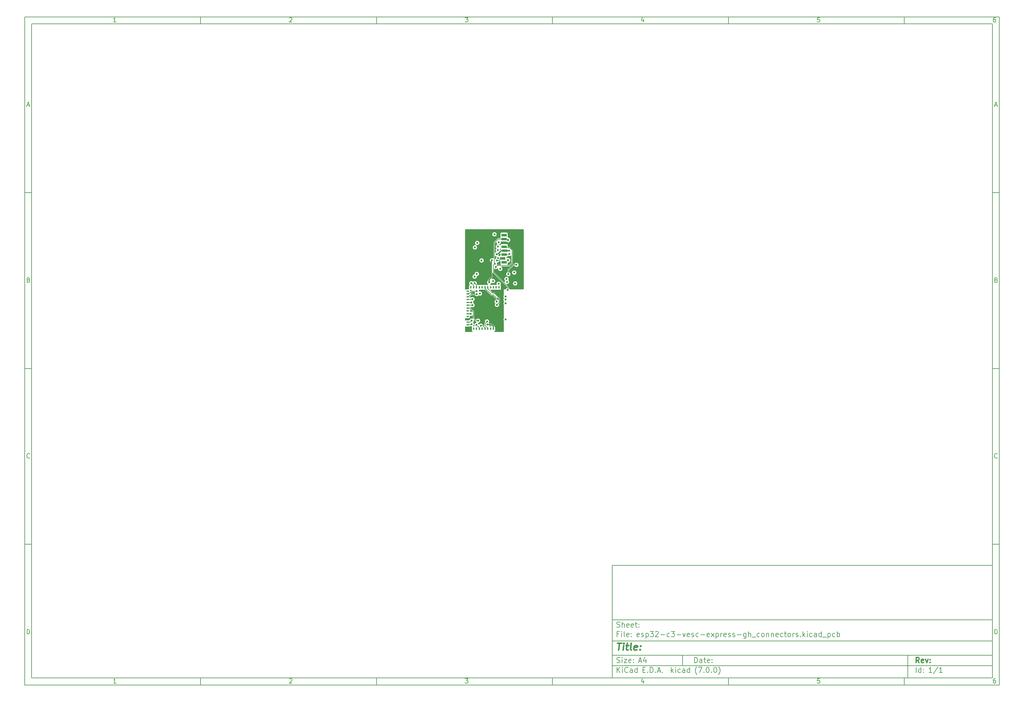
<source format=gbr>
%TF.GenerationSoftware,KiCad,Pcbnew,(7.0.0)*%
%TF.CreationDate,2023-02-27T05:24:13-06:00*%
%TF.ProjectId,esp32-c3-vesc-express-gh_connectors,65737033-322d-4633-932d-766573632d65,rev?*%
%TF.SameCoordinates,Original*%
%TF.FileFunction,Copper,L4,Bot*%
%TF.FilePolarity,Positive*%
%FSLAX46Y46*%
G04 Gerber Fmt 4.6, Leading zero omitted, Abs format (unit mm)*
G04 Created by KiCad (PCBNEW (7.0.0)) date 2023-02-27 05:24:13*
%MOMM*%
%LPD*%
G01*
G04 APERTURE LIST*
G04 Aperture macros list*
%AMFreePoly0*
4,1,6,0.725000,-0.725000,-0.125000,-0.725000,-0.725000,-0.125000,-0.725000,0.725000,0.725000,0.725000,0.725000,-0.725000,0.725000,-0.725000,$1*%
G04 Aperture macros list end*
%ADD10C,0.100000*%
%ADD11C,0.150000*%
%ADD12C,0.300000*%
%ADD13C,0.400000*%
%TA.AperFunction,ComponentPad*%
%ADD14C,0.650000*%
%TD*%
%TA.AperFunction,SMDPad,CuDef*%
%ADD15R,1.500000X0.800000*%
%TD*%
%TA.AperFunction,SMDPad,CuDef*%
%ADD16R,1.400000X1.800000*%
%TD*%
%TA.AperFunction,SMDPad,CuDef*%
%ADD17R,1.900000X1.400000*%
%TD*%
%TA.AperFunction,SMDPad,CuDef*%
%ADD18R,0.400000X0.800000*%
%TD*%
%TA.AperFunction,SMDPad,CuDef*%
%ADD19R,0.800000X0.400000*%
%TD*%
%TA.AperFunction,SMDPad,CuDef*%
%ADD20R,0.700000X0.700000*%
%TD*%
%TA.AperFunction,SMDPad,CuDef*%
%ADD21R,1.450000X1.450000*%
%TD*%
%TA.AperFunction,SMDPad,CuDef*%
%ADD22FreePoly0,90.000000*%
%TD*%
%TA.AperFunction,ViaPad*%
%ADD23C,0.600000*%
%TD*%
%TA.AperFunction,Conductor*%
%ADD24C,0.200000*%
%TD*%
%TA.AperFunction,Conductor*%
%ADD25C,0.300000*%
%TD*%
G04 APERTURE END LIST*
D10*
D11*
X177002200Y-166007200D02*
X285002200Y-166007200D01*
X285002200Y-198007200D01*
X177002200Y-198007200D01*
X177002200Y-166007200D01*
D10*
D11*
X10000000Y-10000000D02*
X287002200Y-10000000D01*
X287002200Y-200007200D01*
X10000000Y-200007200D01*
X10000000Y-10000000D01*
D10*
D11*
X12000000Y-12000000D02*
X285002200Y-12000000D01*
X285002200Y-198007200D01*
X12000000Y-198007200D01*
X12000000Y-12000000D01*
D10*
D11*
X60000000Y-12000000D02*
X60000000Y-10000000D01*
D10*
D11*
X110000000Y-12000000D02*
X110000000Y-10000000D01*
D10*
D11*
X160000000Y-12000000D02*
X160000000Y-10000000D01*
D10*
D11*
X210000000Y-12000000D02*
X210000000Y-10000000D01*
D10*
D11*
X260000000Y-12000000D02*
X260000000Y-10000000D01*
D10*
D11*
X35990476Y-11477595D02*
X35247619Y-11477595D01*
X35619047Y-11477595D02*
X35619047Y-10177595D01*
X35619047Y-10177595D02*
X35495238Y-10363309D01*
X35495238Y-10363309D02*
X35371428Y-10487119D01*
X35371428Y-10487119D02*
X35247619Y-10549023D01*
D10*
D11*
X85247619Y-10301404D02*
X85309523Y-10239500D01*
X85309523Y-10239500D02*
X85433333Y-10177595D01*
X85433333Y-10177595D02*
X85742857Y-10177595D01*
X85742857Y-10177595D02*
X85866666Y-10239500D01*
X85866666Y-10239500D02*
X85928571Y-10301404D01*
X85928571Y-10301404D02*
X85990476Y-10425214D01*
X85990476Y-10425214D02*
X85990476Y-10549023D01*
X85990476Y-10549023D02*
X85928571Y-10734738D01*
X85928571Y-10734738D02*
X85185714Y-11477595D01*
X85185714Y-11477595D02*
X85990476Y-11477595D01*
D10*
D11*
X135185714Y-10177595D02*
X135990476Y-10177595D01*
X135990476Y-10177595D02*
X135557142Y-10672833D01*
X135557142Y-10672833D02*
X135742857Y-10672833D01*
X135742857Y-10672833D02*
X135866666Y-10734738D01*
X135866666Y-10734738D02*
X135928571Y-10796642D01*
X135928571Y-10796642D02*
X135990476Y-10920452D01*
X135990476Y-10920452D02*
X135990476Y-11229976D01*
X135990476Y-11229976D02*
X135928571Y-11353785D01*
X135928571Y-11353785D02*
X135866666Y-11415690D01*
X135866666Y-11415690D02*
X135742857Y-11477595D01*
X135742857Y-11477595D02*
X135371428Y-11477595D01*
X135371428Y-11477595D02*
X135247619Y-11415690D01*
X135247619Y-11415690D02*
X135185714Y-11353785D01*
D10*
D11*
X185866666Y-10610928D02*
X185866666Y-11477595D01*
X185557142Y-10115690D02*
X185247619Y-11044261D01*
X185247619Y-11044261D02*
X186052380Y-11044261D01*
D10*
D11*
X235928571Y-10177595D02*
X235309523Y-10177595D01*
X235309523Y-10177595D02*
X235247619Y-10796642D01*
X235247619Y-10796642D02*
X235309523Y-10734738D01*
X235309523Y-10734738D02*
X235433333Y-10672833D01*
X235433333Y-10672833D02*
X235742857Y-10672833D01*
X235742857Y-10672833D02*
X235866666Y-10734738D01*
X235866666Y-10734738D02*
X235928571Y-10796642D01*
X235928571Y-10796642D02*
X235990476Y-10920452D01*
X235990476Y-10920452D02*
X235990476Y-11229976D01*
X235990476Y-11229976D02*
X235928571Y-11353785D01*
X235928571Y-11353785D02*
X235866666Y-11415690D01*
X235866666Y-11415690D02*
X235742857Y-11477595D01*
X235742857Y-11477595D02*
X235433333Y-11477595D01*
X235433333Y-11477595D02*
X235309523Y-11415690D01*
X235309523Y-11415690D02*
X235247619Y-11353785D01*
D10*
D11*
X285866666Y-10177595D02*
X285619047Y-10177595D01*
X285619047Y-10177595D02*
X285495238Y-10239500D01*
X285495238Y-10239500D02*
X285433333Y-10301404D01*
X285433333Y-10301404D02*
X285309523Y-10487119D01*
X285309523Y-10487119D02*
X285247619Y-10734738D01*
X285247619Y-10734738D02*
X285247619Y-11229976D01*
X285247619Y-11229976D02*
X285309523Y-11353785D01*
X285309523Y-11353785D02*
X285371428Y-11415690D01*
X285371428Y-11415690D02*
X285495238Y-11477595D01*
X285495238Y-11477595D02*
X285742857Y-11477595D01*
X285742857Y-11477595D02*
X285866666Y-11415690D01*
X285866666Y-11415690D02*
X285928571Y-11353785D01*
X285928571Y-11353785D02*
X285990476Y-11229976D01*
X285990476Y-11229976D02*
X285990476Y-10920452D01*
X285990476Y-10920452D02*
X285928571Y-10796642D01*
X285928571Y-10796642D02*
X285866666Y-10734738D01*
X285866666Y-10734738D02*
X285742857Y-10672833D01*
X285742857Y-10672833D02*
X285495238Y-10672833D01*
X285495238Y-10672833D02*
X285371428Y-10734738D01*
X285371428Y-10734738D02*
X285309523Y-10796642D01*
X285309523Y-10796642D02*
X285247619Y-10920452D01*
D10*
D11*
X60000000Y-198007200D02*
X60000000Y-200007200D01*
D10*
D11*
X110000000Y-198007200D02*
X110000000Y-200007200D01*
D10*
D11*
X160000000Y-198007200D02*
X160000000Y-200007200D01*
D10*
D11*
X210000000Y-198007200D02*
X210000000Y-200007200D01*
D10*
D11*
X260000000Y-198007200D02*
X260000000Y-200007200D01*
D10*
D11*
X35990476Y-199484795D02*
X35247619Y-199484795D01*
X35619047Y-199484795D02*
X35619047Y-198184795D01*
X35619047Y-198184795D02*
X35495238Y-198370509D01*
X35495238Y-198370509D02*
X35371428Y-198494319D01*
X35371428Y-198494319D02*
X35247619Y-198556223D01*
D10*
D11*
X85247619Y-198308604D02*
X85309523Y-198246700D01*
X85309523Y-198246700D02*
X85433333Y-198184795D01*
X85433333Y-198184795D02*
X85742857Y-198184795D01*
X85742857Y-198184795D02*
X85866666Y-198246700D01*
X85866666Y-198246700D02*
X85928571Y-198308604D01*
X85928571Y-198308604D02*
X85990476Y-198432414D01*
X85990476Y-198432414D02*
X85990476Y-198556223D01*
X85990476Y-198556223D02*
X85928571Y-198741938D01*
X85928571Y-198741938D02*
X85185714Y-199484795D01*
X85185714Y-199484795D02*
X85990476Y-199484795D01*
D10*
D11*
X135185714Y-198184795D02*
X135990476Y-198184795D01*
X135990476Y-198184795D02*
X135557142Y-198680033D01*
X135557142Y-198680033D02*
X135742857Y-198680033D01*
X135742857Y-198680033D02*
X135866666Y-198741938D01*
X135866666Y-198741938D02*
X135928571Y-198803842D01*
X135928571Y-198803842D02*
X135990476Y-198927652D01*
X135990476Y-198927652D02*
X135990476Y-199237176D01*
X135990476Y-199237176D02*
X135928571Y-199360985D01*
X135928571Y-199360985D02*
X135866666Y-199422890D01*
X135866666Y-199422890D02*
X135742857Y-199484795D01*
X135742857Y-199484795D02*
X135371428Y-199484795D01*
X135371428Y-199484795D02*
X135247619Y-199422890D01*
X135247619Y-199422890D02*
X135185714Y-199360985D01*
D10*
D11*
X185866666Y-198618128D02*
X185866666Y-199484795D01*
X185557142Y-198122890D02*
X185247619Y-199051461D01*
X185247619Y-199051461D02*
X186052380Y-199051461D01*
D10*
D11*
X235928571Y-198184795D02*
X235309523Y-198184795D01*
X235309523Y-198184795D02*
X235247619Y-198803842D01*
X235247619Y-198803842D02*
X235309523Y-198741938D01*
X235309523Y-198741938D02*
X235433333Y-198680033D01*
X235433333Y-198680033D02*
X235742857Y-198680033D01*
X235742857Y-198680033D02*
X235866666Y-198741938D01*
X235866666Y-198741938D02*
X235928571Y-198803842D01*
X235928571Y-198803842D02*
X235990476Y-198927652D01*
X235990476Y-198927652D02*
X235990476Y-199237176D01*
X235990476Y-199237176D02*
X235928571Y-199360985D01*
X235928571Y-199360985D02*
X235866666Y-199422890D01*
X235866666Y-199422890D02*
X235742857Y-199484795D01*
X235742857Y-199484795D02*
X235433333Y-199484795D01*
X235433333Y-199484795D02*
X235309523Y-199422890D01*
X235309523Y-199422890D02*
X235247619Y-199360985D01*
D10*
D11*
X285866666Y-198184795D02*
X285619047Y-198184795D01*
X285619047Y-198184795D02*
X285495238Y-198246700D01*
X285495238Y-198246700D02*
X285433333Y-198308604D01*
X285433333Y-198308604D02*
X285309523Y-198494319D01*
X285309523Y-198494319D02*
X285247619Y-198741938D01*
X285247619Y-198741938D02*
X285247619Y-199237176D01*
X285247619Y-199237176D02*
X285309523Y-199360985D01*
X285309523Y-199360985D02*
X285371428Y-199422890D01*
X285371428Y-199422890D02*
X285495238Y-199484795D01*
X285495238Y-199484795D02*
X285742857Y-199484795D01*
X285742857Y-199484795D02*
X285866666Y-199422890D01*
X285866666Y-199422890D02*
X285928571Y-199360985D01*
X285928571Y-199360985D02*
X285990476Y-199237176D01*
X285990476Y-199237176D02*
X285990476Y-198927652D01*
X285990476Y-198927652D02*
X285928571Y-198803842D01*
X285928571Y-198803842D02*
X285866666Y-198741938D01*
X285866666Y-198741938D02*
X285742857Y-198680033D01*
X285742857Y-198680033D02*
X285495238Y-198680033D01*
X285495238Y-198680033D02*
X285371428Y-198741938D01*
X285371428Y-198741938D02*
X285309523Y-198803842D01*
X285309523Y-198803842D02*
X285247619Y-198927652D01*
D10*
D11*
X10000000Y-60000000D02*
X12000000Y-60000000D01*
D10*
D11*
X10000000Y-110000000D02*
X12000000Y-110000000D01*
D10*
D11*
X10000000Y-160000000D02*
X12000000Y-160000000D01*
D10*
D11*
X10690476Y-35106166D02*
X11309523Y-35106166D01*
X10566666Y-35477595D02*
X10999999Y-34177595D01*
X10999999Y-34177595D02*
X11433333Y-35477595D01*
D10*
D11*
X11092857Y-84796642D02*
X11278571Y-84858547D01*
X11278571Y-84858547D02*
X11340476Y-84920452D01*
X11340476Y-84920452D02*
X11402380Y-85044261D01*
X11402380Y-85044261D02*
X11402380Y-85229976D01*
X11402380Y-85229976D02*
X11340476Y-85353785D01*
X11340476Y-85353785D02*
X11278571Y-85415690D01*
X11278571Y-85415690D02*
X11154761Y-85477595D01*
X11154761Y-85477595D02*
X10659523Y-85477595D01*
X10659523Y-85477595D02*
X10659523Y-84177595D01*
X10659523Y-84177595D02*
X11092857Y-84177595D01*
X11092857Y-84177595D02*
X11216666Y-84239500D01*
X11216666Y-84239500D02*
X11278571Y-84301404D01*
X11278571Y-84301404D02*
X11340476Y-84425214D01*
X11340476Y-84425214D02*
X11340476Y-84549023D01*
X11340476Y-84549023D02*
X11278571Y-84672833D01*
X11278571Y-84672833D02*
X11216666Y-84734738D01*
X11216666Y-84734738D02*
X11092857Y-84796642D01*
X11092857Y-84796642D02*
X10659523Y-84796642D01*
D10*
D11*
X11402380Y-135353785D02*
X11340476Y-135415690D01*
X11340476Y-135415690D02*
X11154761Y-135477595D01*
X11154761Y-135477595D02*
X11030952Y-135477595D01*
X11030952Y-135477595D02*
X10845238Y-135415690D01*
X10845238Y-135415690D02*
X10721428Y-135291880D01*
X10721428Y-135291880D02*
X10659523Y-135168071D01*
X10659523Y-135168071D02*
X10597619Y-134920452D01*
X10597619Y-134920452D02*
X10597619Y-134734738D01*
X10597619Y-134734738D02*
X10659523Y-134487119D01*
X10659523Y-134487119D02*
X10721428Y-134363309D01*
X10721428Y-134363309D02*
X10845238Y-134239500D01*
X10845238Y-134239500D02*
X11030952Y-134177595D01*
X11030952Y-134177595D02*
X11154761Y-134177595D01*
X11154761Y-134177595D02*
X11340476Y-134239500D01*
X11340476Y-134239500D02*
X11402380Y-134301404D01*
D10*
D11*
X10659523Y-185477595D02*
X10659523Y-184177595D01*
X10659523Y-184177595D02*
X10969047Y-184177595D01*
X10969047Y-184177595D02*
X11154761Y-184239500D01*
X11154761Y-184239500D02*
X11278571Y-184363309D01*
X11278571Y-184363309D02*
X11340476Y-184487119D01*
X11340476Y-184487119D02*
X11402380Y-184734738D01*
X11402380Y-184734738D02*
X11402380Y-184920452D01*
X11402380Y-184920452D02*
X11340476Y-185168071D01*
X11340476Y-185168071D02*
X11278571Y-185291880D01*
X11278571Y-185291880D02*
X11154761Y-185415690D01*
X11154761Y-185415690D02*
X10969047Y-185477595D01*
X10969047Y-185477595D02*
X10659523Y-185477595D01*
D10*
D11*
X287002200Y-60000000D02*
X285002200Y-60000000D01*
D10*
D11*
X287002200Y-110000000D02*
X285002200Y-110000000D01*
D10*
D11*
X287002200Y-160000000D02*
X285002200Y-160000000D01*
D10*
D11*
X285692676Y-35106166D02*
X286311723Y-35106166D01*
X285568866Y-35477595D02*
X286002199Y-34177595D01*
X286002199Y-34177595D02*
X286435533Y-35477595D01*
D10*
D11*
X286095057Y-84796642D02*
X286280771Y-84858547D01*
X286280771Y-84858547D02*
X286342676Y-84920452D01*
X286342676Y-84920452D02*
X286404580Y-85044261D01*
X286404580Y-85044261D02*
X286404580Y-85229976D01*
X286404580Y-85229976D02*
X286342676Y-85353785D01*
X286342676Y-85353785D02*
X286280771Y-85415690D01*
X286280771Y-85415690D02*
X286156961Y-85477595D01*
X286156961Y-85477595D02*
X285661723Y-85477595D01*
X285661723Y-85477595D02*
X285661723Y-84177595D01*
X285661723Y-84177595D02*
X286095057Y-84177595D01*
X286095057Y-84177595D02*
X286218866Y-84239500D01*
X286218866Y-84239500D02*
X286280771Y-84301404D01*
X286280771Y-84301404D02*
X286342676Y-84425214D01*
X286342676Y-84425214D02*
X286342676Y-84549023D01*
X286342676Y-84549023D02*
X286280771Y-84672833D01*
X286280771Y-84672833D02*
X286218866Y-84734738D01*
X286218866Y-84734738D02*
X286095057Y-84796642D01*
X286095057Y-84796642D02*
X285661723Y-84796642D01*
D10*
D11*
X286404580Y-135353785D02*
X286342676Y-135415690D01*
X286342676Y-135415690D02*
X286156961Y-135477595D01*
X286156961Y-135477595D02*
X286033152Y-135477595D01*
X286033152Y-135477595D02*
X285847438Y-135415690D01*
X285847438Y-135415690D02*
X285723628Y-135291880D01*
X285723628Y-135291880D02*
X285661723Y-135168071D01*
X285661723Y-135168071D02*
X285599819Y-134920452D01*
X285599819Y-134920452D02*
X285599819Y-134734738D01*
X285599819Y-134734738D02*
X285661723Y-134487119D01*
X285661723Y-134487119D02*
X285723628Y-134363309D01*
X285723628Y-134363309D02*
X285847438Y-134239500D01*
X285847438Y-134239500D02*
X286033152Y-134177595D01*
X286033152Y-134177595D02*
X286156961Y-134177595D01*
X286156961Y-134177595D02*
X286342676Y-134239500D01*
X286342676Y-134239500D02*
X286404580Y-134301404D01*
D10*
D11*
X285661723Y-185477595D02*
X285661723Y-184177595D01*
X285661723Y-184177595D02*
X285971247Y-184177595D01*
X285971247Y-184177595D02*
X286156961Y-184239500D01*
X286156961Y-184239500D02*
X286280771Y-184363309D01*
X286280771Y-184363309D02*
X286342676Y-184487119D01*
X286342676Y-184487119D02*
X286404580Y-184734738D01*
X286404580Y-184734738D02*
X286404580Y-184920452D01*
X286404580Y-184920452D02*
X286342676Y-185168071D01*
X286342676Y-185168071D02*
X286280771Y-185291880D01*
X286280771Y-185291880D02*
X286156961Y-185415690D01*
X286156961Y-185415690D02*
X285971247Y-185477595D01*
X285971247Y-185477595D02*
X285661723Y-185477595D01*
D10*
D11*
X200359342Y-193658271D02*
X200359342Y-192158271D01*
X200359342Y-192158271D02*
X200716485Y-192158271D01*
X200716485Y-192158271D02*
X200930771Y-192229700D01*
X200930771Y-192229700D02*
X201073628Y-192372557D01*
X201073628Y-192372557D02*
X201145057Y-192515414D01*
X201145057Y-192515414D02*
X201216485Y-192801128D01*
X201216485Y-192801128D02*
X201216485Y-193015414D01*
X201216485Y-193015414D02*
X201145057Y-193301128D01*
X201145057Y-193301128D02*
X201073628Y-193443985D01*
X201073628Y-193443985D02*
X200930771Y-193586842D01*
X200930771Y-193586842D02*
X200716485Y-193658271D01*
X200716485Y-193658271D02*
X200359342Y-193658271D01*
X202502200Y-193658271D02*
X202502200Y-192872557D01*
X202502200Y-192872557D02*
X202430771Y-192729700D01*
X202430771Y-192729700D02*
X202287914Y-192658271D01*
X202287914Y-192658271D02*
X202002200Y-192658271D01*
X202002200Y-192658271D02*
X201859342Y-192729700D01*
X202502200Y-193586842D02*
X202359342Y-193658271D01*
X202359342Y-193658271D02*
X202002200Y-193658271D01*
X202002200Y-193658271D02*
X201859342Y-193586842D01*
X201859342Y-193586842D02*
X201787914Y-193443985D01*
X201787914Y-193443985D02*
X201787914Y-193301128D01*
X201787914Y-193301128D02*
X201859342Y-193158271D01*
X201859342Y-193158271D02*
X202002200Y-193086842D01*
X202002200Y-193086842D02*
X202359342Y-193086842D01*
X202359342Y-193086842D02*
X202502200Y-193015414D01*
X203002200Y-192658271D02*
X203573628Y-192658271D01*
X203216485Y-192158271D02*
X203216485Y-193443985D01*
X203216485Y-193443985D02*
X203287914Y-193586842D01*
X203287914Y-193586842D02*
X203430771Y-193658271D01*
X203430771Y-193658271D02*
X203573628Y-193658271D01*
X204645057Y-193586842D02*
X204502200Y-193658271D01*
X204502200Y-193658271D02*
X204216486Y-193658271D01*
X204216486Y-193658271D02*
X204073628Y-193586842D01*
X204073628Y-193586842D02*
X204002200Y-193443985D01*
X204002200Y-193443985D02*
X204002200Y-192872557D01*
X204002200Y-192872557D02*
X204073628Y-192729700D01*
X204073628Y-192729700D02*
X204216486Y-192658271D01*
X204216486Y-192658271D02*
X204502200Y-192658271D01*
X204502200Y-192658271D02*
X204645057Y-192729700D01*
X204645057Y-192729700D02*
X204716486Y-192872557D01*
X204716486Y-192872557D02*
X204716486Y-193015414D01*
X204716486Y-193015414D02*
X204002200Y-193158271D01*
X205359342Y-193515414D02*
X205430771Y-193586842D01*
X205430771Y-193586842D02*
X205359342Y-193658271D01*
X205359342Y-193658271D02*
X205287914Y-193586842D01*
X205287914Y-193586842D02*
X205359342Y-193515414D01*
X205359342Y-193515414D02*
X205359342Y-193658271D01*
X205359342Y-192729700D02*
X205430771Y-192801128D01*
X205430771Y-192801128D02*
X205359342Y-192872557D01*
X205359342Y-192872557D02*
X205287914Y-192801128D01*
X205287914Y-192801128D02*
X205359342Y-192729700D01*
X205359342Y-192729700D02*
X205359342Y-192872557D01*
D10*
D11*
X177002200Y-194507200D02*
X285002200Y-194507200D01*
D10*
D11*
X178359342Y-196458271D02*
X178359342Y-194958271D01*
X179216485Y-196458271D02*
X178573628Y-195601128D01*
X179216485Y-194958271D02*
X178359342Y-195815414D01*
X179859342Y-196458271D02*
X179859342Y-195458271D01*
X179859342Y-194958271D02*
X179787914Y-195029700D01*
X179787914Y-195029700D02*
X179859342Y-195101128D01*
X179859342Y-195101128D02*
X179930771Y-195029700D01*
X179930771Y-195029700D02*
X179859342Y-194958271D01*
X179859342Y-194958271D02*
X179859342Y-195101128D01*
X181430771Y-196315414D02*
X181359343Y-196386842D01*
X181359343Y-196386842D02*
X181145057Y-196458271D01*
X181145057Y-196458271D02*
X181002200Y-196458271D01*
X181002200Y-196458271D02*
X180787914Y-196386842D01*
X180787914Y-196386842D02*
X180645057Y-196243985D01*
X180645057Y-196243985D02*
X180573628Y-196101128D01*
X180573628Y-196101128D02*
X180502200Y-195815414D01*
X180502200Y-195815414D02*
X180502200Y-195601128D01*
X180502200Y-195601128D02*
X180573628Y-195315414D01*
X180573628Y-195315414D02*
X180645057Y-195172557D01*
X180645057Y-195172557D02*
X180787914Y-195029700D01*
X180787914Y-195029700D02*
X181002200Y-194958271D01*
X181002200Y-194958271D02*
X181145057Y-194958271D01*
X181145057Y-194958271D02*
X181359343Y-195029700D01*
X181359343Y-195029700D02*
X181430771Y-195101128D01*
X182716486Y-196458271D02*
X182716486Y-195672557D01*
X182716486Y-195672557D02*
X182645057Y-195529700D01*
X182645057Y-195529700D02*
X182502200Y-195458271D01*
X182502200Y-195458271D02*
X182216486Y-195458271D01*
X182216486Y-195458271D02*
X182073628Y-195529700D01*
X182716486Y-196386842D02*
X182573628Y-196458271D01*
X182573628Y-196458271D02*
X182216486Y-196458271D01*
X182216486Y-196458271D02*
X182073628Y-196386842D01*
X182073628Y-196386842D02*
X182002200Y-196243985D01*
X182002200Y-196243985D02*
X182002200Y-196101128D01*
X182002200Y-196101128D02*
X182073628Y-195958271D01*
X182073628Y-195958271D02*
X182216486Y-195886842D01*
X182216486Y-195886842D02*
X182573628Y-195886842D01*
X182573628Y-195886842D02*
X182716486Y-195815414D01*
X184073629Y-196458271D02*
X184073629Y-194958271D01*
X184073629Y-196386842D02*
X183930771Y-196458271D01*
X183930771Y-196458271D02*
X183645057Y-196458271D01*
X183645057Y-196458271D02*
X183502200Y-196386842D01*
X183502200Y-196386842D02*
X183430771Y-196315414D01*
X183430771Y-196315414D02*
X183359343Y-196172557D01*
X183359343Y-196172557D02*
X183359343Y-195743985D01*
X183359343Y-195743985D02*
X183430771Y-195601128D01*
X183430771Y-195601128D02*
X183502200Y-195529700D01*
X183502200Y-195529700D02*
X183645057Y-195458271D01*
X183645057Y-195458271D02*
X183930771Y-195458271D01*
X183930771Y-195458271D02*
X184073629Y-195529700D01*
X185687914Y-195672557D02*
X186187914Y-195672557D01*
X186402200Y-196458271D02*
X185687914Y-196458271D01*
X185687914Y-196458271D02*
X185687914Y-194958271D01*
X185687914Y-194958271D02*
X186402200Y-194958271D01*
X187045057Y-196315414D02*
X187116486Y-196386842D01*
X187116486Y-196386842D02*
X187045057Y-196458271D01*
X187045057Y-196458271D02*
X186973629Y-196386842D01*
X186973629Y-196386842D02*
X187045057Y-196315414D01*
X187045057Y-196315414D02*
X187045057Y-196458271D01*
X187759343Y-196458271D02*
X187759343Y-194958271D01*
X187759343Y-194958271D02*
X188116486Y-194958271D01*
X188116486Y-194958271D02*
X188330772Y-195029700D01*
X188330772Y-195029700D02*
X188473629Y-195172557D01*
X188473629Y-195172557D02*
X188545058Y-195315414D01*
X188545058Y-195315414D02*
X188616486Y-195601128D01*
X188616486Y-195601128D02*
X188616486Y-195815414D01*
X188616486Y-195815414D02*
X188545058Y-196101128D01*
X188545058Y-196101128D02*
X188473629Y-196243985D01*
X188473629Y-196243985D02*
X188330772Y-196386842D01*
X188330772Y-196386842D02*
X188116486Y-196458271D01*
X188116486Y-196458271D02*
X187759343Y-196458271D01*
X189259343Y-196315414D02*
X189330772Y-196386842D01*
X189330772Y-196386842D02*
X189259343Y-196458271D01*
X189259343Y-196458271D02*
X189187915Y-196386842D01*
X189187915Y-196386842D02*
X189259343Y-196315414D01*
X189259343Y-196315414D02*
X189259343Y-196458271D01*
X189902201Y-196029700D02*
X190616487Y-196029700D01*
X189759344Y-196458271D02*
X190259344Y-194958271D01*
X190259344Y-194958271D02*
X190759344Y-196458271D01*
X191259343Y-196315414D02*
X191330772Y-196386842D01*
X191330772Y-196386842D02*
X191259343Y-196458271D01*
X191259343Y-196458271D02*
X191187915Y-196386842D01*
X191187915Y-196386842D02*
X191259343Y-196315414D01*
X191259343Y-196315414D02*
X191259343Y-196458271D01*
X193773629Y-196458271D02*
X193773629Y-194958271D01*
X193916487Y-195886842D02*
X194345058Y-196458271D01*
X194345058Y-195458271D02*
X193773629Y-196029700D01*
X194987915Y-196458271D02*
X194987915Y-195458271D01*
X194987915Y-194958271D02*
X194916487Y-195029700D01*
X194916487Y-195029700D02*
X194987915Y-195101128D01*
X194987915Y-195101128D02*
X195059344Y-195029700D01*
X195059344Y-195029700D02*
X194987915Y-194958271D01*
X194987915Y-194958271D02*
X194987915Y-195101128D01*
X196345059Y-196386842D02*
X196202201Y-196458271D01*
X196202201Y-196458271D02*
X195916487Y-196458271D01*
X195916487Y-196458271D02*
X195773630Y-196386842D01*
X195773630Y-196386842D02*
X195702201Y-196315414D01*
X195702201Y-196315414D02*
X195630773Y-196172557D01*
X195630773Y-196172557D02*
X195630773Y-195743985D01*
X195630773Y-195743985D02*
X195702201Y-195601128D01*
X195702201Y-195601128D02*
X195773630Y-195529700D01*
X195773630Y-195529700D02*
X195916487Y-195458271D01*
X195916487Y-195458271D02*
X196202201Y-195458271D01*
X196202201Y-195458271D02*
X196345059Y-195529700D01*
X197630773Y-196458271D02*
X197630773Y-195672557D01*
X197630773Y-195672557D02*
X197559344Y-195529700D01*
X197559344Y-195529700D02*
X197416487Y-195458271D01*
X197416487Y-195458271D02*
X197130773Y-195458271D01*
X197130773Y-195458271D02*
X196987915Y-195529700D01*
X197630773Y-196386842D02*
X197487915Y-196458271D01*
X197487915Y-196458271D02*
X197130773Y-196458271D01*
X197130773Y-196458271D02*
X196987915Y-196386842D01*
X196987915Y-196386842D02*
X196916487Y-196243985D01*
X196916487Y-196243985D02*
X196916487Y-196101128D01*
X196916487Y-196101128D02*
X196987915Y-195958271D01*
X196987915Y-195958271D02*
X197130773Y-195886842D01*
X197130773Y-195886842D02*
X197487915Y-195886842D01*
X197487915Y-195886842D02*
X197630773Y-195815414D01*
X198987916Y-196458271D02*
X198987916Y-194958271D01*
X198987916Y-196386842D02*
X198845058Y-196458271D01*
X198845058Y-196458271D02*
X198559344Y-196458271D01*
X198559344Y-196458271D02*
X198416487Y-196386842D01*
X198416487Y-196386842D02*
X198345058Y-196315414D01*
X198345058Y-196315414D02*
X198273630Y-196172557D01*
X198273630Y-196172557D02*
X198273630Y-195743985D01*
X198273630Y-195743985D02*
X198345058Y-195601128D01*
X198345058Y-195601128D02*
X198416487Y-195529700D01*
X198416487Y-195529700D02*
X198559344Y-195458271D01*
X198559344Y-195458271D02*
X198845058Y-195458271D01*
X198845058Y-195458271D02*
X198987916Y-195529700D01*
X201030773Y-197029700D02*
X200959344Y-196958271D01*
X200959344Y-196958271D02*
X200816487Y-196743985D01*
X200816487Y-196743985D02*
X200745059Y-196601128D01*
X200745059Y-196601128D02*
X200673630Y-196386842D01*
X200673630Y-196386842D02*
X200602201Y-196029700D01*
X200602201Y-196029700D02*
X200602201Y-195743985D01*
X200602201Y-195743985D02*
X200673630Y-195386842D01*
X200673630Y-195386842D02*
X200745059Y-195172557D01*
X200745059Y-195172557D02*
X200816487Y-195029700D01*
X200816487Y-195029700D02*
X200959344Y-194815414D01*
X200959344Y-194815414D02*
X201030773Y-194743985D01*
X201459344Y-194958271D02*
X202459344Y-194958271D01*
X202459344Y-194958271D02*
X201816487Y-196458271D01*
X203030772Y-196315414D02*
X203102201Y-196386842D01*
X203102201Y-196386842D02*
X203030772Y-196458271D01*
X203030772Y-196458271D02*
X202959344Y-196386842D01*
X202959344Y-196386842D02*
X203030772Y-196315414D01*
X203030772Y-196315414D02*
X203030772Y-196458271D01*
X204030773Y-194958271D02*
X204173630Y-194958271D01*
X204173630Y-194958271D02*
X204316487Y-195029700D01*
X204316487Y-195029700D02*
X204387916Y-195101128D01*
X204387916Y-195101128D02*
X204459344Y-195243985D01*
X204459344Y-195243985D02*
X204530773Y-195529700D01*
X204530773Y-195529700D02*
X204530773Y-195886842D01*
X204530773Y-195886842D02*
X204459344Y-196172557D01*
X204459344Y-196172557D02*
X204387916Y-196315414D01*
X204387916Y-196315414D02*
X204316487Y-196386842D01*
X204316487Y-196386842D02*
X204173630Y-196458271D01*
X204173630Y-196458271D02*
X204030773Y-196458271D01*
X204030773Y-196458271D02*
X203887916Y-196386842D01*
X203887916Y-196386842D02*
X203816487Y-196315414D01*
X203816487Y-196315414D02*
X203745058Y-196172557D01*
X203745058Y-196172557D02*
X203673630Y-195886842D01*
X203673630Y-195886842D02*
X203673630Y-195529700D01*
X203673630Y-195529700D02*
X203745058Y-195243985D01*
X203745058Y-195243985D02*
X203816487Y-195101128D01*
X203816487Y-195101128D02*
X203887916Y-195029700D01*
X203887916Y-195029700D02*
X204030773Y-194958271D01*
X205173629Y-196315414D02*
X205245058Y-196386842D01*
X205245058Y-196386842D02*
X205173629Y-196458271D01*
X205173629Y-196458271D02*
X205102201Y-196386842D01*
X205102201Y-196386842D02*
X205173629Y-196315414D01*
X205173629Y-196315414D02*
X205173629Y-196458271D01*
X206173630Y-194958271D02*
X206316487Y-194958271D01*
X206316487Y-194958271D02*
X206459344Y-195029700D01*
X206459344Y-195029700D02*
X206530773Y-195101128D01*
X206530773Y-195101128D02*
X206602201Y-195243985D01*
X206602201Y-195243985D02*
X206673630Y-195529700D01*
X206673630Y-195529700D02*
X206673630Y-195886842D01*
X206673630Y-195886842D02*
X206602201Y-196172557D01*
X206602201Y-196172557D02*
X206530773Y-196315414D01*
X206530773Y-196315414D02*
X206459344Y-196386842D01*
X206459344Y-196386842D02*
X206316487Y-196458271D01*
X206316487Y-196458271D02*
X206173630Y-196458271D01*
X206173630Y-196458271D02*
X206030773Y-196386842D01*
X206030773Y-196386842D02*
X205959344Y-196315414D01*
X205959344Y-196315414D02*
X205887915Y-196172557D01*
X205887915Y-196172557D02*
X205816487Y-195886842D01*
X205816487Y-195886842D02*
X205816487Y-195529700D01*
X205816487Y-195529700D02*
X205887915Y-195243985D01*
X205887915Y-195243985D02*
X205959344Y-195101128D01*
X205959344Y-195101128D02*
X206030773Y-195029700D01*
X206030773Y-195029700D02*
X206173630Y-194958271D01*
X207173629Y-197029700D02*
X207245058Y-196958271D01*
X207245058Y-196958271D02*
X207387915Y-196743985D01*
X207387915Y-196743985D02*
X207459344Y-196601128D01*
X207459344Y-196601128D02*
X207530772Y-196386842D01*
X207530772Y-196386842D02*
X207602201Y-196029700D01*
X207602201Y-196029700D02*
X207602201Y-195743985D01*
X207602201Y-195743985D02*
X207530772Y-195386842D01*
X207530772Y-195386842D02*
X207459344Y-195172557D01*
X207459344Y-195172557D02*
X207387915Y-195029700D01*
X207387915Y-195029700D02*
X207245058Y-194815414D01*
X207245058Y-194815414D02*
X207173629Y-194743985D01*
D10*
D11*
X177002200Y-191507200D02*
X285002200Y-191507200D01*
D10*
D12*
X264216485Y-193658271D02*
X263716485Y-192943985D01*
X263359342Y-193658271D02*
X263359342Y-192158271D01*
X263359342Y-192158271D02*
X263930771Y-192158271D01*
X263930771Y-192158271D02*
X264073628Y-192229700D01*
X264073628Y-192229700D02*
X264145057Y-192301128D01*
X264145057Y-192301128D02*
X264216485Y-192443985D01*
X264216485Y-192443985D02*
X264216485Y-192658271D01*
X264216485Y-192658271D02*
X264145057Y-192801128D01*
X264145057Y-192801128D02*
X264073628Y-192872557D01*
X264073628Y-192872557D02*
X263930771Y-192943985D01*
X263930771Y-192943985D02*
X263359342Y-192943985D01*
X265430771Y-193586842D02*
X265287914Y-193658271D01*
X265287914Y-193658271D02*
X265002200Y-193658271D01*
X265002200Y-193658271D02*
X264859342Y-193586842D01*
X264859342Y-193586842D02*
X264787914Y-193443985D01*
X264787914Y-193443985D02*
X264787914Y-192872557D01*
X264787914Y-192872557D02*
X264859342Y-192729700D01*
X264859342Y-192729700D02*
X265002200Y-192658271D01*
X265002200Y-192658271D02*
X265287914Y-192658271D01*
X265287914Y-192658271D02*
X265430771Y-192729700D01*
X265430771Y-192729700D02*
X265502200Y-192872557D01*
X265502200Y-192872557D02*
X265502200Y-193015414D01*
X265502200Y-193015414D02*
X264787914Y-193158271D01*
X266002199Y-192658271D02*
X266359342Y-193658271D01*
X266359342Y-193658271D02*
X266716485Y-192658271D01*
X267287913Y-193515414D02*
X267359342Y-193586842D01*
X267359342Y-193586842D02*
X267287913Y-193658271D01*
X267287913Y-193658271D02*
X267216485Y-193586842D01*
X267216485Y-193586842D02*
X267287913Y-193515414D01*
X267287913Y-193515414D02*
X267287913Y-193658271D01*
X267287913Y-192729700D02*
X267359342Y-192801128D01*
X267359342Y-192801128D02*
X267287913Y-192872557D01*
X267287913Y-192872557D02*
X267216485Y-192801128D01*
X267216485Y-192801128D02*
X267287913Y-192729700D01*
X267287913Y-192729700D02*
X267287913Y-192872557D01*
D10*
D11*
X178287914Y-193586842D02*
X178502200Y-193658271D01*
X178502200Y-193658271D02*
X178859342Y-193658271D01*
X178859342Y-193658271D02*
X179002200Y-193586842D01*
X179002200Y-193586842D02*
X179073628Y-193515414D01*
X179073628Y-193515414D02*
X179145057Y-193372557D01*
X179145057Y-193372557D02*
X179145057Y-193229700D01*
X179145057Y-193229700D02*
X179073628Y-193086842D01*
X179073628Y-193086842D02*
X179002200Y-193015414D01*
X179002200Y-193015414D02*
X178859342Y-192943985D01*
X178859342Y-192943985D02*
X178573628Y-192872557D01*
X178573628Y-192872557D02*
X178430771Y-192801128D01*
X178430771Y-192801128D02*
X178359342Y-192729700D01*
X178359342Y-192729700D02*
X178287914Y-192586842D01*
X178287914Y-192586842D02*
X178287914Y-192443985D01*
X178287914Y-192443985D02*
X178359342Y-192301128D01*
X178359342Y-192301128D02*
X178430771Y-192229700D01*
X178430771Y-192229700D02*
X178573628Y-192158271D01*
X178573628Y-192158271D02*
X178930771Y-192158271D01*
X178930771Y-192158271D02*
X179145057Y-192229700D01*
X179787913Y-193658271D02*
X179787913Y-192658271D01*
X179787913Y-192158271D02*
X179716485Y-192229700D01*
X179716485Y-192229700D02*
X179787913Y-192301128D01*
X179787913Y-192301128D02*
X179859342Y-192229700D01*
X179859342Y-192229700D02*
X179787913Y-192158271D01*
X179787913Y-192158271D02*
X179787913Y-192301128D01*
X180359342Y-192658271D02*
X181145057Y-192658271D01*
X181145057Y-192658271D02*
X180359342Y-193658271D01*
X180359342Y-193658271D02*
X181145057Y-193658271D01*
X182287914Y-193586842D02*
X182145057Y-193658271D01*
X182145057Y-193658271D02*
X181859343Y-193658271D01*
X181859343Y-193658271D02*
X181716485Y-193586842D01*
X181716485Y-193586842D02*
X181645057Y-193443985D01*
X181645057Y-193443985D02*
X181645057Y-192872557D01*
X181645057Y-192872557D02*
X181716485Y-192729700D01*
X181716485Y-192729700D02*
X181859343Y-192658271D01*
X181859343Y-192658271D02*
X182145057Y-192658271D01*
X182145057Y-192658271D02*
X182287914Y-192729700D01*
X182287914Y-192729700D02*
X182359343Y-192872557D01*
X182359343Y-192872557D02*
X182359343Y-193015414D01*
X182359343Y-193015414D02*
X181645057Y-193158271D01*
X183002199Y-193515414D02*
X183073628Y-193586842D01*
X183073628Y-193586842D02*
X183002199Y-193658271D01*
X183002199Y-193658271D02*
X182930771Y-193586842D01*
X182930771Y-193586842D02*
X183002199Y-193515414D01*
X183002199Y-193515414D02*
X183002199Y-193658271D01*
X183002199Y-192729700D02*
X183073628Y-192801128D01*
X183073628Y-192801128D02*
X183002199Y-192872557D01*
X183002199Y-192872557D02*
X182930771Y-192801128D01*
X182930771Y-192801128D02*
X183002199Y-192729700D01*
X183002199Y-192729700D02*
X183002199Y-192872557D01*
X184545057Y-193229700D02*
X185259343Y-193229700D01*
X184402200Y-193658271D02*
X184902200Y-192158271D01*
X184902200Y-192158271D02*
X185402200Y-193658271D01*
X186545057Y-192658271D02*
X186545057Y-193658271D01*
X186187914Y-192086842D02*
X185830771Y-193158271D01*
X185830771Y-193158271D02*
X186759342Y-193158271D01*
D10*
D11*
X263359342Y-196458271D02*
X263359342Y-194958271D01*
X264716486Y-196458271D02*
X264716486Y-194958271D01*
X264716486Y-196386842D02*
X264573628Y-196458271D01*
X264573628Y-196458271D02*
X264287914Y-196458271D01*
X264287914Y-196458271D02*
X264145057Y-196386842D01*
X264145057Y-196386842D02*
X264073628Y-196315414D01*
X264073628Y-196315414D02*
X264002200Y-196172557D01*
X264002200Y-196172557D02*
X264002200Y-195743985D01*
X264002200Y-195743985D02*
X264073628Y-195601128D01*
X264073628Y-195601128D02*
X264145057Y-195529700D01*
X264145057Y-195529700D02*
X264287914Y-195458271D01*
X264287914Y-195458271D02*
X264573628Y-195458271D01*
X264573628Y-195458271D02*
X264716486Y-195529700D01*
X265430771Y-196315414D02*
X265502200Y-196386842D01*
X265502200Y-196386842D02*
X265430771Y-196458271D01*
X265430771Y-196458271D02*
X265359343Y-196386842D01*
X265359343Y-196386842D02*
X265430771Y-196315414D01*
X265430771Y-196315414D02*
X265430771Y-196458271D01*
X265430771Y-195529700D02*
X265502200Y-195601128D01*
X265502200Y-195601128D02*
X265430771Y-195672557D01*
X265430771Y-195672557D02*
X265359343Y-195601128D01*
X265359343Y-195601128D02*
X265430771Y-195529700D01*
X265430771Y-195529700D02*
X265430771Y-195672557D01*
X267830772Y-196458271D02*
X266973629Y-196458271D01*
X267402200Y-196458271D02*
X267402200Y-194958271D01*
X267402200Y-194958271D02*
X267259343Y-195172557D01*
X267259343Y-195172557D02*
X267116486Y-195315414D01*
X267116486Y-195315414D02*
X266973629Y-195386842D01*
X269545057Y-194886842D02*
X268259343Y-196815414D01*
X270830772Y-196458271D02*
X269973629Y-196458271D01*
X270402200Y-196458271D02*
X270402200Y-194958271D01*
X270402200Y-194958271D02*
X270259343Y-195172557D01*
X270259343Y-195172557D02*
X270116486Y-195315414D01*
X270116486Y-195315414D02*
X269973629Y-195386842D01*
D10*
D11*
X177002200Y-187507200D02*
X285002200Y-187507200D01*
D10*
D13*
X178454580Y-188041961D02*
X179597438Y-188041961D01*
X178776009Y-190041961D02*
X179026009Y-188041961D01*
X180014105Y-190041961D02*
X180180771Y-188708628D01*
X180264105Y-188041961D02*
X180156962Y-188137200D01*
X180156962Y-188137200D02*
X180240295Y-188232438D01*
X180240295Y-188232438D02*
X180347438Y-188137200D01*
X180347438Y-188137200D02*
X180264105Y-188041961D01*
X180264105Y-188041961D02*
X180240295Y-188232438D01*
X180847438Y-188708628D02*
X181609343Y-188708628D01*
X181216486Y-188041961D02*
X181002200Y-189756247D01*
X181002200Y-189756247D02*
X181073629Y-189946723D01*
X181073629Y-189946723D02*
X181252200Y-190041961D01*
X181252200Y-190041961D02*
X181442676Y-190041961D01*
X182395057Y-190041961D02*
X182216486Y-189946723D01*
X182216486Y-189946723D02*
X182145057Y-189756247D01*
X182145057Y-189756247D02*
X182359343Y-188041961D01*
X183930771Y-189946723D02*
X183728390Y-190041961D01*
X183728390Y-190041961D02*
X183347438Y-190041961D01*
X183347438Y-190041961D02*
X183168867Y-189946723D01*
X183168867Y-189946723D02*
X183097438Y-189756247D01*
X183097438Y-189756247D02*
X183192676Y-188994342D01*
X183192676Y-188994342D02*
X183311724Y-188803866D01*
X183311724Y-188803866D02*
X183514105Y-188708628D01*
X183514105Y-188708628D02*
X183895057Y-188708628D01*
X183895057Y-188708628D02*
X184073628Y-188803866D01*
X184073628Y-188803866D02*
X184145057Y-188994342D01*
X184145057Y-188994342D02*
X184121247Y-189184819D01*
X184121247Y-189184819D02*
X183145057Y-189375295D01*
X184895057Y-189851485D02*
X184978391Y-189946723D01*
X184978391Y-189946723D02*
X184871248Y-190041961D01*
X184871248Y-190041961D02*
X184787914Y-189946723D01*
X184787914Y-189946723D02*
X184895057Y-189851485D01*
X184895057Y-189851485D02*
X184871248Y-190041961D01*
X185026010Y-188803866D02*
X185109343Y-188899104D01*
X185109343Y-188899104D02*
X185002200Y-188994342D01*
X185002200Y-188994342D02*
X184918867Y-188899104D01*
X184918867Y-188899104D02*
X185026010Y-188803866D01*
X185026010Y-188803866D02*
X185002200Y-188994342D01*
D10*
D11*
X178859342Y-185472557D02*
X178359342Y-185472557D01*
X178359342Y-186258271D02*
X178359342Y-184758271D01*
X178359342Y-184758271D02*
X179073628Y-184758271D01*
X179645056Y-186258271D02*
X179645056Y-185258271D01*
X179645056Y-184758271D02*
X179573628Y-184829700D01*
X179573628Y-184829700D02*
X179645056Y-184901128D01*
X179645056Y-184901128D02*
X179716485Y-184829700D01*
X179716485Y-184829700D02*
X179645056Y-184758271D01*
X179645056Y-184758271D02*
X179645056Y-184901128D01*
X180573628Y-186258271D02*
X180430771Y-186186842D01*
X180430771Y-186186842D02*
X180359342Y-186043985D01*
X180359342Y-186043985D02*
X180359342Y-184758271D01*
X181716485Y-186186842D02*
X181573628Y-186258271D01*
X181573628Y-186258271D02*
X181287914Y-186258271D01*
X181287914Y-186258271D02*
X181145056Y-186186842D01*
X181145056Y-186186842D02*
X181073628Y-186043985D01*
X181073628Y-186043985D02*
X181073628Y-185472557D01*
X181073628Y-185472557D02*
X181145056Y-185329700D01*
X181145056Y-185329700D02*
X181287914Y-185258271D01*
X181287914Y-185258271D02*
X181573628Y-185258271D01*
X181573628Y-185258271D02*
X181716485Y-185329700D01*
X181716485Y-185329700D02*
X181787914Y-185472557D01*
X181787914Y-185472557D02*
X181787914Y-185615414D01*
X181787914Y-185615414D02*
X181073628Y-185758271D01*
X182430770Y-186115414D02*
X182502199Y-186186842D01*
X182502199Y-186186842D02*
X182430770Y-186258271D01*
X182430770Y-186258271D02*
X182359342Y-186186842D01*
X182359342Y-186186842D02*
X182430770Y-186115414D01*
X182430770Y-186115414D02*
X182430770Y-186258271D01*
X182430770Y-185329700D02*
X182502199Y-185401128D01*
X182502199Y-185401128D02*
X182430770Y-185472557D01*
X182430770Y-185472557D02*
X182359342Y-185401128D01*
X182359342Y-185401128D02*
X182430770Y-185329700D01*
X182430770Y-185329700D02*
X182430770Y-185472557D01*
X184616485Y-186186842D02*
X184473628Y-186258271D01*
X184473628Y-186258271D02*
X184187914Y-186258271D01*
X184187914Y-186258271D02*
X184045056Y-186186842D01*
X184045056Y-186186842D02*
X183973628Y-186043985D01*
X183973628Y-186043985D02*
X183973628Y-185472557D01*
X183973628Y-185472557D02*
X184045056Y-185329700D01*
X184045056Y-185329700D02*
X184187914Y-185258271D01*
X184187914Y-185258271D02*
X184473628Y-185258271D01*
X184473628Y-185258271D02*
X184616485Y-185329700D01*
X184616485Y-185329700D02*
X184687914Y-185472557D01*
X184687914Y-185472557D02*
X184687914Y-185615414D01*
X184687914Y-185615414D02*
X183973628Y-185758271D01*
X185259342Y-186186842D02*
X185402199Y-186258271D01*
X185402199Y-186258271D02*
X185687913Y-186258271D01*
X185687913Y-186258271D02*
X185830770Y-186186842D01*
X185830770Y-186186842D02*
X185902199Y-186043985D01*
X185902199Y-186043985D02*
X185902199Y-185972557D01*
X185902199Y-185972557D02*
X185830770Y-185829700D01*
X185830770Y-185829700D02*
X185687913Y-185758271D01*
X185687913Y-185758271D02*
X185473628Y-185758271D01*
X185473628Y-185758271D02*
X185330770Y-185686842D01*
X185330770Y-185686842D02*
X185259342Y-185543985D01*
X185259342Y-185543985D02*
X185259342Y-185472557D01*
X185259342Y-185472557D02*
X185330770Y-185329700D01*
X185330770Y-185329700D02*
X185473628Y-185258271D01*
X185473628Y-185258271D02*
X185687913Y-185258271D01*
X185687913Y-185258271D02*
X185830770Y-185329700D01*
X186545056Y-185258271D02*
X186545056Y-186758271D01*
X186545056Y-185329700D02*
X186687914Y-185258271D01*
X186687914Y-185258271D02*
X186973628Y-185258271D01*
X186973628Y-185258271D02*
X187116485Y-185329700D01*
X187116485Y-185329700D02*
X187187914Y-185401128D01*
X187187914Y-185401128D02*
X187259342Y-185543985D01*
X187259342Y-185543985D02*
X187259342Y-185972557D01*
X187259342Y-185972557D02*
X187187914Y-186115414D01*
X187187914Y-186115414D02*
X187116485Y-186186842D01*
X187116485Y-186186842D02*
X186973628Y-186258271D01*
X186973628Y-186258271D02*
X186687914Y-186258271D01*
X186687914Y-186258271D02*
X186545056Y-186186842D01*
X187759342Y-184758271D02*
X188687914Y-184758271D01*
X188687914Y-184758271D02*
X188187914Y-185329700D01*
X188187914Y-185329700D02*
X188402199Y-185329700D01*
X188402199Y-185329700D02*
X188545057Y-185401128D01*
X188545057Y-185401128D02*
X188616485Y-185472557D01*
X188616485Y-185472557D02*
X188687914Y-185615414D01*
X188687914Y-185615414D02*
X188687914Y-185972557D01*
X188687914Y-185972557D02*
X188616485Y-186115414D01*
X188616485Y-186115414D02*
X188545057Y-186186842D01*
X188545057Y-186186842D02*
X188402199Y-186258271D01*
X188402199Y-186258271D02*
X187973628Y-186258271D01*
X187973628Y-186258271D02*
X187830771Y-186186842D01*
X187830771Y-186186842D02*
X187759342Y-186115414D01*
X189259342Y-184901128D02*
X189330770Y-184829700D01*
X189330770Y-184829700D02*
X189473628Y-184758271D01*
X189473628Y-184758271D02*
X189830770Y-184758271D01*
X189830770Y-184758271D02*
X189973628Y-184829700D01*
X189973628Y-184829700D02*
X190045056Y-184901128D01*
X190045056Y-184901128D02*
X190116485Y-185043985D01*
X190116485Y-185043985D02*
X190116485Y-185186842D01*
X190116485Y-185186842D02*
X190045056Y-185401128D01*
X190045056Y-185401128D02*
X189187913Y-186258271D01*
X189187913Y-186258271D02*
X190116485Y-186258271D01*
X190759341Y-185686842D02*
X191902199Y-185686842D01*
X193259342Y-186186842D02*
X193116484Y-186258271D01*
X193116484Y-186258271D02*
X192830770Y-186258271D01*
X192830770Y-186258271D02*
X192687913Y-186186842D01*
X192687913Y-186186842D02*
X192616484Y-186115414D01*
X192616484Y-186115414D02*
X192545056Y-185972557D01*
X192545056Y-185972557D02*
X192545056Y-185543985D01*
X192545056Y-185543985D02*
X192616484Y-185401128D01*
X192616484Y-185401128D02*
X192687913Y-185329700D01*
X192687913Y-185329700D02*
X192830770Y-185258271D01*
X192830770Y-185258271D02*
X193116484Y-185258271D01*
X193116484Y-185258271D02*
X193259342Y-185329700D01*
X193759341Y-184758271D02*
X194687913Y-184758271D01*
X194687913Y-184758271D02*
X194187913Y-185329700D01*
X194187913Y-185329700D02*
X194402198Y-185329700D01*
X194402198Y-185329700D02*
X194545056Y-185401128D01*
X194545056Y-185401128D02*
X194616484Y-185472557D01*
X194616484Y-185472557D02*
X194687913Y-185615414D01*
X194687913Y-185615414D02*
X194687913Y-185972557D01*
X194687913Y-185972557D02*
X194616484Y-186115414D01*
X194616484Y-186115414D02*
X194545056Y-186186842D01*
X194545056Y-186186842D02*
X194402198Y-186258271D01*
X194402198Y-186258271D02*
X193973627Y-186258271D01*
X193973627Y-186258271D02*
X193830770Y-186186842D01*
X193830770Y-186186842D02*
X193759341Y-186115414D01*
X195330769Y-185686842D02*
X196473627Y-185686842D01*
X197045055Y-185258271D02*
X197402198Y-186258271D01*
X197402198Y-186258271D02*
X197759341Y-185258271D01*
X198902198Y-186186842D02*
X198759341Y-186258271D01*
X198759341Y-186258271D02*
X198473627Y-186258271D01*
X198473627Y-186258271D02*
X198330769Y-186186842D01*
X198330769Y-186186842D02*
X198259341Y-186043985D01*
X198259341Y-186043985D02*
X198259341Y-185472557D01*
X198259341Y-185472557D02*
X198330769Y-185329700D01*
X198330769Y-185329700D02*
X198473627Y-185258271D01*
X198473627Y-185258271D02*
X198759341Y-185258271D01*
X198759341Y-185258271D02*
X198902198Y-185329700D01*
X198902198Y-185329700D02*
X198973627Y-185472557D01*
X198973627Y-185472557D02*
X198973627Y-185615414D01*
X198973627Y-185615414D02*
X198259341Y-185758271D01*
X199545055Y-186186842D02*
X199687912Y-186258271D01*
X199687912Y-186258271D02*
X199973626Y-186258271D01*
X199973626Y-186258271D02*
X200116483Y-186186842D01*
X200116483Y-186186842D02*
X200187912Y-186043985D01*
X200187912Y-186043985D02*
X200187912Y-185972557D01*
X200187912Y-185972557D02*
X200116483Y-185829700D01*
X200116483Y-185829700D02*
X199973626Y-185758271D01*
X199973626Y-185758271D02*
X199759341Y-185758271D01*
X199759341Y-185758271D02*
X199616483Y-185686842D01*
X199616483Y-185686842D02*
X199545055Y-185543985D01*
X199545055Y-185543985D02*
X199545055Y-185472557D01*
X199545055Y-185472557D02*
X199616483Y-185329700D01*
X199616483Y-185329700D02*
X199759341Y-185258271D01*
X199759341Y-185258271D02*
X199973626Y-185258271D01*
X199973626Y-185258271D02*
X200116483Y-185329700D01*
X201473627Y-186186842D02*
X201330769Y-186258271D01*
X201330769Y-186258271D02*
X201045055Y-186258271D01*
X201045055Y-186258271D02*
X200902198Y-186186842D01*
X200902198Y-186186842D02*
X200830769Y-186115414D01*
X200830769Y-186115414D02*
X200759341Y-185972557D01*
X200759341Y-185972557D02*
X200759341Y-185543985D01*
X200759341Y-185543985D02*
X200830769Y-185401128D01*
X200830769Y-185401128D02*
X200902198Y-185329700D01*
X200902198Y-185329700D02*
X201045055Y-185258271D01*
X201045055Y-185258271D02*
X201330769Y-185258271D01*
X201330769Y-185258271D02*
X201473627Y-185329700D01*
X202116483Y-185686842D02*
X203259341Y-185686842D01*
X204545055Y-186186842D02*
X204402198Y-186258271D01*
X204402198Y-186258271D02*
X204116484Y-186258271D01*
X204116484Y-186258271D02*
X203973626Y-186186842D01*
X203973626Y-186186842D02*
X203902198Y-186043985D01*
X203902198Y-186043985D02*
X203902198Y-185472557D01*
X203902198Y-185472557D02*
X203973626Y-185329700D01*
X203973626Y-185329700D02*
X204116484Y-185258271D01*
X204116484Y-185258271D02*
X204402198Y-185258271D01*
X204402198Y-185258271D02*
X204545055Y-185329700D01*
X204545055Y-185329700D02*
X204616484Y-185472557D01*
X204616484Y-185472557D02*
X204616484Y-185615414D01*
X204616484Y-185615414D02*
X203902198Y-185758271D01*
X205116483Y-186258271D02*
X205902198Y-185258271D01*
X205116483Y-185258271D02*
X205902198Y-186258271D01*
X206473626Y-185258271D02*
X206473626Y-186758271D01*
X206473626Y-185329700D02*
X206616484Y-185258271D01*
X206616484Y-185258271D02*
X206902198Y-185258271D01*
X206902198Y-185258271D02*
X207045055Y-185329700D01*
X207045055Y-185329700D02*
X207116484Y-185401128D01*
X207116484Y-185401128D02*
X207187912Y-185543985D01*
X207187912Y-185543985D02*
X207187912Y-185972557D01*
X207187912Y-185972557D02*
X207116484Y-186115414D01*
X207116484Y-186115414D02*
X207045055Y-186186842D01*
X207045055Y-186186842D02*
X206902198Y-186258271D01*
X206902198Y-186258271D02*
X206616484Y-186258271D01*
X206616484Y-186258271D02*
X206473626Y-186186842D01*
X207830769Y-186258271D02*
X207830769Y-185258271D01*
X207830769Y-185543985D02*
X207902198Y-185401128D01*
X207902198Y-185401128D02*
X207973627Y-185329700D01*
X207973627Y-185329700D02*
X208116484Y-185258271D01*
X208116484Y-185258271D02*
X208259341Y-185258271D01*
X209330769Y-186186842D02*
X209187912Y-186258271D01*
X209187912Y-186258271D02*
X208902198Y-186258271D01*
X208902198Y-186258271D02*
X208759340Y-186186842D01*
X208759340Y-186186842D02*
X208687912Y-186043985D01*
X208687912Y-186043985D02*
X208687912Y-185472557D01*
X208687912Y-185472557D02*
X208759340Y-185329700D01*
X208759340Y-185329700D02*
X208902198Y-185258271D01*
X208902198Y-185258271D02*
X209187912Y-185258271D01*
X209187912Y-185258271D02*
X209330769Y-185329700D01*
X209330769Y-185329700D02*
X209402198Y-185472557D01*
X209402198Y-185472557D02*
X209402198Y-185615414D01*
X209402198Y-185615414D02*
X208687912Y-185758271D01*
X209973626Y-186186842D02*
X210116483Y-186258271D01*
X210116483Y-186258271D02*
X210402197Y-186258271D01*
X210402197Y-186258271D02*
X210545054Y-186186842D01*
X210545054Y-186186842D02*
X210616483Y-186043985D01*
X210616483Y-186043985D02*
X210616483Y-185972557D01*
X210616483Y-185972557D02*
X210545054Y-185829700D01*
X210545054Y-185829700D02*
X210402197Y-185758271D01*
X210402197Y-185758271D02*
X210187912Y-185758271D01*
X210187912Y-185758271D02*
X210045054Y-185686842D01*
X210045054Y-185686842D02*
X209973626Y-185543985D01*
X209973626Y-185543985D02*
X209973626Y-185472557D01*
X209973626Y-185472557D02*
X210045054Y-185329700D01*
X210045054Y-185329700D02*
X210187912Y-185258271D01*
X210187912Y-185258271D02*
X210402197Y-185258271D01*
X210402197Y-185258271D02*
X210545054Y-185329700D01*
X211187912Y-186186842D02*
X211330769Y-186258271D01*
X211330769Y-186258271D02*
X211616483Y-186258271D01*
X211616483Y-186258271D02*
X211759340Y-186186842D01*
X211759340Y-186186842D02*
X211830769Y-186043985D01*
X211830769Y-186043985D02*
X211830769Y-185972557D01*
X211830769Y-185972557D02*
X211759340Y-185829700D01*
X211759340Y-185829700D02*
X211616483Y-185758271D01*
X211616483Y-185758271D02*
X211402198Y-185758271D01*
X211402198Y-185758271D02*
X211259340Y-185686842D01*
X211259340Y-185686842D02*
X211187912Y-185543985D01*
X211187912Y-185543985D02*
X211187912Y-185472557D01*
X211187912Y-185472557D02*
X211259340Y-185329700D01*
X211259340Y-185329700D02*
X211402198Y-185258271D01*
X211402198Y-185258271D02*
X211616483Y-185258271D01*
X211616483Y-185258271D02*
X211759340Y-185329700D01*
X212473626Y-185686842D02*
X213616484Y-185686842D01*
X214973627Y-185258271D02*
X214973627Y-186472557D01*
X214973627Y-186472557D02*
X214902198Y-186615414D01*
X214902198Y-186615414D02*
X214830769Y-186686842D01*
X214830769Y-186686842D02*
X214687912Y-186758271D01*
X214687912Y-186758271D02*
X214473627Y-186758271D01*
X214473627Y-186758271D02*
X214330769Y-186686842D01*
X214973627Y-186186842D02*
X214830769Y-186258271D01*
X214830769Y-186258271D02*
X214545055Y-186258271D01*
X214545055Y-186258271D02*
X214402198Y-186186842D01*
X214402198Y-186186842D02*
X214330769Y-186115414D01*
X214330769Y-186115414D02*
X214259341Y-185972557D01*
X214259341Y-185972557D02*
X214259341Y-185543985D01*
X214259341Y-185543985D02*
X214330769Y-185401128D01*
X214330769Y-185401128D02*
X214402198Y-185329700D01*
X214402198Y-185329700D02*
X214545055Y-185258271D01*
X214545055Y-185258271D02*
X214830769Y-185258271D01*
X214830769Y-185258271D02*
X214973627Y-185329700D01*
X215687912Y-186258271D02*
X215687912Y-184758271D01*
X216330770Y-186258271D02*
X216330770Y-185472557D01*
X216330770Y-185472557D02*
X216259341Y-185329700D01*
X216259341Y-185329700D02*
X216116484Y-185258271D01*
X216116484Y-185258271D02*
X215902198Y-185258271D01*
X215902198Y-185258271D02*
X215759341Y-185329700D01*
X215759341Y-185329700D02*
X215687912Y-185401128D01*
X216687913Y-186401128D02*
X217830770Y-186401128D01*
X218830770Y-186186842D02*
X218687912Y-186258271D01*
X218687912Y-186258271D02*
X218402198Y-186258271D01*
X218402198Y-186258271D02*
X218259341Y-186186842D01*
X218259341Y-186186842D02*
X218187912Y-186115414D01*
X218187912Y-186115414D02*
X218116484Y-185972557D01*
X218116484Y-185972557D02*
X218116484Y-185543985D01*
X218116484Y-185543985D02*
X218187912Y-185401128D01*
X218187912Y-185401128D02*
X218259341Y-185329700D01*
X218259341Y-185329700D02*
X218402198Y-185258271D01*
X218402198Y-185258271D02*
X218687912Y-185258271D01*
X218687912Y-185258271D02*
X218830770Y-185329700D01*
X219687912Y-186258271D02*
X219545055Y-186186842D01*
X219545055Y-186186842D02*
X219473626Y-186115414D01*
X219473626Y-186115414D02*
X219402198Y-185972557D01*
X219402198Y-185972557D02*
X219402198Y-185543985D01*
X219402198Y-185543985D02*
X219473626Y-185401128D01*
X219473626Y-185401128D02*
X219545055Y-185329700D01*
X219545055Y-185329700D02*
X219687912Y-185258271D01*
X219687912Y-185258271D02*
X219902198Y-185258271D01*
X219902198Y-185258271D02*
X220045055Y-185329700D01*
X220045055Y-185329700D02*
X220116484Y-185401128D01*
X220116484Y-185401128D02*
X220187912Y-185543985D01*
X220187912Y-185543985D02*
X220187912Y-185972557D01*
X220187912Y-185972557D02*
X220116484Y-186115414D01*
X220116484Y-186115414D02*
X220045055Y-186186842D01*
X220045055Y-186186842D02*
X219902198Y-186258271D01*
X219902198Y-186258271D02*
X219687912Y-186258271D01*
X220830769Y-185258271D02*
X220830769Y-186258271D01*
X220830769Y-185401128D02*
X220902198Y-185329700D01*
X220902198Y-185329700D02*
X221045055Y-185258271D01*
X221045055Y-185258271D02*
X221259341Y-185258271D01*
X221259341Y-185258271D02*
X221402198Y-185329700D01*
X221402198Y-185329700D02*
X221473627Y-185472557D01*
X221473627Y-185472557D02*
X221473627Y-186258271D01*
X222187912Y-185258271D02*
X222187912Y-186258271D01*
X222187912Y-185401128D02*
X222259341Y-185329700D01*
X222259341Y-185329700D02*
X222402198Y-185258271D01*
X222402198Y-185258271D02*
X222616484Y-185258271D01*
X222616484Y-185258271D02*
X222759341Y-185329700D01*
X222759341Y-185329700D02*
X222830770Y-185472557D01*
X222830770Y-185472557D02*
X222830770Y-186258271D01*
X224116484Y-186186842D02*
X223973627Y-186258271D01*
X223973627Y-186258271D02*
X223687913Y-186258271D01*
X223687913Y-186258271D02*
X223545055Y-186186842D01*
X223545055Y-186186842D02*
X223473627Y-186043985D01*
X223473627Y-186043985D02*
X223473627Y-185472557D01*
X223473627Y-185472557D02*
X223545055Y-185329700D01*
X223545055Y-185329700D02*
X223687913Y-185258271D01*
X223687913Y-185258271D02*
X223973627Y-185258271D01*
X223973627Y-185258271D02*
X224116484Y-185329700D01*
X224116484Y-185329700D02*
X224187913Y-185472557D01*
X224187913Y-185472557D02*
X224187913Y-185615414D01*
X224187913Y-185615414D02*
X223473627Y-185758271D01*
X225473627Y-186186842D02*
X225330769Y-186258271D01*
X225330769Y-186258271D02*
X225045055Y-186258271D01*
X225045055Y-186258271D02*
X224902198Y-186186842D01*
X224902198Y-186186842D02*
X224830769Y-186115414D01*
X224830769Y-186115414D02*
X224759341Y-185972557D01*
X224759341Y-185972557D02*
X224759341Y-185543985D01*
X224759341Y-185543985D02*
X224830769Y-185401128D01*
X224830769Y-185401128D02*
X224902198Y-185329700D01*
X224902198Y-185329700D02*
X225045055Y-185258271D01*
X225045055Y-185258271D02*
X225330769Y-185258271D01*
X225330769Y-185258271D02*
X225473627Y-185329700D01*
X225902198Y-185258271D02*
X226473626Y-185258271D01*
X226116483Y-184758271D02*
X226116483Y-186043985D01*
X226116483Y-186043985D02*
X226187912Y-186186842D01*
X226187912Y-186186842D02*
X226330769Y-186258271D01*
X226330769Y-186258271D02*
X226473626Y-186258271D01*
X227187912Y-186258271D02*
X227045055Y-186186842D01*
X227045055Y-186186842D02*
X226973626Y-186115414D01*
X226973626Y-186115414D02*
X226902198Y-185972557D01*
X226902198Y-185972557D02*
X226902198Y-185543985D01*
X226902198Y-185543985D02*
X226973626Y-185401128D01*
X226973626Y-185401128D02*
X227045055Y-185329700D01*
X227045055Y-185329700D02*
X227187912Y-185258271D01*
X227187912Y-185258271D02*
X227402198Y-185258271D01*
X227402198Y-185258271D02*
X227545055Y-185329700D01*
X227545055Y-185329700D02*
X227616484Y-185401128D01*
X227616484Y-185401128D02*
X227687912Y-185543985D01*
X227687912Y-185543985D02*
X227687912Y-185972557D01*
X227687912Y-185972557D02*
X227616484Y-186115414D01*
X227616484Y-186115414D02*
X227545055Y-186186842D01*
X227545055Y-186186842D02*
X227402198Y-186258271D01*
X227402198Y-186258271D02*
X227187912Y-186258271D01*
X228330769Y-186258271D02*
X228330769Y-185258271D01*
X228330769Y-185543985D02*
X228402198Y-185401128D01*
X228402198Y-185401128D02*
X228473627Y-185329700D01*
X228473627Y-185329700D02*
X228616484Y-185258271D01*
X228616484Y-185258271D02*
X228759341Y-185258271D01*
X229187912Y-186186842D02*
X229330769Y-186258271D01*
X229330769Y-186258271D02*
X229616483Y-186258271D01*
X229616483Y-186258271D02*
X229759340Y-186186842D01*
X229759340Y-186186842D02*
X229830769Y-186043985D01*
X229830769Y-186043985D02*
X229830769Y-185972557D01*
X229830769Y-185972557D02*
X229759340Y-185829700D01*
X229759340Y-185829700D02*
X229616483Y-185758271D01*
X229616483Y-185758271D02*
X229402198Y-185758271D01*
X229402198Y-185758271D02*
X229259340Y-185686842D01*
X229259340Y-185686842D02*
X229187912Y-185543985D01*
X229187912Y-185543985D02*
X229187912Y-185472557D01*
X229187912Y-185472557D02*
X229259340Y-185329700D01*
X229259340Y-185329700D02*
X229402198Y-185258271D01*
X229402198Y-185258271D02*
X229616483Y-185258271D01*
X229616483Y-185258271D02*
X229759340Y-185329700D01*
X230473626Y-186115414D02*
X230545055Y-186186842D01*
X230545055Y-186186842D02*
X230473626Y-186258271D01*
X230473626Y-186258271D02*
X230402198Y-186186842D01*
X230402198Y-186186842D02*
X230473626Y-186115414D01*
X230473626Y-186115414D02*
X230473626Y-186258271D01*
X231187912Y-186258271D02*
X231187912Y-184758271D01*
X231330770Y-185686842D02*
X231759341Y-186258271D01*
X231759341Y-185258271D02*
X231187912Y-185829700D01*
X232402198Y-186258271D02*
X232402198Y-185258271D01*
X232402198Y-184758271D02*
X232330770Y-184829700D01*
X232330770Y-184829700D02*
X232402198Y-184901128D01*
X232402198Y-184901128D02*
X232473627Y-184829700D01*
X232473627Y-184829700D02*
X232402198Y-184758271D01*
X232402198Y-184758271D02*
X232402198Y-184901128D01*
X233759342Y-186186842D02*
X233616484Y-186258271D01*
X233616484Y-186258271D02*
X233330770Y-186258271D01*
X233330770Y-186258271D02*
X233187913Y-186186842D01*
X233187913Y-186186842D02*
X233116484Y-186115414D01*
X233116484Y-186115414D02*
X233045056Y-185972557D01*
X233045056Y-185972557D02*
X233045056Y-185543985D01*
X233045056Y-185543985D02*
X233116484Y-185401128D01*
X233116484Y-185401128D02*
X233187913Y-185329700D01*
X233187913Y-185329700D02*
X233330770Y-185258271D01*
X233330770Y-185258271D02*
X233616484Y-185258271D01*
X233616484Y-185258271D02*
X233759342Y-185329700D01*
X235045056Y-186258271D02*
X235045056Y-185472557D01*
X235045056Y-185472557D02*
X234973627Y-185329700D01*
X234973627Y-185329700D02*
X234830770Y-185258271D01*
X234830770Y-185258271D02*
X234545056Y-185258271D01*
X234545056Y-185258271D02*
X234402198Y-185329700D01*
X235045056Y-186186842D02*
X234902198Y-186258271D01*
X234902198Y-186258271D02*
X234545056Y-186258271D01*
X234545056Y-186258271D02*
X234402198Y-186186842D01*
X234402198Y-186186842D02*
X234330770Y-186043985D01*
X234330770Y-186043985D02*
X234330770Y-185901128D01*
X234330770Y-185901128D02*
X234402198Y-185758271D01*
X234402198Y-185758271D02*
X234545056Y-185686842D01*
X234545056Y-185686842D02*
X234902198Y-185686842D01*
X234902198Y-185686842D02*
X235045056Y-185615414D01*
X236402199Y-186258271D02*
X236402199Y-184758271D01*
X236402199Y-186186842D02*
X236259341Y-186258271D01*
X236259341Y-186258271D02*
X235973627Y-186258271D01*
X235973627Y-186258271D02*
X235830770Y-186186842D01*
X235830770Y-186186842D02*
X235759341Y-186115414D01*
X235759341Y-186115414D02*
X235687913Y-185972557D01*
X235687913Y-185972557D02*
X235687913Y-185543985D01*
X235687913Y-185543985D02*
X235759341Y-185401128D01*
X235759341Y-185401128D02*
X235830770Y-185329700D01*
X235830770Y-185329700D02*
X235973627Y-185258271D01*
X235973627Y-185258271D02*
X236259341Y-185258271D01*
X236259341Y-185258271D02*
X236402199Y-185329700D01*
X236759342Y-186401128D02*
X237902199Y-186401128D01*
X238259341Y-185258271D02*
X238259341Y-186758271D01*
X238259341Y-185329700D02*
X238402199Y-185258271D01*
X238402199Y-185258271D02*
X238687913Y-185258271D01*
X238687913Y-185258271D02*
X238830770Y-185329700D01*
X238830770Y-185329700D02*
X238902199Y-185401128D01*
X238902199Y-185401128D02*
X238973627Y-185543985D01*
X238973627Y-185543985D02*
X238973627Y-185972557D01*
X238973627Y-185972557D02*
X238902199Y-186115414D01*
X238902199Y-186115414D02*
X238830770Y-186186842D01*
X238830770Y-186186842D02*
X238687913Y-186258271D01*
X238687913Y-186258271D02*
X238402199Y-186258271D01*
X238402199Y-186258271D02*
X238259341Y-186186842D01*
X240259342Y-186186842D02*
X240116484Y-186258271D01*
X240116484Y-186258271D02*
X239830770Y-186258271D01*
X239830770Y-186258271D02*
X239687913Y-186186842D01*
X239687913Y-186186842D02*
X239616484Y-186115414D01*
X239616484Y-186115414D02*
X239545056Y-185972557D01*
X239545056Y-185972557D02*
X239545056Y-185543985D01*
X239545056Y-185543985D02*
X239616484Y-185401128D01*
X239616484Y-185401128D02*
X239687913Y-185329700D01*
X239687913Y-185329700D02*
X239830770Y-185258271D01*
X239830770Y-185258271D02*
X240116484Y-185258271D01*
X240116484Y-185258271D02*
X240259342Y-185329700D01*
X240902198Y-186258271D02*
X240902198Y-184758271D01*
X240902198Y-185329700D02*
X241045056Y-185258271D01*
X241045056Y-185258271D02*
X241330770Y-185258271D01*
X241330770Y-185258271D02*
X241473627Y-185329700D01*
X241473627Y-185329700D02*
X241545056Y-185401128D01*
X241545056Y-185401128D02*
X241616484Y-185543985D01*
X241616484Y-185543985D02*
X241616484Y-185972557D01*
X241616484Y-185972557D02*
X241545056Y-186115414D01*
X241545056Y-186115414D02*
X241473627Y-186186842D01*
X241473627Y-186186842D02*
X241330770Y-186258271D01*
X241330770Y-186258271D02*
X241045056Y-186258271D01*
X241045056Y-186258271D02*
X240902198Y-186186842D01*
D10*
D11*
X177002200Y-181507200D02*
X285002200Y-181507200D01*
D10*
D11*
X178287914Y-183486842D02*
X178502200Y-183558271D01*
X178502200Y-183558271D02*
X178859342Y-183558271D01*
X178859342Y-183558271D02*
X179002200Y-183486842D01*
X179002200Y-183486842D02*
X179073628Y-183415414D01*
X179073628Y-183415414D02*
X179145057Y-183272557D01*
X179145057Y-183272557D02*
X179145057Y-183129700D01*
X179145057Y-183129700D02*
X179073628Y-182986842D01*
X179073628Y-182986842D02*
X179002200Y-182915414D01*
X179002200Y-182915414D02*
X178859342Y-182843985D01*
X178859342Y-182843985D02*
X178573628Y-182772557D01*
X178573628Y-182772557D02*
X178430771Y-182701128D01*
X178430771Y-182701128D02*
X178359342Y-182629700D01*
X178359342Y-182629700D02*
X178287914Y-182486842D01*
X178287914Y-182486842D02*
X178287914Y-182343985D01*
X178287914Y-182343985D02*
X178359342Y-182201128D01*
X178359342Y-182201128D02*
X178430771Y-182129700D01*
X178430771Y-182129700D02*
X178573628Y-182058271D01*
X178573628Y-182058271D02*
X178930771Y-182058271D01*
X178930771Y-182058271D02*
X179145057Y-182129700D01*
X179787913Y-183558271D02*
X179787913Y-182058271D01*
X180430771Y-183558271D02*
X180430771Y-182772557D01*
X180430771Y-182772557D02*
X180359342Y-182629700D01*
X180359342Y-182629700D02*
X180216485Y-182558271D01*
X180216485Y-182558271D02*
X180002199Y-182558271D01*
X180002199Y-182558271D02*
X179859342Y-182629700D01*
X179859342Y-182629700D02*
X179787913Y-182701128D01*
X181716485Y-183486842D02*
X181573628Y-183558271D01*
X181573628Y-183558271D02*
X181287914Y-183558271D01*
X181287914Y-183558271D02*
X181145056Y-183486842D01*
X181145056Y-183486842D02*
X181073628Y-183343985D01*
X181073628Y-183343985D02*
X181073628Y-182772557D01*
X181073628Y-182772557D02*
X181145056Y-182629700D01*
X181145056Y-182629700D02*
X181287914Y-182558271D01*
X181287914Y-182558271D02*
X181573628Y-182558271D01*
X181573628Y-182558271D02*
X181716485Y-182629700D01*
X181716485Y-182629700D02*
X181787914Y-182772557D01*
X181787914Y-182772557D02*
X181787914Y-182915414D01*
X181787914Y-182915414D02*
X181073628Y-183058271D01*
X183002199Y-183486842D02*
X182859342Y-183558271D01*
X182859342Y-183558271D02*
X182573628Y-183558271D01*
X182573628Y-183558271D02*
X182430770Y-183486842D01*
X182430770Y-183486842D02*
X182359342Y-183343985D01*
X182359342Y-183343985D02*
X182359342Y-182772557D01*
X182359342Y-182772557D02*
X182430770Y-182629700D01*
X182430770Y-182629700D02*
X182573628Y-182558271D01*
X182573628Y-182558271D02*
X182859342Y-182558271D01*
X182859342Y-182558271D02*
X183002199Y-182629700D01*
X183002199Y-182629700D02*
X183073628Y-182772557D01*
X183073628Y-182772557D02*
X183073628Y-182915414D01*
X183073628Y-182915414D02*
X182359342Y-183058271D01*
X183502199Y-182558271D02*
X184073627Y-182558271D01*
X183716484Y-182058271D02*
X183716484Y-183343985D01*
X183716484Y-183343985D02*
X183787913Y-183486842D01*
X183787913Y-183486842D02*
X183930770Y-183558271D01*
X183930770Y-183558271D02*
X184073627Y-183558271D01*
X184573627Y-183415414D02*
X184645056Y-183486842D01*
X184645056Y-183486842D02*
X184573627Y-183558271D01*
X184573627Y-183558271D02*
X184502199Y-183486842D01*
X184502199Y-183486842D02*
X184573627Y-183415414D01*
X184573627Y-183415414D02*
X184573627Y-183558271D01*
X184573627Y-182629700D02*
X184645056Y-182701128D01*
X184645056Y-182701128D02*
X184573627Y-182772557D01*
X184573627Y-182772557D02*
X184502199Y-182701128D01*
X184502199Y-182701128D02*
X184573627Y-182629700D01*
X184573627Y-182629700D02*
X184573627Y-182772557D01*
D10*
D12*
D10*
D11*
D10*
D11*
D10*
D11*
D10*
D11*
D10*
D11*
X197002200Y-191507200D02*
X197002200Y-194507200D01*
D10*
D11*
X261002200Y-191507200D02*
X261002200Y-198007200D01*
D14*
%TO.P,J301,*%
%TO.N,*%
X147327500Y-79190000D03*
X147327500Y-73410000D03*
%TD*%
D15*
%TO.P,J102,1,DAT2*%
%TO.N,unconnected-(J102-DAT2-Pad1)*%
X146249999Y-79749999D03*
%TO.P,J102,2,DAT3/CD*%
%TO.N,/SD_CS*%
X145849999Y-78649999D03*
%TO.P,J102,3,CMD*%
%TO.N,/SD_MOSI*%
X146249999Y-77549999D03*
%TO.P,J102,4,VDD*%
%TO.N,+3V3*%
X146449999Y-76449999D03*
%TO.P,J102,5,CLK*%
%TO.N,/SD_SCK*%
X146249999Y-75349999D03*
%TO.P,J102,6,VSS*%
%TO.N,GND*%
X146449999Y-74249999D03*
%TO.P,J102,7,DAT0*%
%TO.N,/SD_MISO*%
X146249999Y-73149999D03*
%TO.P,J102,8,DAT1*%
%TO.N,unconnected-(J102-DAT1-Pad8)*%
X146249999Y-72049999D03*
D16*
%TO.P,J102,9,SHIELD*%
%TO.N,GND*%
X135899999Y-72849999D03*
X135899999Y-78549999D03*
D17*
X149099999Y-71249999D03*
X150099999Y-84349999D03*
%TD*%
D18*
%TO.P,U102,1,GND*%
%TO.N,GND*%
X144799999Y-98699999D03*
%TO.P,U102,2,GND*%
X143999999Y-98699999D03*
%TO.P,U102,3,3V3*%
%TO.N,+3V3*%
X143199999Y-98699999D03*
%TO.P,U102,4,NC*%
%TO.N,unconnected-(U102-NC-Pad4)*%
X142399999Y-98699999D03*
%TO.P,U102,5,GPIO2/ADC1_CH2*%
%TO.N,/SD_MISO*%
X141599999Y-98699999D03*
%TO.P,U102,6,GPIO3/ADC1_CH3*%
%TO.N,/GPS_BOOT{slash}SCL*%
X140799999Y-98699999D03*
%TO.P,U102,7,NC*%
%TO.N,unconnected-(U102-NC-Pad7)*%
X139999999Y-98699999D03*
%TO.P,U102,8,EN/CHIP_PU*%
%TO.N,/ESP32_EN*%
X139199999Y-98699999D03*
%TO.P,U102,9,NC*%
%TO.N,unconnected-(U102-NC-Pad9)*%
X138399999Y-98699999D03*
%TO.P,U102,10,NC*%
%TO.N,unconnected-(U102-NC-Pad10)*%
X137599999Y-98699999D03*
%TO.P,U102,11,GND*%
%TO.N,GND*%
X136799999Y-98699999D03*
D19*
%TO.P,U102,12,GPIO0/ADC1_CH0/XTAL_32K_P*%
%TO.N,/GPS_UART_TX*%
X135899999Y-97599999D03*
%TO.P,U102,13,GPIO1/ADC1_CH1/XTAL_32K_N*%
%TO.N,/GPS_UART_RX*%
X135899999Y-96799999D03*
%TO.P,U102,14,GND*%
%TO.N,GND*%
X135899999Y-95999999D03*
%TO.P,U102,15,NC*%
%TO.N,unconnected-(U102-NC-Pad15)*%
X135899999Y-95199999D03*
%TO.P,U102,16,GPIO10*%
%TO.N,/SD_CS*%
X135899999Y-94399999D03*
%TO.P,U102,17,NC*%
%TO.N,unconnected-(U102-NC-Pad17)*%
X135899999Y-93599999D03*
%TO.P,U102,18,GPIO4/ADC1_CH4*%
%TO.N,/GPS_PPS{slash}SDA*%
X135899999Y-92799999D03*
%TO.P,U102,19,GPIO5/ADC2_CH0*%
%TO.N,/CAN_RX*%
X135899999Y-91999999D03*
%TO.P,U102,20,GPIO6*%
%TO.N,/CAN_TX*%
X135899999Y-91199999D03*
%TO.P,U102,21,GPIO7*%
%TO.N,/SD_MOSI*%
X135899999Y-90399999D03*
%TO.P,U102,22,GPIO8*%
%TO.N,/SD_SCK*%
X135899999Y-89599999D03*
%TO.P,U102,23,GPIO9*%
%TO.N,/BOOT{slash}GPIO9*%
X135899999Y-88799999D03*
%TO.P,U102,24,NC*%
%TO.N,unconnected-(U102-NC-Pad24)*%
X135899999Y-87999999D03*
D18*
%TO.P,U102,25,NC*%
%TO.N,unconnected-(U102-NC-Pad25)*%
X136799999Y-86899999D03*
%TO.P,U102,26,GPIO18/USB_D-*%
%TO.N,/USB_DP*%
X137599999Y-86899999D03*
%TO.P,U102,27,GPIO19/USB_D+*%
%TO.N,/USB_DM*%
X138399999Y-86899999D03*
%TO.P,U102,28,NC*%
%TO.N,unconnected-(U102-NC-Pad28)*%
X139199999Y-86899999D03*
%TO.P,U102,29,NC*%
%TO.N,unconnected-(U102-NC-Pad29)*%
X139999999Y-86899999D03*
%TO.P,U102,30,GPIO20/U0RXD*%
%TO.N,/ESC_UART_TX*%
X140799999Y-86899999D03*
%TO.P,U102,31,GPIO21/U0TXD*%
%TO.N,/ESC_UART_RX*%
X141599999Y-86899999D03*
%TO.P,U102,32,NC*%
%TO.N,unconnected-(U102-NC-Pad32)*%
X142399999Y-86899999D03*
%TO.P,U102,33,NC*%
%TO.N,unconnected-(U102-NC-Pad33)*%
X143199999Y-86899999D03*
%TO.P,U102,34,NC*%
%TO.N,unconnected-(U102-NC-Pad34)*%
X143999999Y-86899999D03*
%TO.P,U102,35,NC*%
%TO.N,unconnected-(U102-NC-Pad35)*%
X144799999Y-86899999D03*
D20*
%TO.P,U102,36,GND*%
%TO.N,GND*%
X135849999Y-98749999D03*
X145749999Y-98749999D03*
D19*
X145699999Y-97599999D03*
X145699999Y-96799999D03*
X145699999Y-95999999D03*
X145699999Y-95199999D03*
D21*
X138824999Y-94774999D03*
X140799999Y-94774999D03*
D22*
X142775000Y-94775000D03*
D19*
X145699999Y-94399999D03*
X145699999Y-93599999D03*
D21*
X138824999Y-92799999D03*
X140799999Y-92799999D03*
X142774999Y-92799999D03*
D19*
X145699999Y-92799999D03*
X145699999Y-91999999D03*
X145699999Y-91199999D03*
D21*
X138824999Y-90824999D03*
X140799999Y-90824999D03*
X142774999Y-90824999D03*
D19*
X145699999Y-90399999D03*
X145699999Y-89599999D03*
X145699999Y-88799999D03*
X145699999Y-87999999D03*
D20*
X135849999Y-86849999D03*
X145749999Y-86849999D03*
%TD*%
D23*
%TO.N,+5V*%
X149750000Y-80500000D03*
X147450000Y-83150000D03*
%TO.N,GND*%
X148050000Y-82400000D03*
%TO.N,+5V*%
X146700000Y-96050000D03*
%TO.N,/SD_MISO*%
X147250000Y-87700000D03*
%TO.N,GND*%
X146668042Y-87029781D03*
%TO.N,+3V3*%
X142015375Y-85465375D03*
X147650000Y-76500000D03*
%TO.N,/CAN_tranciever/CANL*%
X137950000Y-75550000D03*
X137850000Y-83850000D03*
%TO.N,/SD_MOSI*%
X137250000Y-90250000D03*
%TO.N,/GPS_PPS{slash}SDA*%
X138850000Y-96401911D03*
%TO.N,/GPS_BOOT{slash}SCL*%
X146949257Y-84499500D03*
%TO.N,/GPS_PPS{slash}SDA*%
X147064841Y-85336017D03*
%TO.N,+3V3*%
X149400499Y-85796810D03*
%TO.N,GND*%
X141750000Y-94650000D03*
X139599500Y-86000498D03*
%TO.N,+5V*%
X139850000Y-79250000D03*
%TO.N,GND*%
X135650000Y-86000000D03*
X135650000Y-81000000D03*
X135650000Y-77450000D03*
X135700000Y-72050000D03*
X144550000Y-72100000D03*
%TO.N,+5V*%
X143500000Y-71850000D03*
%TO.N,/CAN_RX*%
X144700000Y-85850000D03*
%TO.N,GND*%
X141550000Y-89300500D03*
X143200000Y-86000498D03*
%TO.N,/ESP32_EN*%
X145150000Y-81650000D03*
%TO.N,/SD_SCK*%
X143900000Y-81100000D03*
%TO.N,/SD_MISO*%
X143650000Y-80200000D03*
%TO.N,/SD_MOSI*%
X147800000Y-77400000D03*
%TO.N,/SD_CS*%
X144250000Y-79300000D03*
%TO.N,+3V3*%
X144150000Y-77500000D03*
%TO.N,GND*%
X148250000Y-74700000D03*
%TO.N,USB_VBUS*%
X144700000Y-74100000D03*
X144600498Y-78581423D03*
%TO.N,/CAN_tranciever/CANH*%
X146650000Y-90400000D03*
%TO.N,/CAN_R*%
X143100000Y-85100000D03*
%TO.N,+3V3*%
X142800000Y-79200000D03*
X149100000Y-82700000D03*
%TO.N,/BOOT{slash}GPIO9*%
X146700000Y-91500000D03*
%TO.N,GND*%
X150950000Y-79800000D03*
X150950000Y-72700000D03*
X144800000Y-80000000D03*
X139600000Y-77450000D03*
X142400000Y-78500000D03*
X142500000Y-73100000D03*
%TO.N,/CAN_R*%
X146684075Y-89487411D03*
%TO.N,/CAN_tranciever/CANH*%
X138600000Y-74300000D03*
X138500000Y-83100000D03*
X139407259Y-88699470D03*
%TO.N,/ESC_UART_RX*%
X144200000Y-91900000D03*
%TO.N,/ESC_UART_TX*%
X144150000Y-91000000D03*
%TO.N,/USB_DM*%
X144500000Y-76300000D03*
%TO.N,/USB_DP*%
X144500000Y-75300000D03*
%TO.N,GND*%
X144000000Y-97900000D03*
X143850000Y-93050000D03*
X136400000Y-98300000D03*
%TO.N,/SD_SCK*%
X138500000Y-88850000D03*
%TO.N,/BOOT{slash}GPIO9*%
X138500000Y-88000000D03*
%TO.N,/USB_DP*%
X136950000Y-85750000D03*
%TO.N,/USB_DM*%
X137900000Y-85750000D03*
%TO.N,/CAN_TX*%
X136900000Y-91200000D03*
%TO.N,/CAN_RX*%
X137300000Y-92000000D03*
%TO.N,/SD_CS*%
X136800000Y-94400000D03*
%TO.N,GND*%
X136800000Y-95400000D03*
%TO.N,/GPS_UART_RX*%
X137050000Y-96350000D03*
%TO.N,/GPS_UART_TX*%
X137000000Y-97400000D03*
%TO.N,/ESP32_EN*%
X138400000Y-97600000D03*
%TO.N,/GPS_BOOT{slash}SCL*%
X139650000Y-97800000D03*
%TO.N,/SD_MISO*%
X141400000Y-96600000D03*
%TO.N,+3V3*%
X141475500Y-97500000D03*
%TD*%
D24*
%TO.N,/SD_MISO*%
X147350000Y-87600000D02*
X147350000Y-86750000D01*
X143200000Y-82600000D02*
X143200000Y-80650000D01*
X147250000Y-87700000D02*
X147350000Y-87600000D01*
X147350000Y-86750000D02*
X143200000Y-82600000D01*
X143200000Y-80650000D02*
X143650000Y-80200000D01*
%TO.N,+5V*%
X148850000Y-80500000D02*
X149750000Y-80500000D01*
X147450000Y-81900000D02*
X148850000Y-80500000D01*
X147450000Y-83150000D02*
X147450000Y-81900000D01*
D25*
%TO.N,+3V3*%
X142650000Y-84100000D02*
X142015375Y-84734625D01*
X142650000Y-79350000D02*
X142650000Y-84100000D01*
X142800000Y-79200000D02*
X142650000Y-79350000D01*
X142015375Y-84734625D02*
X142015375Y-85465375D01*
D24*
%TO.N,/GPS_PPS{slash}SDA*%
X136650000Y-92800000D02*
X135900000Y-92800000D01*
X138301911Y-96401911D02*
X137550000Y-95650000D01*
X137550000Y-95650000D02*
X137550000Y-93700000D01*
X138850000Y-96401911D02*
X138301911Y-96401911D01*
X137550000Y-93700000D02*
X136650000Y-92800000D01*
D25*
%TO.N,+3V3*%
X147600000Y-76450000D02*
X147650000Y-76500000D01*
X146450000Y-76450000D02*
X147600000Y-76450000D01*
D24*
%TO.N,/USB_DM*%
X137900000Y-85750000D02*
X138400000Y-86250000D01*
X138400000Y-86250000D02*
X138400000Y-86900000D01*
%TO.N,/USB_DP*%
X137600000Y-86400000D02*
X137600000Y-86900000D01*
X136950000Y-85750000D02*
X137600000Y-86400000D01*
%TO.N,/SD_SCK*%
X146550000Y-75650000D02*
X146250000Y-75350000D01*
X148500000Y-79900000D02*
X148500000Y-76350000D01*
X148500000Y-76350000D02*
X147800000Y-75650000D01*
X147650000Y-80750000D02*
X148500000Y-79900000D01*
X147800000Y-75650000D02*
X146550000Y-75650000D01*
X144250000Y-80750000D02*
X147650000Y-80750000D01*
X143900000Y-81100000D02*
X144250000Y-80750000D01*
%TO.N,/SD_MISO*%
X144550000Y-73150000D02*
X146250000Y-73150000D01*
X143450000Y-74250000D02*
X144550000Y-73150000D01*
X143450000Y-80000000D02*
X143450000Y-74250000D01*
X143650000Y-80200000D02*
X143450000Y-80000000D01*
%TO.N,/SD_CS*%
X144800000Y-79300000D02*
X144250000Y-79300000D01*
X145450000Y-78650000D02*
X144800000Y-79300000D01*
X145850000Y-78650000D02*
X145450000Y-78650000D01*
%TO.N,/SD_MOSI*%
X137250000Y-90350000D02*
X137250000Y-90250000D01*
X137300000Y-90400000D02*
X137250000Y-90350000D01*
%TO.N,/GPS_UART_RX*%
X135900000Y-96800000D02*
X136600000Y-96800000D01*
X136600000Y-96800000D02*
X137050000Y-96350000D01*
%TO.N,GND*%
X136200000Y-96000000D02*
X136800000Y-95400000D01*
X135900000Y-96000000D02*
X136200000Y-96000000D01*
%TO.N,/SD_SCK*%
X136850000Y-88950000D02*
X136200000Y-89600000D01*
X138400000Y-88950000D02*
X136850000Y-88950000D01*
X138500000Y-88850000D02*
X138400000Y-88950000D01*
X136200000Y-89600000D02*
X135900000Y-89600000D01*
%TO.N,/BOOT{slash}GPIO9*%
X137050000Y-88000000D02*
X138500000Y-88000000D01*
X136250000Y-88800000D02*
X137050000Y-88000000D01*
X135900000Y-88800000D02*
X136250000Y-88800000D01*
%TO.N,/ESC_UART_TX*%
X140800000Y-87200000D02*
X140800000Y-86900000D01*
X144000000Y-89900000D02*
X143200000Y-89100000D01*
X143200000Y-89100000D02*
X142700000Y-89100000D01*
X144000000Y-90850000D02*
X144000000Y-89900000D01*
X144150000Y-91000000D02*
X144000000Y-90850000D01*
X142700000Y-89100000D02*
X140800000Y-87200000D01*
%TO.N,/ESC_UART_RX*%
X143000000Y-88600000D02*
X141600000Y-87200000D01*
X144800000Y-89900000D02*
X143500000Y-88600000D01*
X144800000Y-91300000D02*
X144800000Y-89900000D01*
X143500000Y-88600000D02*
X143000000Y-88600000D01*
X144200000Y-91900000D02*
X144800000Y-91300000D01*
X141600000Y-87200000D02*
X141600000Y-86900000D01*
%TO.N,/GPS_BOOT{slash}SCL*%
X140800000Y-98400000D02*
X140800000Y-98700000D01*
X139650000Y-97800000D02*
X140200000Y-97800000D01*
X140200000Y-97800000D02*
X140800000Y-98400000D01*
%TO.N,/SD_MOSI*%
X147650000Y-77550000D02*
X147800000Y-77400000D01*
X146250000Y-77550000D02*
X147650000Y-77550000D01*
D25*
%TO.N,+3V3*%
X144400000Y-77500000D02*
X144150000Y-77500000D01*
X145450000Y-76450000D02*
X144400000Y-77500000D01*
X146450000Y-76450000D02*
X145450000Y-76450000D01*
D24*
%TO.N,GND*%
X147800000Y-74250000D02*
X148250000Y-74700000D01*
X146450000Y-74250000D02*
X147800000Y-74250000D01*
X143600000Y-92800000D02*
X142775000Y-92800000D01*
X143850000Y-93050000D02*
X143600000Y-92800000D01*
X144000000Y-97900000D02*
X144000000Y-98700000D01*
X136800000Y-98700000D02*
X136400000Y-98300000D01*
%TO.N,/CAN_RX*%
X137300000Y-92000000D02*
X135900000Y-92000000D01*
%TO.N,/SD_MOSI*%
X135900000Y-90400000D02*
X137300000Y-90400000D01*
%TO.N,/CAN_TX*%
X135900000Y-91200000D02*
X136900000Y-91200000D01*
%TO.N,/SD_CS*%
X135900000Y-94400000D02*
X136800000Y-94400000D01*
%TO.N,/GPS_UART_TX*%
X136800000Y-97600000D02*
X137000000Y-97400000D01*
X135900000Y-97600000D02*
X136800000Y-97600000D01*
%TO.N,/ESP32_EN*%
X139200000Y-98400000D02*
X138400000Y-97600000D01*
X139200000Y-98700000D02*
X139200000Y-98400000D01*
%TO.N,/SD_MISO*%
X140875500Y-97124500D02*
X141400000Y-96600000D01*
X141600000Y-98522200D02*
X140875500Y-97797700D01*
X140875500Y-97797700D02*
X140875500Y-97124500D01*
X141600000Y-98700000D02*
X141600000Y-98522200D01*
D25*
%TO.N,+3V3*%
X143200000Y-98700000D02*
X143200000Y-97950000D01*
X143200000Y-97950000D02*
X142750000Y-97500000D01*
X142750000Y-97500000D02*
X141475500Y-97500000D01*
%TD*%
%TA.AperFunction,Conductor*%
%TO.N,GND*%
G36*
X143054336Y-82741609D02*
G01*
X143104495Y-82772347D01*
X147123695Y-86791547D01*
X147151009Y-86832424D01*
X147160600Y-86880642D01*
X147160600Y-87002863D01*
X147151009Y-87051081D01*
X147123696Y-87091958D01*
X147082818Y-87119272D01*
X146954788Y-87172303D01*
X146954782Y-87172306D01*
X146947159Y-87175464D01*
X146940611Y-87180487D01*
X146940608Y-87180490D01*
X146828263Y-87266695D01*
X146828259Y-87266698D01*
X146821718Y-87271718D01*
X146816698Y-87278259D01*
X146816695Y-87278263D01*
X146725464Y-87397159D01*
X146723739Y-87395835D01*
X146686451Y-87433121D01*
X146623454Y-87450000D01*
X146200000Y-87450000D01*
X146200000Y-87466590D01*
X146200000Y-89089068D01*
X146193313Y-89129569D01*
X146173963Y-89165771D01*
X146164568Y-89178014D01*
X146164563Y-89178022D01*
X146159539Y-89184570D01*
X146156381Y-89192193D01*
X146156378Y-89192199D01*
X146109592Y-89305152D01*
X146099031Y-89330649D01*
X146097954Y-89338829D01*
X146097952Y-89338837D01*
X146085892Y-89430447D01*
X146078393Y-89487411D01*
X146079471Y-89495599D01*
X146097952Y-89635984D01*
X146097953Y-89635990D01*
X146099031Y-89644173D01*
X146102190Y-89651801D01*
X146102191Y-89651802D01*
X146156378Y-89782622D01*
X146156379Y-89782625D01*
X146159539Y-89790252D01*
X146164565Y-89796802D01*
X146164568Y-89796807D01*
X146173963Y-89809051D01*
X146193313Y-89845253D01*
X146200000Y-89885754D01*
X146200000Y-89957251D01*
X146193313Y-89997752D01*
X146173964Y-90033951D01*
X146125464Y-90097159D01*
X146122306Y-90104782D01*
X146122303Y-90104788D01*
X146078475Y-90210600D01*
X146064956Y-90243238D01*
X146063879Y-90251418D01*
X146063877Y-90251426D01*
X146051271Y-90347186D01*
X146044318Y-90400000D01*
X146045396Y-90408188D01*
X146063877Y-90548573D01*
X146063878Y-90548579D01*
X146064956Y-90556762D01*
X146068115Y-90564390D01*
X146068116Y-90564391D01*
X146122303Y-90695211D01*
X146122304Y-90695214D01*
X146125464Y-90702841D01*
X146173964Y-90766048D01*
X146193313Y-90802248D01*
X146200000Y-90842749D01*
X146200000Y-91123055D01*
X146183120Y-91186054D01*
X146180490Y-91190608D01*
X146175464Y-91197159D01*
X146172304Y-91204785D01*
X146172303Y-91204789D01*
X146128975Y-91309392D01*
X146114956Y-91343238D01*
X146113879Y-91351418D01*
X146113877Y-91351426D01*
X146096001Y-91487215D01*
X146094318Y-91500000D01*
X146095396Y-91508188D01*
X146113877Y-91648573D01*
X146113878Y-91648579D01*
X146114956Y-91656762D01*
X146118115Y-91664390D01*
X146118116Y-91664391D01*
X146150775Y-91743238D01*
X146175464Y-91802841D01*
X146180490Y-91809392D01*
X146183120Y-91813946D01*
X146200000Y-91876945D01*
X146200000Y-95673055D01*
X146183120Y-95736054D01*
X146180490Y-95740608D01*
X146175464Y-95747159D01*
X146172304Y-95754785D01*
X146172303Y-95754789D01*
X146118116Y-95885608D01*
X146114956Y-95893238D01*
X146113879Y-95901418D01*
X146113877Y-95901426D01*
X146098503Y-96018210D01*
X146094318Y-96050000D01*
X146095396Y-96058188D01*
X146113877Y-96198573D01*
X146113878Y-96198579D01*
X146114956Y-96206762D01*
X146118115Y-96214390D01*
X146118116Y-96214391D01*
X146154124Y-96301323D01*
X146175464Y-96352841D01*
X146180490Y-96359392D01*
X146183120Y-96363946D01*
X146200000Y-96426945D01*
X146200000Y-99473500D01*
X146183119Y-99536500D01*
X146137000Y-99582619D01*
X146074000Y-99599500D01*
X143610002Y-99599500D01*
X143544664Y-99581236D01*
X143498268Y-99531737D01*
X143484266Y-99465355D01*
X143506715Y-99401335D01*
X143552534Y-99363643D01*
X143552451Y-99363521D01*
X143553838Y-99362570D01*
X143559107Y-99358236D01*
X143572765Y-99352206D01*
X143652206Y-99272765D01*
X143697585Y-99169991D01*
X143700500Y-99144865D01*
X143700499Y-98255136D01*
X143697585Y-98230009D01*
X143652206Y-98127235D01*
X143572765Y-98047794D01*
X143562086Y-98043078D01*
X143562085Y-98043078D01*
X143514870Y-98022231D01*
X143465920Y-97983824D01*
X143441316Y-97926677D01*
X143441040Y-97924939D01*
X143441734Y-97911713D01*
X143433804Y-97891055D01*
X143428188Y-97872095D01*
X143426341Y-97863406D01*
X143423588Y-97850452D01*
X143415801Y-97839735D01*
X143413323Y-97834169D01*
X143410009Y-97829066D01*
X143405263Y-97816700D01*
X143389614Y-97801050D01*
X143376773Y-97786017D01*
X143375602Y-97784405D01*
X143363768Y-97768117D01*
X143352296Y-97761493D01*
X143342459Y-97752636D01*
X143342678Y-97752392D01*
X143335267Y-97746704D01*
X142926047Y-97337484D01*
X142921506Y-97332700D01*
X142902719Y-97311835D01*
X142893859Y-97301995D01*
X142881762Y-97296608D01*
X142881757Y-97296605D01*
X142873634Y-97292988D01*
X142856267Y-97283558D01*
X142848819Y-97278721D01*
X142848814Y-97278719D01*
X142837710Y-97271508D01*
X142824631Y-97269436D01*
X142818943Y-97267253D01*
X142812983Y-97265986D01*
X142800886Y-97260600D01*
X142787644Y-97260600D01*
X142778754Y-97260600D01*
X142759044Y-97259049D01*
X142750267Y-97257659D01*
X142737191Y-97255588D01*
X142724402Y-97259014D01*
X142711174Y-97259708D01*
X142711156Y-97259380D01*
X142701897Y-97260600D01*
X142108165Y-97260600D01*
X142045163Y-97243718D01*
X142001046Y-97199598D01*
X142000036Y-97197159D01*
X141980514Y-97171718D01*
X141927907Y-97103159D01*
X141908222Y-97077505D01*
X141885172Y-97028072D01*
X141885173Y-96973528D01*
X141908224Y-96924098D01*
X141924536Y-96902841D01*
X141985044Y-96756762D01*
X142005682Y-96600000D01*
X141985044Y-96443238D01*
X141924536Y-96297159D01*
X141828282Y-96171718D01*
X141702841Y-96075464D01*
X141695214Y-96072304D01*
X141695211Y-96072303D01*
X141564391Y-96018116D01*
X141564390Y-96018115D01*
X141556762Y-96014956D01*
X141548579Y-96013878D01*
X141548573Y-96013877D01*
X141408188Y-95995396D01*
X141400000Y-95994318D01*
X141391812Y-95995396D01*
X141251426Y-96013877D01*
X141251418Y-96013879D01*
X141243238Y-96014956D01*
X141235611Y-96018115D01*
X141235608Y-96018116D01*
X141104788Y-96072303D01*
X141104782Y-96072306D01*
X141097159Y-96075464D01*
X141090611Y-96080487D01*
X141090608Y-96080490D01*
X140978263Y-96166695D01*
X140978259Y-96166698D01*
X140971718Y-96171718D01*
X140966698Y-96178259D01*
X140966695Y-96178263D01*
X140880490Y-96290608D01*
X140880487Y-96290611D01*
X140875464Y-96297159D01*
X140872306Y-96304782D01*
X140872303Y-96304788D01*
X140818116Y-96435608D01*
X140814956Y-96443238D01*
X140813879Y-96451418D01*
X140813877Y-96451426D01*
X140800029Y-96556622D01*
X140794318Y-96600000D01*
X140795396Y-96608188D01*
X140813877Y-96748571D01*
X140813878Y-96748573D01*
X140814956Y-96756762D01*
X140818116Y-96764391D01*
X140829727Y-96792423D01*
X140839317Y-96840641D01*
X140829725Y-96888858D01*
X140802412Y-96929734D01*
X140764917Y-96967229D01*
X140764174Y-96967892D01*
X140754374Y-96972613D01*
X140745528Y-96983704D01*
X140745524Y-96983708D01*
X140738457Y-96992570D01*
X140733626Y-96997976D01*
X140731478Y-97000669D01*
X140726484Y-97005664D01*
X140722727Y-97011641D01*
X140720581Y-97014333D01*
X140716383Y-97020251D01*
X140709317Y-97029111D01*
X140709315Y-97029113D01*
X140700468Y-97040209D01*
X140698009Y-97050980D01*
X140692131Y-97060336D01*
X140690541Y-97074441D01*
X140690541Y-97074442D01*
X140689272Y-97085700D01*
X140688058Y-97092848D01*
X140687673Y-97096261D01*
X140686100Y-97103159D01*
X140686100Y-97110230D01*
X140685713Y-97113666D01*
X140685308Y-97120893D01*
X140684040Y-97132143D01*
X140684040Y-97132145D01*
X140682451Y-97146251D01*
X140686045Y-97156523D01*
X140686100Y-97157501D01*
X140686100Y-97714058D01*
X140672367Y-97771261D01*
X140634161Y-97815994D01*
X140579811Y-97838507D01*
X140521164Y-97833891D01*
X140471005Y-97803153D01*
X140357263Y-97689411D01*
X140356608Y-97688678D01*
X140351887Y-97678874D01*
X140331933Y-97662961D01*
X140326545Y-97658145D01*
X140323839Y-97655987D01*
X140318836Y-97650984D01*
X140312843Y-97647218D01*
X140310157Y-97645076D01*
X140304250Y-97640885D01*
X140284291Y-97624968D01*
X140273519Y-97622509D01*
X140264164Y-97616631D01*
X140258390Y-97615980D01*
X140221577Y-97589076D01*
X140196727Y-97550733D01*
X140174536Y-97497159D01*
X140078282Y-97371718D01*
X139991059Y-97304790D01*
X139959391Y-97280490D01*
X139952841Y-97275464D01*
X139945214Y-97272304D01*
X139945211Y-97272303D01*
X139814391Y-97218116D01*
X139814390Y-97218115D01*
X139806762Y-97214956D01*
X139798579Y-97213878D01*
X139798573Y-97213877D01*
X139658188Y-97195396D01*
X139650000Y-97194318D01*
X139641812Y-97195396D01*
X139501426Y-97213877D01*
X139501418Y-97213879D01*
X139493238Y-97214956D01*
X139485611Y-97218115D01*
X139485608Y-97218116D01*
X139354788Y-97272303D01*
X139354782Y-97272306D01*
X139347159Y-97275464D01*
X139340611Y-97280487D01*
X139340608Y-97280490D01*
X139228263Y-97366695D01*
X139228259Y-97366698D01*
X139221718Y-97371718D01*
X139216698Y-97378259D01*
X139216693Y-97378265D01*
X139181630Y-97423960D01*
X139129885Y-97463664D01*
X139065221Y-97472177D01*
X139004964Y-97447217D01*
X138965259Y-97395473D01*
X138959573Y-97381747D01*
X138924536Y-97297159D01*
X138919510Y-97290609D01*
X138919509Y-97290607D01*
X138848747Y-97198388D01*
X138823788Y-97138130D01*
X138832302Y-97073465D01*
X138872007Y-97021721D01*
X138932262Y-96996762D01*
X139006762Y-96986955D01*
X139152841Y-96926447D01*
X139278282Y-96830193D01*
X139374536Y-96704752D01*
X139435044Y-96558673D01*
X139455682Y-96401911D01*
X139435044Y-96245149D01*
X139374536Y-96099070D01*
X139278282Y-95973629D01*
X139152841Y-95877375D01*
X139145214Y-95874215D01*
X139145211Y-95874214D01*
X139014391Y-95820027D01*
X139014390Y-95820026D01*
X139006762Y-95816867D01*
X138998579Y-95815789D01*
X138998573Y-95815788D01*
X138858188Y-95797307D01*
X138850000Y-95796229D01*
X138841812Y-95797307D01*
X138701426Y-95815788D01*
X138701418Y-95815790D01*
X138693238Y-95816867D01*
X138685611Y-95820026D01*
X138685608Y-95820027D01*
X138554788Y-95874214D01*
X138554782Y-95874217D01*
X138547159Y-95877375D01*
X138540611Y-95882398D01*
X138540608Y-95882401D01*
X138428263Y-95968606D01*
X138428259Y-95968609D01*
X138421718Y-95973629D01*
X138416698Y-95980170D01*
X138416693Y-95980176D01*
X138387509Y-96018210D01*
X138330641Y-96059906D01*
X138260275Y-96064518D01*
X138198452Y-96030600D01*
X137776305Y-95608453D01*
X137748991Y-95567576D01*
X137739400Y-95519358D01*
X137739400Y-93732998D01*
X137739454Y-93732022D01*
X137743049Y-93721751D01*
X137740192Y-93696393D01*
X137739786Y-93689166D01*
X137739400Y-93685741D01*
X137739400Y-93678659D01*
X137737823Y-93671751D01*
X137737438Y-93668331D01*
X137736226Y-93661194D01*
X137734958Y-93649943D01*
X137733369Y-93635836D01*
X137727490Y-93626480D01*
X137725032Y-93615709D01*
X137709117Y-93595752D01*
X137704935Y-93589858D01*
X137702784Y-93587160D01*
X137699016Y-93581164D01*
X137694007Y-93576155D01*
X137691849Y-93573449D01*
X137687041Y-93568069D01*
X137679976Y-93559210D01*
X137679974Y-93559209D01*
X137671126Y-93548113D01*
X137661321Y-93543390D01*
X137660583Y-93542731D01*
X136831563Y-92713711D01*
X136800490Y-92662505D01*
X136796572Y-92602737D01*
X136820695Y-92547912D01*
X136867408Y-92510421D01*
X136926153Y-92498736D01*
X136983657Y-92515496D01*
X136990606Y-92519508D01*
X136997159Y-92524536D01*
X137143238Y-92585044D01*
X137300000Y-92605682D01*
X137456762Y-92585044D01*
X137602841Y-92524536D01*
X137728282Y-92428282D01*
X137824536Y-92302841D01*
X137885044Y-92156762D01*
X137905682Y-92000000D01*
X137885044Y-91843238D01*
X137824536Y-91697159D01*
X137728282Y-91571718D01*
X137647653Y-91509849D01*
X137609392Y-91480490D01*
X137609388Y-91480487D01*
X137602841Y-91475464D01*
X137595216Y-91472305D01*
X137595210Y-91472302D01*
X137565639Y-91460054D01*
X137520960Y-91428769D01*
X137493688Y-91381533D01*
X137488935Y-91327203D01*
X137505682Y-91200000D01*
X137485044Y-91043238D01*
X137448189Y-90954264D01*
X137439677Y-90889601D01*
X137464637Y-90829343D01*
X137516382Y-90789638D01*
X137521858Y-90787369D01*
X137552841Y-90774536D01*
X137678282Y-90678282D01*
X137774536Y-90552841D01*
X137835044Y-90406762D01*
X137855682Y-90250000D01*
X137835044Y-90093238D01*
X137774536Y-89947159D01*
X137678282Y-89821718D01*
X137552841Y-89725464D01*
X137545214Y-89722304D01*
X137545211Y-89722303D01*
X137414391Y-89668116D01*
X137414390Y-89668115D01*
X137406762Y-89664956D01*
X137398579Y-89663878D01*
X137398573Y-89663877D01*
X137258188Y-89645396D01*
X137250000Y-89644318D01*
X137241812Y-89645396D01*
X137101426Y-89663877D01*
X137101418Y-89663879D01*
X137093238Y-89664956D01*
X137085611Y-89668115D01*
X137085608Y-89668116D01*
X136954788Y-89722303D01*
X136954782Y-89722306D01*
X136947159Y-89725464D01*
X136940611Y-89730487D01*
X136940608Y-89730490D01*
X136828266Y-89816693D01*
X136828263Y-89816695D01*
X136821718Y-89821718D01*
X136816695Y-89828263D01*
X136815592Y-89829367D01*
X136765433Y-89860103D01*
X136706786Y-89864717D01*
X136652437Y-89842204D01*
X136614232Y-89797471D01*
X136600499Y-89740272D01*
X136600499Y-89519542D01*
X136610090Y-89471325D01*
X136637401Y-89430450D01*
X136891548Y-89176304D01*
X136932426Y-89148991D01*
X136980644Y-89139400D01*
X137903013Y-89139400D01*
X137958741Y-89152394D01*
X138002975Y-89188696D01*
X138066690Y-89271731D01*
X138066695Y-89271736D01*
X138071718Y-89278282D01*
X138197159Y-89374536D01*
X138343238Y-89435044D01*
X138500000Y-89455682D01*
X138656762Y-89435044D01*
X138802841Y-89374536D01*
X138928282Y-89278282D01*
X138944611Y-89257000D01*
X138991324Y-89219509D01*
X139050071Y-89207823D01*
X139103699Y-89223454D01*
X139104418Y-89224006D01*
X139250497Y-89284514D01*
X139258684Y-89285591D01*
X139258685Y-89285592D01*
X139293626Y-89290192D01*
X139407259Y-89305152D01*
X139564021Y-89284514D01*
X139710100Y-89224006D01*
X139835541Y-89127752D01*
X139931795Y-89002311D01*
X139992303Y-88856232D01*
X140012941Y-88699470D01*
X139992303Y-88542708D01*
X139931795Y-88396629D01*
X139835541Y-88271188D01*
X139710100Y-88174934D01*
X139702473Y-88171774D01*
X139702470Y-88171773D01*
X139571650Y-88117586D01*
X139571649Y-88117585D01*
X139564021Y-88114426D01*
X139555838Y-88113348D01*
X139555832Y-88113347D01*
X139415447Y-88094866D01*
X139407259Y-88093788D01*
X139250497Y-88114426D01*
X139250250Y-88112557D01*
X139206032Y-88114009D01*
X139153905Y-88090394D01*
X139117599Y-88046159D01*
X139106801Y-87999852D01*
X139105682Y-88000000D01*
X139086122Y-87851426D01*
X139086121Y-87851425D01*
X139085044Y-87843238D01*
X139056661Y-87774717D01*
X139047677Y-87714150D01*
X139068305Y-87656498D01*
X139113674Y-87615377D01*
X139173067Y-87600499D01*
X139444864Y-87600499D01*
X139469991Y-87597585D01*
X139549107Y-87562651D01*
X139600000Y-87551916D01*
X139650892Y-87562651D01*
X139730009Y-87597585D01*
X139755135Y-87600500D01*
X140244864Y-87600499D01*
X140269991Y-87597585D01*
X140349107Y-87562651D01*
X140400000Y-87551916D01*
X140450892Y-87562651D01*
X140530009Y-87597585D01*
X140555135Y-87600500D01*
X140880457Y-87600499D01*
X140928675Y-87610090D01*
X140969552Y-87637404D01*
X142542731Y-89210583D01*
X142543390Y-89211321D01*
X142548113Y-89221126D01*
X142559209Y-89229974D01*
X142559210Y-89229976D01*
X142568069Y-89237041D01*
X142573451Y-89241851D01*
X142576156Y-89244008D01*
X142581165Y-89249017D01*
X142587162Y-89252785D01*
X142589858Y-89254935D01*
X142595747Y-89259113D01*
X142615709Y-89275032D01*
X142626481Y-89277490D01*
X142635837Y-89283369D01*
X142661188Y-89286225D01*
X142668316Y-89287436D01*
X142671752Y-89287823D01*
X142678659Y-89289400D01*
X142685741Y-89289400D01*
X142689174Y-89289787D01*
X142696387Y-89290191D01*
X142721751Y-89293050D01*
X142732024Y-89289455D01*
X142733006Y-89289400D01*
X143069358Y-89289400D01*
X143117576Y-89298991D01*
X143158453Y-89326305D01*
X143773695Y-89941547D01*
X143801009Y-89982424D01*
X143810600Y-90030642D01*
X143810600Y-90441380D01*
X143797606Y-90497109D01*
X143761303Y-90541343D01*
X143728266Y-90566692D01*
X143728259Y-90566698D01*
X143721718Y-90571718D01*
X143716698Y-90578259D01*
X143716695Y-90578263D01*
X143630490Y-90690608D01*
X143630487Y-90690611D01*
X143625464Y-90697159D01*
X143622306Y-90704782D01*
X143622303Y-90704788D01*
X143568350Y-90835044D01*
X143564956Y-90843238D01*
X143563879Y-90851418D01*
X143563877Y-90851426D01*
X143546001Y-90987215D01*
X143544318Y-91000000D01*
X143545396Y-91008188D01*
X143563877Y-91148573D01*
X143563878Y-91148579D01*
X143564956Y-91156762D01*
X143568115Y-91164390D01*
X143568116Y-91164391D01*
X143622303Y-91295211D01*
X143622304Y-91295214D01*
X143625464Y-91302841D01*
X143630487Y-91309388D01*
X143630490Y-91309392D01*
X143704525Y-91405876D01*
X143727575Y-91455308D01*
X143727576Y-91509849D01*
X143704526Y-91559281D01*
X143680495Y-91590599D01*
X143680486Y-91590612D01*
X143675464Y-91597159D01*
X143672306Y-91604782D01*
X143672303Y-91604788D01*
X143618116Y-91735608D01*
X143614956Y-91743238D01*
X143613879Y-91751418D01*
X143613877Y-91751426D01*
X143600713Y-91851426D01*
X143594318Y-91900000D01*
X143595396Y-91908188D01*
X143613877Y-92048573D01*
X143613878Y-92048579D01*
X143614956Y-92056762D01*
X143618115Y-92064390D01*
X143618116Y-92064391D01*
X143672303Y-92195211D01*
X143672304Y-92195214D01*
X143675464Y-92202841D01*
X143771718Y-92328282D01*
X143897159Y-92424536D01*
X144043238Y-92485044D01*
X144200000Y-92505682D01*
X144356762Y-92485044D01*
X144502841Y-92424536D01*
X144628282Y-92328282D01*
X144724536Y-92202841D01*
X144785044Y-92056762D01*
X144805682Y-91900000D01*
X144785044Y-91743238D01*
X144770272Y-91707576D01*
X144760681Y-91659360D01*
X144770272Y-91611142D01*
X144797583Y-91570267D01*
X144910595Y-91457255D01*
X144911318Y-91456609D01*
X144921126Y-91451887D01*
X144937039Y-91431931D01*
X144941849Y-91426549D01*
X144944002Y-91423849D01*
X144949016Y-91418836D01*
X144952786Y-91412834D01*
X144954941Y-91410133D01*
X144959114Y-91404249D01*
X144975032Y-91384291D01*
X144977490Y-91373519D01*
X144983369Y-91364164D01*
X144986226Y-91338805D01*
X144987438Y-91331674D01*
X144987824Y-91328243D01*
X144989400Y-91321341D01*
X144989400Y-91314262D01*
X144989786Y-91310836D01*
X144990192Y-91303607D01*
X144991459Y-91292358D01*
X144993049Y-91278249D01*
X144989454Y-91267977D01*
X144989400Y-91267002D01*
X144989400Y-89933007D01*
X144989455Y-89932025D01*
X144993050Y-89921752D01*
X144990191Y-89896388D01*
X144989786Y-89889173D01*
X144989400Y-89885747D01*
X144989400Y-89878659D01*
X144987823Y-89871751D01*
X144987436Y-89868316D01*
X144986225Y-89861187D01*
X144984958Y-89849944D01*
X144983369Y-89835837D01*
X144977490Y-89826481D01*
X144975032Y-89815709D01*
X144959113Y-89795747D01*
X144954935Y-89789858D01*
X144952785Y-89787162D01*
X144949017Y-89781165D01*
X144944008Y-89776156D01*
X144941851Y-89773451D01*
X144937041Y-89768069D01*
X144929976Y-89759210D01*
X144929974Y-89759209D01*
X144921126Y-89748113D01*
X144911321Y-89743390D01*
X144910583Y-89742731D01*
X143657263Y-88489411D01*
X143656608Y-88488678D01*
X143651887Y-88478874D01*
X143631933Y-88462961D01*
X143626545Y-88458145D01*
X143623839Y-88455987D01*
X143618836Y-88450984D01*
X143612843Y-88447218D01*
X143610157Y-88445076D01*
X143604250Y-88440885D01*
X143584291Y-88424968D01*
X143573519Y-88422509D01*
X143564164Y-88416631D01*
X143550062Y-88415041D01*
X143550060Y-88415041D01*
X143538798Y-88413772D01*
X143531641Y-88412557D01*
X143528238Y-88412173D01*
X143521341Y-88410600D01*
X143514270Y-88410600D01*
X143510844Y-88410214D01*
X143503607Y-88409808D01*
X143492356Y-88408540D01*
X143492354Y-88408540D01*
X143478249Y-88406951D01*
X143467976Y-88410545D01*
X143466999Y-88410600D01*
X143130642Y-88410600D01*
X143082424Y-88401009D01*
X143041547Y-88373695D01*
X142483446Y-87815594D01*
X142452708Y-87765435D01*
X142448092Y-87706788D01*
X142470605Y-87652438D01*
X142515338Y-87614232D01*
X142572541Y-87600499D01*
X142641226Y-87600499D01*
X142644864Y-87600499D01*
X142669991Y-87597585D01*
X142749107Y-87562651D01*
X142800000Y-87551916D01*
X142850892Y-87562651D01*
X142930009Y-87597585D01*
X142955135Y-87600500D01*
X143444864Y-87600499D01*
X143469991Y-87597585D01*
X143549107Y-87562651D01*
X143600000Y-87551916D01*
X143650892Y-87562651D01*
X143730009Y-87597585D01*
X143755135Y-87600500D01*
X144244864Y-87600499D01*
X144269991Y-87597585D01*
X144349107Y-87562651D01*
X144400000Y-87551916D01*
X144450892Y-87562651D01*
X144530009Y-87597585D01*
X144555135Y-87600500D01*
X145044864Y-87600499D01*
X145069991Y-87597585D01*
X145172765Y-87552206D01*
X145252206Y-87472765D01*
X145297585Y-87369991D01*
X145300500Y-87344865D01*
X145300499Y-86455136D01*
X145297585Y-86430009D01*
X145252206Y-86327235D01*
X145238407Y-86313436D01*
X145209100Y-86267434D01*
X145201982Y-86213356D01*
X145218385Y-86161337D01*
X145219504Y-86159398D01*
X145224536Y-86152841D01*
X145285044Y-86006762D01*
X145305682Y-85850000D01*
X145285044Y-85693238D01*
X145224536Y-85547159D01*
X145128282Y-85421718D01*
X145002841Y-85325464D01*
X144995214Y-85322304D01*
X144995211Y-85322303D01*
X144864391Y-85268116D01*
X144864390Y-85268115D01*
X144856762Y-85264956D01*
X144848579Y-85263878D01*
X144848573Y-85263877D01*
X144708188Y-85245396D01*
X144700000Y-85244318D01*
X144691812Y-85245396D01*
X144551426Y-85263877D01*
X144551418Y-85263879D01*
X144543238Y-85264956D01*
X144535611Y-85268115D01*
X144535608Y-85268116D01*
X144404788Y-85322303D01*
X144404782Y-85322306D01*
X144397159Y-85325464D01*
X144390611Y-85330487D01*
X144390608Y-85330490D01*
X144278263Y-85416695D01*
X144278259Y-85416698D01*
X144271718Y-85421718D01*
X144266698Y-85428259D01*
X144266695Y-85428263D01*
X144180490Y-85540608D01*
X144180487Y-85540611D01*
X144175464Y-85547159D01*
X144172306Y-85554782D01*
X144172303Y-85554788D01*
X144133596Y-85648236D01*
X144114956Y-85693238D01*
X144113879Y-85701418D01*
X144113877Y-85701426D01*
X144096001Y-85837215D01*
X144094318Y-85850000D01*
X144095396Y-85858188D01*
X144113877Y-85998573D01*
X144113878Y-85998579D01*
X144114956Y-86006762D01*
X144118116Y-86014391D01*
X144118117Y-86014394D01*
X144122627Y-86025283D01*
X144131611Y-86085851D01*
X144110983Y-86143502D01*
X144065614Y-86184622D01*
X144006219Y-86199500D01*
X143758774Y-86199500D01*
X143758756Y-86199500D01*
X143755136Y-86199501D01*
X143751526Y-86199919D01*
X143751520Y-86199920D01*
X143739424Y-86201323D01*
X143739423Y-86201323D01*
X143730009Y-86202415D01*
X143721342Y-86206241D01*
X143721341Y-86206242D01*
X143650892Y-86237348D01*
X143599998Y-86248083D01*
X143549105Y-86237347D01*
X143506524Y-86218546D01*
X143469991Y-86202415D01*
X143460580Y-86201323D01*
X143460576Y-86201322D01*
X143448469Y-86199918D01*
X143448466Y-86199917D01*
X143444865Y-86199500D01*
X143441231Y-86199500D01*
X142958774Y-86199500D01*
X142958756Y-86199500D01*
X142955136Y-86199501D01*
X142951526Y-86199919D01*
X142951520Y-86199920D01*
X142939424Y-86201323D01*
X142939423Y-86201323D01*
X142930009Y-86202415D01*
X142921342Y-86206241D01*
X142921341Y-86206242D01*
X142850892Y-86237348D01*
X142799998Y-86248083D01*
X142749105Y-86237347D01*
X142706524Y-86218546D01*
X142669991Y-86202415D01*
X142660580Y-86201323D01*
X142660576Y-86201322D01*
X142648469Y-86199918D01*
X142648466Y-86199917D01*
X142644865Y-86199500D01*
X142641232Y-86199500D01*
X142416258Y-86199500D01*
X142356136Y-86184231D01*
X142310585Y-86142124D01*
X142290646Y-86083385D01*
X142301152Y-86022251D01*
X142339555Y-85973537D01*
X142437108Y-85898682D01*
X142437107Y-85898682D01*
X142443657Y-85893657D01*
X142539911Y-85768216D01*
X142584275Y-85661109D01*
X142617606Y-85614596D01*
X142668073Y-85587621D01*
X142725266Y-85585749D01*
X142777389Y-85609366D01*
X142797159Y-85624536D01*
X142943238Y-85685044D01*
X143100000Y-85705682D01*
X143256762Y-85685044D01*
X143402841Y-85624536D01*
X143528282Y-85528282D01*
X143624536Y-85402841D01*
X143685044Y-85256762D01*
X143705682Y-85100000D01*
X143685044Y-84943238D01*
X143624536Y-84797159D01*
X143528282Y-84671718D01*
X143520887Y-84666044D01*
X143409391Y-84580490D01*
X143402841Y-84575464D01*
X143395214Y-84572304D01*
X143395211Y-84572303D01*
X143264391Y-84518116D01*
X143264390Y-84518115D01*
X143256762Y-84514956D01*
X143248579Y-84513878D01*
X143248573Y-84513877D01*
X143108188Y-84495396D01*
X143100000Y-84494318D01*
X143091812Y-84495396D01*
X142951426Y-84513877D01*
X142951418Y-84513879D01*
X142943238Y-84514956D01*
X142935611Y-84518114D01*
X142935604Y-84518117D01*
X142897462Y-84533916D01*
X142829533Y-84541956D01*
X142767414Y-84513318D01*
X142729412Y-84456443D01*
X142726726Y-84388093D01*
X142760150Y-84328412D01*
X142812531Y-84276031D01*
X142817275Y-84271526D01*
X142848005Y-84243859D01*
X142857009Y-84223633D01*
X142866438Y-84206269D01*
X142878491Y-84187710D01*
X142880563Y-84174624D01*
X142882748Y-84168933D01*
X142884012Y-84162985D01*
X142889400Y-84150886D01*
X142889400Y-84128754D01*
X142890951Y-84109043D01*
X142891072Y-84108276D01*
X142894412Y-84087191D01*
X142890984Y-84074400D01*
X142890292Y-84061174D01*
X142890619Y-84061156D01*
X142889400Y-84051897D01*
X142889400Y-82861442D01*
X142903133Y-82804239D01*
X142941339Y-82759506D01*
X142995689Y-82736993D01*
X143054336Y-82741609D01*
G37*
%TD.AperFunction*%
%TA.AperFunction,Conductor*%
G36*
X136702364Y-97926692D02*
G01*
X136843238Y-97985044D01*
X137000000Y-98005682D01*
X137008188Y-98004604D01*
X137008571Y-98004604D01*
X137068608Y-98019827D01*
X137114138Y-98061817D01*
X137134159Y-98120429D01*
X137123835Y-98181496D01*
X137102415Y-98230009D01*
X137101323Y-98239417D01*
X137101322Y-98239423D01*
X137099919Y-98251520D01*
X137099500Y-98255135D01*
X137099500Y-98258767D01*
X137099500Y-98258768D01*
X137099500Y-99141226D01*
X137099500Y-99141243D01*
X137099501Y-99144864D01*
X137102415Y-99169991D01*
X137106242Y-99178660D01*
X137106243Y-99178661D01*
X137106243Y-99178662D01*
X137147794Y-99272765D01*
X137227235Y-99352206D01*
X137240892Y-99358236D01*
X137246161Y-99362570D01*
X137247549Y-99363521D01*
X137247465Y-99363643D01*
X137293285Y-99401335D01*
X137315734Y-99465355D01*
X137301732Y-99531737D01*
X137255336Y-99581236D01*
X137189998Y-99599500D01*
X135276500Y-99599500D01*
X135213500Y-99582619D01*
X135167381Y-99536500D01*
X135150500Y-99473500D01*
X135150500Y-98167540D01*
X135165723Y-98107503D01*
X135207713Y-98061973D01*
X135266324Y-98041952D01*
X135327393Y-98052275D01*
X135430009Y-98097585D01*
X135455135Y-98100500D01*
X136344864Y-98100499D01*
X136369991Y-98097585D01*
X136472765Y-98052206D01*
X136552206Y-97972765D01*
X136554220Y-97968202D01*
X136591991Y-97933502D01*
X136646393Y-97917341D01*
X136702364Y-97926692D01*
G37*
%TD.AperFunction*%
%TA.AperFunction,Conductor*%
G36*
X137290328Y-94869248D02*
G01*
X137341600Y-94915718D01*
X137360600Y-94982254D01*
X137360600Y-95616999D01*
X137360545Y-95617977D01*
X137356951Y-95628249D01*
X137358540Y-95642352D01*
X137356953Y-95656433D01*
X137339668Y-95707351D01*
X137302727Y-95746425D01*
X137252858Y-95766540D01*
X137206836Y-95764389D01*
X137206762Y-95764956D01*
X137200049Y-95764072D01*
X137200046Y-95764071D01*
X137198587Y-95763879D01*
X137198581Y-95763878D01*
X137058188Y-95745396D01*
X137050000Y-95744318D01*
X137041812Y-95745396D01*
X136901426Y-95763877D01*
X136901418Y-95763879D01*
X136893238Y-95764956D01*
X136885611Y-95768115D01*
X136885608Y-95768116D01*
X136754788Y-95822303D01*
X136754782Y-95822306D01*
X136747159Y-95825464D01*
X136740611Y-95830487D01*
X136740608Y-95830490D01*
X136628263Y-95916695D01*
X136628259Y-95916698D01*
X136621718Y-95921718D01*
X136616698Y-95928259D01*
X136616695Y-95928263D01*
X136530490Y-96040608D01*
X136530487Y-96040611D01*
X136525464Y-96047159D01*
X136522306Y-96054782D01*
X136522303Y-96054788D01*
X136468115Y-96185610D01*
X136468113Y-96185614D01*
X136464956Y-96193238D01*
X136463878Y-96201419D01*
X136462621Y-96206114D01*
X136437435Y-96254493D01*
X136394164Y-96287695D01*
X136340915Y-96299500D01*
X135458773Y-96299500D01*
X135458755Y-96299500D01*
X135455136Y-96299501D01*
X135451526Y-96299919D01*
X135451520Y-96299920D01*
X135439424Y-96301323D01*
X135439423Y-96301323D01*
X135430009Y-96302415D01*
X135421341Y-96306242D01*
X135421338Y-96306243D01*
X135353846Y-96336044D01*
X135333088Y-96345210D01*
X135327394Y-96347724D01*
X135266324Y-96358048D01*
X135207713Y-96338027D01*
X135165723Y-96292497D01*
X135150500Y-96232460D01*
X135150500Y-95767540D01*
X135165723Y-95707503D01*
X135207713Y-95661973D01*
X135266324Y-95641952D01*
X135327393Y-95652275D01*
X135430009Y-95697585D01*
X135455135Y-95700500D01*
X136344864Y-95700499D01*
X136369991Y-95697585D01*
X136472765Y-95652206D01*
X136552206Y-95572765D01*
X136597585Y-95469991D01*
X136600500Y-95444865D01*
X136600499Y-95123090D01*
X136620232Y-95055392D01*
X136673250Y-95008897D01*
X136742943Y-94998170D01*
X136800000Y-95005682D01*
X136956762Y-94985044D01*
X137102841Y-94924536D01*
X137157895Y-94882291D01*
X137222250Y-94856861D01*
X137290328Y-94869248D01*
G37*
%TD.AperFunction*%
%TA.AperFunction,Conductor*%
G36*
X151736500Y-70417381D02*
G01*
X151782619Y-70463500D01*
X151799500Y-70526500D01*
X151799500Y-87324000D01*
X151782619Y-87387000D01*
X151736500Y-87433119D01*
X151673500Y-87450000D01*
X147876546Y-87450000D01*
X147813549Y-87433121D01*
X147776260Y-87395835D01*
X147774536Y-87397159D01*
X147678282Y-87271718D01*
X147671736Y-87266695D01*
X147671731Y-87266690D01*
X147588696Y-87202975D01*
X147552394Y-87158741D01*
X147539400Y-87103013D01*
X147539400Y-86782998D01*
X147539454Y-86782022D01*
X147543049Y-86771751D01*
X147540192Y-86746393D01*
X147539786Y-86739166D01*
X147539400Y-86735741D01*
X147539400Y-86728659D01*
X147537823Y-86721751D01*
X147537438Y-86718331D01*
X147536226Y-86711194D01*
X147534958Y-86699943D01*
X147533369Y-86685836D01*
X147527490Y-86676480D01*
X147525032Y-86665709D01*
X147509117Y-86645752D01*
X147504935Y-86639858D01*
X147502784Y-86637160D01*
X147499016Y-86631164D01*
X147494007Y-86626155D01*
X147491849Y-86623449D01*
X147487041Y-86618069D01*
X147479976Y-86609210D01*
X147479974Y-86609209D01*
X147471126Y-86598113D01*
X147461321Y-86593390D01*
X147460583Y-86592731D01*
X147019917Y-86152065D01*
X146986303Y-86091581D01*
X146989699Y-86022468D01*
X147029079Y-85965570D01*
X147092564Y-85938049D01*
X147221603Y-85921061D01*
X147367682Y-85860553D01*
X147450754Y-85796810D01*
X148794817Y-85796810D01*
X148795895Y-85804998D01*
X148814376Y-85945383D01*
X148814377Y-85945389D01*
X148815455Y-85953572D01*
X148818614Y-85961200D01*
X148818615Y-85961201D01*
X148872802Y-86092021D01*
X148872803Y-86092024D01*
X148875963Y-86099651D01*
X148880989Y-86106201D01*
X148936298Y-86178282D01*
X148972217Y-86225092D01*
X149097658Y-86321346D01*
X149243737Y-86381854D01*
X149400499Y-86402492D01*
X149557261Y-86381854D01*
X149703340Y-86321346D01*
X149828781Y-86225092D01*
X149925035Y-86099651D01*
X149985543Y-85953572D01*
X150006181Y-85796810D01*
X149985543Y-85640048D01*
X149925035Y-85493969D01*
X149828781Y-85368528D01*
X149776306Y-85328263D01*
X149709890Y-85277300D01*
X149703340Y-85272274D01*
X149695713Y-85269114D01*
X149695710Y-85269113D01*
X149564890Y-85214926D01*
X149564889Y-85214925D01*
X149557261Y-85211766D01*
X149549078Y-85210688D01*
X149549072Y-85210687D01*
X149408687Y-85192206D01*
X149400499Y-85191128D01*
X149392311Y-85192206D01*
X149251925Y-85210687D01*
X149251917Y-85210689D01*
X149243737Y-85211766D01*
X149236110Y-85214925D01*
X149236107Y-85214926D01*
X149105287Y-85269113D01*
X149105281Y-85269116D01*
X149097658Y-85272274D01*
X149091110Y-85277297D01*
X149091107Y-85277300D01*
X148978762Y-85363505D01*
X148978758Y-85363508D01*
X148972217Y-85368528D01*
X148967197Y-85375069D01*
X148967194Y-85375073D01*
X148880989Y-85487418D01*
X148880986Y-85487421D01*
X148875963Y-85493969D01*
X148872805Y-85501592D01*
X148872802Y-85501598D01*
X148819108Y-85631228D01*
X148815455Y-85640048D01*
X148814378Y-85648228D01*
X148814376Y-85648236D01*
X148799586Y-85760583D01*
X148794817Y-85796810D01*
X147450754Y-85796810D01*
X147493123Y-85764299D01*
X147589377Y-85638858D01*
X147649885Y-85492779D01*
X147670523Y-85336017D01*
X147656630Y-85230490D01*
X147650963Y-85187443D01*
X147650962Y-85187442D01*
X147649885Y-85179255D01*
X147589377Y-85033176D01*
X147496502Y-84912139D01*
X147471544Y-84851882D01*
X147480057Y-84787218D01*
X147481917Y-84782728D01*
X147534301Y-84656262D01*
X147554939Y-84499500D01*
X147534301Y-84342738D01*
X147473793Y-84196659D01*
X147377539Y-84071218D01*
X147370993Y-84066195D01*
X147258646Y-83979988D01*
X147258643Y-83979986D01*
X147252098Y-83974964D01*
X147246641Y-83972704D01*
X147199699Y-83924516D01*
X147185627Y-83862326D01*
X147140076Y-83900211D01*
X147072380Y-83910027D01*
X146957445Y-83894896D01*
X146949257Y-83893818D01*
X146941069Y-83894896D01*
X146800683Y-83913377D01*
X146800675Y-83913379D01*
X146792495Y-83914456D01*
X146784868Y-83917615D01*
X146784865Y-83917616D01*
X146654045Y-83971803D01*
X146654039Y-83971806D01*
X146646416Y-83974964D01*
X146639868Y-83979987D01*
X146639865Y-83979990D01*
X146527520Y-84066195D01*
X146527516Y-84066198D01*
X146520975Y-84071218D01*
X146515955Y-84077759D01*
X146515952Y-84077763D01*
X146429747Y-84190108D01*
X146429744Y-84190111D01*
X146424721Y-84196659D01*
X146421563Y-84204282D01*
X146421560Y-84204288D01*
X146388831Y-84283304D01*
X146364213Y-84342738D01*
X146363136Y-84350918D01*
X146363134Y-84350926D01*
X146345258Y-84486715D01*
X146343575Y-84499500D01*
X146344653Y-84507688D01*
X146363134Y-84648073D01*
X146363135Y-84648079D01*
X146364213Y-84656262D01*
X146367372Y-84663890D01*
X146367373Y-84663891D01*
X146421560Y-84794711D01*
X146421561Y-84794714D01*
X146424721Y-84802341D01*
X146429744Y-84808888D01*
X146429747Y-84808892D01*
X146517594Y-84923376D01*
X146542553Y-84983633D01*
X146534040Y-85048297D01*
X146482958Y-85171622D01*
X146482957Y-85171625D01*
X146479797Y-85179255D01*
X146478720Y-85187435D01*
X146478718Y-85187443D01*
X146462809Y-85308291D01*
X146435286Y-85371779D01*
X146378388Y-85411158D01*
X146309275Y-85414553D01*
X146248792Y-85380940D01*
X144017852Y-83150000D01*
X146844318Y-83150000D01*
X146845396Y-83158188D01*
X146863877Y-83298573D01*
X146863878Y-83298579D01*
X146864956Y-83306762D01*
X146868115Y-83314390D01*
X146868116Y-83314391D01*
X146922303Y-83445211D01*
X146922304Y-83445214D01*
X146925464Y-83452841D01*
X146930490Y-83459391D01*
X146997836Y-83547159D01*
X147021718Y-83578282D01*
X147028263Y-83583304D01*
X147140607Y-83669509D01*
X147147159Y-83674536D01*
X147152613Y-83676795D01*
X147199556Y-83724981D01*
X147213628Y-83787172D01*
X147259181Y-83749287D01*
X147326874Y-83739472D01*
X147450000Y-83755682D01*
X147606762Y-83735044D01*
X147752841Y-83674536D01*
X147878282Y-83578282D01*
X147974536Y-83452841D01*
X148035044Y-83306762D01*
X148055682Y-83150000D01*
X148035044Y-82993238D01*
X147974536Y-82847159D01*
X147878282Y-82721718D01*
X147849978Y-82700000D01*
X148494318Y-82700000D01*
X148495396Y-82708188D01*
X148513877Y-82848573D01*
X148513878Y-82848579D01*
X148514956Y-82856762D01*
X148518115Y-82864390D01*
X148518116Y-82864391D01*
X148572303Y-82995211D01*
X148572304Y-82995214D01*
X148575464Y-83002841D01*
X148580490Y-83009391D01*
X148650016Y-83100000D01*
X148671718Y-83128282D01*
X148797159Y-83224536D01*
X148943238Y-83285044D01*
X149100000Y-83305682D01*
X149256762Y-83285044D01*
X149402841Y-83224536D01*
X149528282Y-83128282D01*
X149624536Y-83002841D01*
X149685044Y-82856762D01*
X149705682Y-82700000D01*
X149685044Y-82543238D01*
X149624536Y-82397159D01*
X149528282Y-82271718D01*
X149507383Y-82255682D01*
X149409391Y-82180490D01*
X149402841Y-82175464D01*
X149395214Y-82172304D01*
X149395211Y-82172303D01*
X149264391Y-82118116D01*
X149264390Y-82118115D01*
X149256762Y-82114956D01*
X149248579Y-82113878D01*
X149248573Y-82113877D01*
X149108188Y-82095396D01*
X149100000Y-82094318D01*
X149091812Y-82095396D01*
X148951426Y-82113877D01*
X148951418Y-82113879D01*
X148943238Y-82114956D01*
X148935611Y-82118115D01*
X148935608Y-82118116D01*
X148804788Y-82172303D01*
X148804782Y-82172306D01*
X148797159Y-82175464D01*
X148790611Y-82180487D01*
X148790608Y-82180490D01*
X148678263Y-82266695D01*
X148678259Y-82266698D01*
X148671718Y-82271718D01*
X148666698Y-82278259D01*
X148666695Y-82278263D01*
X148580490Y-82390608D01*
X148580487Y-82390611D01*
X148575464Y-82397159D01*
X148572306Y-82404782D01*
X148572303Y-82404788D01*
X148523940Y-82521548D01*
X148514956Y-82543238D01*
X148513879Y-82551418D01*
X148513877Y-82551426D01*
X148499036Y-82664164D01*
X148494318Y-82700000D01*
X147849978Y-82700000D01*
X147759391Y-82630490D01*
X147752841Y-82625464D01*
X147745213Y-82622304D01*
X147745209Y-82622302D01*
X147717180Y-82610692D01*
X147676304Y-82583379D01*
X147648991Y-82542502D01*
X147639400Y-82494284D01*
X147639400Y-82030642D01*
X147648991Y-81982424D01*
X147676305Y-81941547D01*
X148891547Y-80726305D01*
X148932424Y-80698991D01*
X148980642Y-80689400D01*
X149094284Y-80689400D01*
X149142502Y-80698991D01*
X149183379Y-80726304D01*
X149210692Y-80767180D01*
X149222302Y-80795209D01*
X149222304Y-80795213D01*
X149225464Y-80802841D01*
X149230490Y-80809391D01*
X149312429Y-80916177D01*
X149321718Y-80928282D01*
X149447159Y-81024536D01*
X149593238Y-81085044D01*
X149750000Y-81105682D01*
X149906762Y-81085044D01*
X150052841Y-81024536D01*
X150178282Y-80928282D01*
X150274536Y-80802841D01*
X150335044Y-80656762D01*
X150355682Y-80500000D01*
X150335044Y-80343238D01*
X150274536Y-80197159D01*
X150178282Y-80071718D01*
X150140961Y-80043081D01*
X150059391Y-79980490D01*
X150052841Y-79975464D01*
X150045214Y-79972304D01*
X150045211Y-79972303D01*
X149914391Y-79918116D01*
X149914390Y-79918115D01*
X149906762Y-79914956D01*
X149898579Y-79913878D01*
X149898573Y-79913877D01*
X149763429Y-79896085D01*
X149750000Y-79894318D01*
X149737215Y-79896001D01*
X149601426Y-79913877D01*
X149601418Y-79913879D01*
X149593238Y-79914956D01*
X149585611Y-79918115D01*
X149585608Y-79918116D01*
X149454788Y-79972303D01*
X149454782Y-79972306D01*
X149447159Y-79975464D01*
X149440611Y-79980487D01*
X149440608Y-79980490D01*
X149328263Y-80066695D01*
X149328259Y-80066698D01*
X149321718Y-80071718D01*
X149316698Y-80078259D01*
X149316695Y-80078263D01*
X149230490Y-80190608D01*
X149230487Y-80190611D01*
X149225464Y-80197159D01*
X149222305Y-80204783D01*
X149222302Y-80204790D01*
X149210692Y-80232820D01*
X149183379Y-80273696D01*
X149142502Y-80301009D01*
X149094284Y-80310600D01*
X148883001Y-80310600D01*
X148882023Y-80310545D01*
X148871751Y-80306951D01*
X148857645Y-80308540D01*
X148857643Y-80308540D01*
X148846393Y-80309808D01*
X148839166Y-80310213D01*
X148835730Y-80310600D01*
X148828659Y-80310600D01*
X148821761Y-80312173D01*
X148818348Y-80312558D01*
X148811200Y-80313772D01*
X148799942Y-80315041D01*
X148799941Y-80315041D01*
X148785836Y-80316631D01*
X148776480Y-80322509D01*
X148765709Y-80324968D01*
X148754613Y-80333815D01*
X148754611Y-80333817D01*
X148745751Y-80340883D01*
X148739833Y-80345081D01*
X148737141Y-80347227D01*
X148731164Y-80350984D01*
X148726169Y-80355978D01*
X148723476Y-80358126D01*
X148718070Y-80362957D01*
X148709208Y-80370024D01*
X148709204Y-80370028D01*
X148698113Y-80378874D01*
X148693392Y-80388674D01*
X148692729Y-80389417D01*
X147339417Y-81742729D01*
X147338674Y-81743392D01*
X147328874Y-81748113D01*
X147320028Y-81759204D01*
X147320024Y-81759208D01*
X147312957Y-81768070D01*
X147308126Y-81773476D01*
X147305978Y-81776169D01*
X147300984Y-81781164D01*
X147297227Y-81787141D01*
X147295081Y-81789833D01*
X147290883Y-81795751D01*
X147283817Y-81804611D01*
X147283815Y-81804613D01*
X147274968Y-81815709D01*
X147272509Y-81826480D01*
X147266631Y-81835836D01*
X147265041Y-81849941D01*
X147265041Y-81849942D01*
X147263772Y-81861200D01*
X147262558Y-81868348D01*
X147262173Y-81871761D01*
X147260600Y-81878659D01*
X147260600Y-81885730D01*
X147260213Y-81889166D01*
X147259808Y-81896393D01*
X147258540Y-81907643D01*
X147258540Y-81907645D01*
X147256951Y-81921751D01*
X147260545Y-81932023D01*
X147260600Y-81933001D01*
X147260600Y-82494284D01*
X147251009Y-82542502D01*
X147223696Y-82583379D01*
X147182820Y-82610692D01*
X147154790Y-82622302D01*
X147154783Y-82622305D01*
X147147159Y-82625464D01*
X147140611Y-82630487D01*
X147140608Y-82630490D01*
X147028263Y-82716695D01*
X147028259Y-82716698D01*
X147021718Y-82721718D01*
X147016698Y-82728259D01*
X147016695Y-82728263D01*
X146930490Y-82840608D01*
X146930487Y-82840611D01*
X146925464Y-82847159D01*
X146922306Y-82854782D01*
X146922303Y-82854788D01*
X146882275Y-82951426D01*
X146864956Y-82993238D01*
X146863879Y-83001418D01*
X146863877Y-83001426D01*
X146849822Y-83108193D01*
X146844318Y-83150000D01*
X144017852Y-83150000D01*
X143426305Y-82558453D01*
X143398991Y-82517576D01*
X143389400Y-82469358D01*
X143389400Y-81720620D01*
X143408401Y-81654083D01*
X143459673Y-81607613D01*
X143527752Y-81595227D01*
X143582579Y-81616894D01*
X143583454Y-81615379D01*
X143590608Y-81619509D01*
X143597159Y-81624536D01*
X143743238Y-81685044D01*
X143900000Y-81705682D01*
X144056762Y-81685044D01*
X144202841Y-81624536D01*
X144328282Y-81528282D01*
X144333297Y-81521745D01*
X144386596Y-81490035D01*
X144448578Y-81487598D01*
X144504213Y-81515031D01*
X144540015Y-81565687D01*
X144547308Y-81627288D01*
X144544318Y-81650000D01*
X144545396Y-81658188D01*
X144563877Y-81798573D01*
X144563878Y-81798579D01*
X144564956Y-81806762D01*
X144568115Y-81814390D01*
X144568116Y-81814391D01*
X144622303Y-81945211D01*
X144622304Y-81945214D01*
X144625464Y-81952841D01*
X144721718Y-82078282D01*
X144847159Y-82174536D01*
X144993238Y-82235044D01*
X145150000Y-82255682D01*
X145306762Y-82235044D01*
X145452841Y-82174536D01*
X145578282Y-82078282D01*
X145674536Y-81952841D01*
X145735044Y-81806762D01*
X145755682Y-81650000D01*
X145735044Y-81493238D01*
X145674536Y-81347159D01*
X145578282Y-81221718D01*
X145571736Y-81216695D01*
X145571731Y-81216690D01*
X145504839Y-81165362D01*
X145466436Y-81116649D01*
X145455931Y-81055514D01*
X145475871Y-80996775D01*
X145521421Y-80954669D01*
X145581543Y-80939400D01*
X147616999Y-80939400D01*
X147617976Y-80939454D01*
X147628249Y-80943049D01*
X147653606Y-80940192D01*
X147660836Y-80939786D01*
X147664262Y-80939400D01*
X147671341Y-80939400D01*
X147678243Y-80937824D01*
X147681674Y-80937438D01*
X147688805Y-80936226D01*
X147714164Y-80933369D01*
X147723519Y-80927490D01*
X147734291Y-80925032D01*
X147754249Y-80909114D01*
X147760133Y-80904941D01*
X147762834Y-80902786D01*
X147768836Y-80899016D01*
X147773849Y-80894002D01*
X147776549Y-80891849D01*
X147781931Y-80887039D01*
X147801887Y-80871126D01*
X147806609Y-80861318D01*
X147807255Y-80860595D01*
X148610595Y-80057255D01*
X148611318Y-80056609D01*
X148621126Y-80051887D01*
X148637039Y-80031931D01*
X148641851Y-80026547D01*
X148644004Y-80023847D01*
X148649017Y-80018835D01*
X148652786Y-80012834D01*
X148654943Y-80010131D01*
X148659125Y-80004237D01*
X148675032Y-79984291D01*
X148677490Y-79973518D01*
X148683369Y-79964163D01*
X148686225Y-79938807D01*
X148687437Y-79931681D01*
X148687824Y-79928240D01*
X148689400Y-79921341D01*
X148689400Y-79914261D01*
X148689786Y-79910836D01*
X148690192Y-79903611D01*
X148691460Y-79892356D01*
X148693050Y-79878248D01*
X148689455Y-79867974D01*
X148689400Y-79866993D01*
X148689400Y-76382998D01*
X148689454Y-76382022D01*
X148693049Y-76371751D01*
X148690192Y-76346393D01*
X148689786Y-76339166D01*
X148689400Y-76335741D01*
X148689400Y-76328659D01*
X148687823Y-76321751D01*
X148687438Y-76318331D01*
X148686226Y-76311194D01*
X148685303Y-76303002D01*
X148683369Y-76285836D01*
X148677490Y-76276480D01*
X148675032Y-76265709D01*
X148659117Y-76245752D01*
X148654935Y-76239858D01*
X148652784Y-76237160D01*
X148649016Y-76231164D01*
X148644007Y-76226155D01*
X148641849Y-76223449D01*
X148637041Y-76218069D01*
X148629976Y-76209210D01*
X148629974Y-76209209D01*
X148621126Y-76198113D01*
X148611321Y-76193390D01*
X148610583Y-76192731D01*
X147957263Y-75539411D01*
X147956608Y-75538678D01*
X147951887Y-75528874D01*
X147931933Y-75512961D01*
X147926545Y-75508145D01*
X147923839Y-75505987D01*
X147918836Y-75500984D01*
X147912843Y-75497218D01*
X147910157Y-75495076D01*
X147904250Y-75490885D01*
X147884291Y-75474968D01*
X147873519Y-75472509D01*
X147864164Y-75466631D01*
X147850062Y-75465041D01*
X147850060Y-75465041D01*
X147838798Y-75463772D01*
X147831641Y-75462557D01*
X147828238Y-75462173D01*
X147821341Y-75460600D01*
X147814270Y-75460600D01*
X147810844Y-75460214D01*
X147803607Y-75459808D01*
X147792356Y-75458540D01*
X147792354Y-75458540D01*
X147778249Y-75456951D01*
X147767976Y-75460545D01*
X147766999Y-75460600D01*
X147426500Y-75460600D01*
X147363500Y-75443719D01*
X147317381Y-75397600D01*
X147300500Y-75334600D01*
X147300499Y-74908774D01*
X147300499Y-74905136D01*
X147297585Y-74880009D01*
X147252206Y-74777235D01*
X147172765Y-74697794D01*
X147162084Y-74693078D01*
X147162083Y-74693077D01*
X147078662Y-74656243D01*
X147078658Y-74656242D01*
X147069991Y-74652415D01*
X147060580Y-74651323D01*
X147060576Y-74651322D01*
X147048469Y-74649918D01*
X147048466Y-74649917D01*
X147044865Y-74649500D01*
X147041231Y-74649500D01*
X145458773Y-74649500D01*
X145458755Y-74649500D01*
X145455136Y-74649501D01*
X145451526Y-74649919D01*
X145451520Y-74649920D01*
X145439424Y-74651323D01*
X145439423Y-74651323D01*
X145430009Y-74652415D01*
X145421341Y-74656242D01*
X145421338Y-74656243D01*
X145337916Y-74693077D01*
X145337912Y-74693079D01*
X145327235Y-74697794D01*
X145318980Y-74706048D01*
X145318977Y-74706051D01*
X145256051Y-74768977D01*
X145256048Y-74768980D01*
X145247794Y-74777235D01*
X145243079Y-74787912D01*
X145243077Y-74787916D01*
X145206242Y-74871341D01*
X145202415Y-74880009D01*
X145201323Y-74889415D01*
X145200159Y-74893696D01*
X145164444Y-74952826D01*
X145102921Y-74984239D01*
X145034082Y-74978493D01*
X144978617Y-74937316D01*
X144940071Y-74887082D01*
X144928282Y-74871718D01*
X144921736Y-74866695D01*
X144921733Y-74866692D01*
X144918355Y-74864100D01*
X144878651Y-74812355D01*
X144870139Y-74747691D01*
X144895100Y-74687433D01*
X144946841Y-74647731D01*
X145002841Y-74624536D01*
X145128282Y-74528282D01*
X145224536Y-74402841D01*
X145285044Y-74256762D01*
X145305682Y-74100000D01*
X145291102Y-73989253D01*
X145296556Y-73932766D01*
X145326245Y-73884401D01*
X145374148Y-73853970D01*
X145430545Y-73847648D01*
X145451513Y-73850080D01*
X145451516Y-73850080D01*
X145455135Y-73850500D01*
X146758582Y-73850499D01*
X146810294Y-73861600D01*
X146852894Y-73892945D01*
X146876271Y-73919332D01*
X147011274Y-74012518D01*
X147164655Y-74070688D01*
X147172222Y-74071606D01*
X147172223Y-74071607D01*
X147186495Y-74073339D01*
X147286643Y-74085500D01*
X147364548Y-74085500D01*
X147368357Y-74085500D01*
X147490345Y-74070688D01*
X147643726Y-74012518D01*
X147778729Y-73919332D01*
X147887508Y-73796546D01*
X147963742Y-73651295D01*
X148003000Y-73492021D01*
X148003000Y-73327979D01*
X147963742Y-73168705D01*
X147887508Y-73023454D01*
X147878208Y-73012957D01*
X147783785Y-72906375D01*
X147783784Y-72906374D01*
X147778729Y-72900668D01*
X147772456Y-72896338D01*
X147772455Y-72896337D01*
X147650001Y-72811813D01*
X147649999Y-72811811D01*
X147643726Y-72807482D01*
X147636598Y-72804779D01*
X147636595Y-72804777D01*
X147497473Y-72752015D01*
X147497470Y-72752014D01*
X147490345Y-72749312D01*
X147478408Y-72747862D01*
X147390131Y-72737143D01*
X147330288Y-72713285D01*
X147290060Y-72662965D01*
X147284733Y-72650903D01*
X147273993Y-72600003D01*
X147284729Y-72549105D01*
X147297585Y-72519991D01*
X147300500Y-72494865D01*
X147300499Y-71605136D01*
X147297585Y-71580009D01*
X147252206Y-71477235D01*
X147172765Y-71397794D01*
X147162084Y-71393078D01*
X147162083Y-71393077D01*
X147078662Y-71356243D01*
X147078658Y-71356242D01*
X147069991Y-71352415D01*
X147060580Y-71351323D01*
X147060576Y-71351322D01*
X147048469Y-71349918D01*
X147048466Y-71349917D01*
X147044865Y-71349500D01*
X147041231Y-71349500D01*
X145458773Y-71349500D01*
X145458755Y-71349500D01*
X145455136Y-71349501D01*
X145451526Y-71349919D01*
X145451520Y-71349920D01*
X145439424Y-71351323D01*
X145439423Y-71351323D01*
X145430009Y-71352415D01*
X145421341Y-71356242D01*
X145421338Y-71356243D01*
X145337916Y-71393077D01*
X145337912Y-71393079D01*
X145327235Y-71397794D01*
X145318980Y-71406048D01*
X145318977Y-71406051D01*
X145256051Y-71468977D01*
X145256048Y-71468980D01*
X145247794Y-71477235D01*
X145243079Y-71487912D01*
X145243077Y-71487916D01*
X145206243Y-71571337D01*
X145206241Y-71571343D01*
X145202415Y-71580009D01*
X145201323Y-71589417D01*
X145201322Y-71589423D01*
X145199919Y-71601520D01*
X145199500Y-71605135D01*
X145199500Y-71608767D01*
X145199500Y-71608768D01*
X145199500Y-72491226D01*
X145199500Y-72491243D01*
X145199501Y-72494864D01*
X145202415Y-72519991D01*
X145206242Y-72528659D01*
X145206243Y-72528661D01*
X145215271Y-72549108D01*
X145226006Y-72599999D01*
X145215271Y-72650891D01*
X145206242Y-72671340D01*
X145206240Y-72671343D01*
X145202415Y-72680009D01*
X145201323Y-72689413D01*
X145201323Y-72689417D01*
X145199918Y-72701530D01*
X145199500Y-72705135D01*
X145199500Y-72708768D01*
X145199500Y-72834600D01*
X145182619Y-72897600D01*
X145136500Y-72943719D01*
X145073500Y-72960600D01*
X144583001Y-72960600D01*
X144582023Y-72960545D01*
X144571751Y-72956951D01*
X144557645Y-72958540D01*
X144557643Y-72958540D01*
X144546393Y-72959808D01*
X144539166Y-72960213D01*
X144535730Y-72960600D01*
X144528659Y-72960600D01*
X144521761Y-72962173D01*
X144518348Y-72962558D01*
X144511200Y-72963772D01*
X144499942Y-72965041D01*
X144499941Y-72965041D01*
X144485836Y-72966631D01*
X144476480Y-72972509D01*
X144465709Y-72974968D01*
X144454613Y-72983815D01*
X144454611Y-72983817D01*
X144445751Y-72990883D01*
X144439833Y-72995081D01*
X144437141Y-72997227D01*
X144431164Y-73000984D01*
X144426169Y-73005978D01*
X144423476Y-73008126D01*
X144418070Y-73012957D01*
X144409208Y-73020024D01*
X144409204Y-73020028D01*
X144398113Y-73028874D01*
X144393392Y-73038674D01*
X144392729Y-73039417D01*
X143339417Y-74092729D01*
X143338674Y-74093392D01*
X143328874Y-74098113D01*
X143320028Y-74109204D01*
X143320024Y-74109208D01*
X143312957Y-74118070D01*
X143308126Y-74123476D01*
X143305978Y-74126169D01*
X143300984Y-74131164D01*
X143297227Y-74137141D01*
X143295081Y-74139833D01*
X143290883Y-74145751D01*
X143283817Y-74154611D01*
X143283815Y-74154613D01*
X143274968Y-74165709D01*
X143272509Y-74176480D01*
X143266631Y-74185836D01*
X143265041Y-74199941D01*
X143265041Y-74199942D01*
X143263772Y-74211200D01*
X143262558Y-74218348D01*
X143262173Y-74221761D01*
X143260600Y-74228659D01*
X143260600Y-74235730D01*
X143260213Y-74239166D01*
X143259808Y-74246393D01*
X143258540Y-74257643D01*
X143258540Y-74257645D01*
X143256951Y-74271751D01*
X143260545Y-74282023D01*
X143260600Y-74283001D01*
X143260600Y-78552237D01*
X143245722Y-78611633D01*
X143204602Y-78657002D01*
X143146950Y-78677630D01*
X143086382Y-78668646D01*
X142964391Y-78618116D01*
X142964390Y-78618115D01*
X142956762Y-78614956D01*
X142948579Y-78613878D01*
X142948573Y-78613877D01*
X142808188Y-78595396D01*
X142800000Y-78594318D01*
X142791812Y-78595396D01*
X142651426Y-78613877D01*
X142651418Y-78613879D01*
X142643238Y-78614956D01*
X142635611Y-78618115D01*
X142635608Y-78618116D01*
X142504788Y-78672303D01*
X142504782Y-78672306D01*
X142497159Y-78675464D01*
X142490611Y-78680487D01*
X142490608Y-78680490D01*
X142378263Y-78766695D01*
X142378259Y-78766698D01*
X142371718Y-78771718D01*
X142366698Y-78778259D01*
X142366695Y-78778263D01*
X142280490Y-78890608D01*
X142280487Y-78890611D01*
X142275464Y-78897159D01*
X142272306Y-78904782D01*
X142272303Y-78904788D01*
X142218116Y-79035608D01*
X142214956Y-79043238D01*
X142213879Y-79051418D01*
X142213877Y-79051426D01*
X142196001Y-79187215D01*
X142194318Y-79200000D01*
X142195396Y-79208188D01*
X142213877Y-79348573D01*
X142213878Y-79348579D01*
X142214956Y-79356762D01*
X142218115Y-79364390D01*
X142218116Y-79364391D01*
X142272303Y-79495211D01*
X142272304Y-79495214D01*
X142275464Y-79502841D01*
X142371718Y-79628282D01*
X142375152Y-79630917D01*
X142401009Y-79669613D01*
X142410600Y-79717831D01*
X142410600Y-83948646D01*
X142401009Y-83996864D01*
X142373695Y-84037742D01*
X141852848Y-84558587D01*
X141848067Y-84563124D01*
X141827209Y-84581905D01*
X141827205Y-84581909D01*
X141817370Y-84590766D01*
X141811986Y-84602855D01*
X141811983Y-84602861D01*
X141808367Y-84610984D01*
X141798939Y-84628349D01*
X141794093Y-84635811D01*
X141794092Y-84635813D01*
X141786883Y-84646915D01*
X141784811Y-84659990D01*
X141782626Y-84665685D01*
X141781359Y-84671644D01*
X141775975Y-84683739D01*
X141775975Y-84696981D01*
X141775975Y-84705871D01*
X141774423Y-84725581D01*
X141770963Y-84747434D01*
X141774389Y-84760222D01*
X141775083Y-84773451D01*
X141774755Y-84773468D01*
X141775975Y-84782728D01*
X141775975Y-84832710D01*
X141759093Y-84895712D01*
X141714973Y-84939828D01*
X141712534Y-84940839D01*
X141705991Y-84945859D01*
X141705985Y-84945863D01*
X141593638Y-85032070D01*
X141593634Y-85032073D01*
X141587093Y-85037093D01*
X141582073Y-85043634D01*
X141582070Y-85043638D01*
X141495865Y-85155983D01*
X141495862Y-85155986D01*
X141490839Y-85162534D01*
X141487681Y-85170157D01*
X141487678Y-85170163D01*
X141433491Y-85300983D01*
X141430331Y-85308613D01*
X141429254Y-85316793D01*
X141429252Y-85316801D01*
X141414579Y-85428263D01*
X141409693Y-85465375D01*
X141410771Y-85473563D01*
X141429252Y-85613948D01*
X141429253Y-85613954D01*
X141430331Y-85622137D01*
X141433490Y-85629765D01*
X141433491Y-85629766D01*
X141487678Y-85760586D01*
X141487679Y-85760589D01*
X141490839Y-85768216D01*
X141587093Y-85893657D01*
X141593638Y-85898679D01*
X141691195Y-85973537D01*
X141729598Y-86022251D01*
X141740103Y-86083386D01*
X141720164Y-86142124D01*
X141674613Y-86184231D01*
X141614491Y-86199500D01*
X141358774Y-86199500D01*
X141358756Y-86199500D01*
X141355136Y-86199501D01*
X141351526Y-86199919D01*
X141351520Y-86199920D01*
X141339424Y-86201323D01*
X141339423Y-86201323D01*
X141330009Y-86202415D01*
X141321342Y-86206241D01*
X141321341Y-86206242D01*
X141250892Y-86237348D01*
X141199998Y-86248083D01*
X141149105Y-86237347D01*
X141106524Y-86218546D01*
X141069991Y-86202415D01*
X141060580Y-86201323D01*
X141060576Y-86201322D01*
X141048469Y-86199918D01*
X141048466Y-86199917D01*
X141044865Y-86199500D01*
X141041231Y-86199500D01*
X140558774Y-86199500D01*
X140558756Y-86199500D01*
X140555136Y-86199501D01*
X140551526Y-86199919D01*
X140551520Y-86199920D01*
X140539424Y-86201323D01*
X140539423Y-86201323D01*
X140530009Y-86202415D01*
X140521342Y-86206241D01*
X140521341Y-86206242D01*
X140450892Y-86237348D01*
X140399998Y-86248083D01*
X140349105Y-86237347D01*
X140306524Y-86218546D01*
X140269991Y-86202415D01*
X140260580Y-86201323D01*
X140260576Y-86201322D01*
X140248469Y-86199918D01*
X140248466Y-86199917D01*
X140244865Y-86199500D01*
X140241231Y-86199500D01*
X139758774Y-86199500D01*
X139758756Y-86199500D01*
X139755136Y-86199501D01*
X139751526Y-86199919D01*
X139751520Y-86199920D01*
X139739424Y-86201323D01*
X139739423Y-86201323D01*
X139730009Y-86202415D01*
X139721342Y-86206241D01*
X139721341Y-86206242D01*
X139650892Y-86237348D01*
X139599998Y-86248083D01*
X139549105Y-86237347D01*
X139506524Y-86218546D01*
X139469991Y-86202415D01*
X139460580Y-86201323D01*
X139460576Y-86201322D01*
X139448469Y-86199918D01*
X139448466Y-86199917D01*
X139444865Y-86199500D01*
X139441231Y-86199500D01*
X138958774Y-86199500D01*
X138958756Y-86199500D01*
X138955136Y-86199501D01*
X138951526Y-86199919D01*
X138951520Y-86199920D01*
X138939424Y-86201323D01*
X138939423Y-86201323D01*
X138930009Y-86202415D01*
X138921342Y-86206241D01*
X138921341Y-86206242D01*
X138850892Y-86237348D01*
X138799998Y-86248083D01*
X138749105Y-86237347D01*
X138706524Y-86218546D01*
X138669991Y-86202415D01*
X138660576Y-86201322D01*
X138660570Y-86201321D01*
X138649203Y-86200002D01*
X138602594Y-86185018D01*
X138565217Y-86153401D01*
X138559118Y-86145754D01*
X138554934Y-86139856D01*
X138552784Y-86137160D01*
X138549017Y-86131164D01*
X138544010Y-86126157D01*
X138541857Y-86123457D01*
X138537037Y-86118064D01*
X138529976Y-86109210D01*
X138529974Y-86109209D01*
X138521126Y-86098113D01*
X138511322Y-86093391D01*
X138510588Y-86092735D01*
X138497587Y-86079734D01*
X138470273Y-86038856D01*
X138460682Y-85990637D01*
X138470273Y-85942420D01*
X138485044Y-85906762D01*
X138505682Y-85750000D01*
X138488503Y-85619509D01*
X138486122Y-85601426D01*
X138486121Y-85601425D01*
X138485044Y-85593238D01*
X138424536Y-85447159D01*
X138328282Y-85321718D01*
X138202841Y-85225464D01*
X138195214Y-85222304D01*
X138195211Y-85222303D01*
X138064391Y-85168116D01*
X138064390Y-85168115D01*
X138056762Y-85164956D01*
X138048579Y-85163878D01*
X138048573Y-85163877D01*
X137908188Y-85145396D01*
X137900000Y-85144318D01*
X137891812Y-85145396D01*
X137751426Y-85163877D01*
X137751418Y-85163879D01*
X137743238Y-85164956D01*
X137735611Y-85168115D01*
X137735608Y-85168116D01*
X137604788Y-85222303D01*
X137604782Y-85222306D01*
X137597159Y-85225464D01*
X137590611Y-85230488D01*
X137590603Y-85230493D01*
X137501703Y-85298708D01*
X137452271Y-85321758D01*
X137397729Y-85321758D01*
X137348297Y-85298708D01*
X137259396Y-85230493D01*
X137259391Y-85230490D01*
X137252841Y-85225464D01*
X137245214Y-85222304D01*
X137245211Y-85222303D01*
X137114391Y-85168116D01*
X137114390Y-85168115D01*
X137106762Y-85164956D01*
X137098579Y-85163878D01*
X137098573Y-85163877D01*
X136958188Y-85145396D01*
X136950000Y-85144318D01*
X136941812Y-85145396D01*
X136801426Y-85163877D01*
X136801418Y-85163879D01*
X136793238Y-85164956D01*
X136785611Y-85168115D01*
X136785608Y-85168116D01*
X136654788Y-85222303D01*
X136654782Y-85222306D01*
X136647159Y-85225464D01*
X136640611Y-85230487D01*
X136640608Y-85230490D01*
X136528263Y-85316695D01*
X136528259Y-85316698D01*
X136521718Y-85321718D01*
X136516698Y-85328259D01*
X136516695Y-85328263D01*
X136430490Y-85440608D01*
X136430487Y-85440611D01*
X136425464Y-85447159D01*
X136422306Y-85454782D01*
X136422303Y-85454788D01*
X136368116Y-85585608D01*
X136364956Y-85593238D01*
X136363879Y-85601418D01*
X136363877Y-85601426D01*
X136346001Y-85737215D01*
X136344318Y-85750000D01*
X136345396Y-85758188D01*
X136363877Y-85898573D01*
X136363878Y-85898576D01*
X136364956Y-85906762D01*
X136368115Y-85914388D01*
X136368116Y-85914391D01*
X136422303Y-86045211D01*
X136422304Y-86045214D01*
X136425464Y-86052841D01*
X136430490Y-86059391D01*
X136430493Y-86059396D01*
X136444481Y-86077626D01*
X136469715Y-86140126D01*
X136459123Y-86206691D01*
X136425776Y-86246335D01*
X136427235Y-86247794D01*
X136356051Y-86318977D01*
X136356048Y-86318980D01*
X136347794Y-86327235D01*
X136343079Y-86337912D01*
X136343077Y-86337916D01*
X136306243Y-86421337D01*
X136306241Y-86421343D01*
X136302415Y-86430009D01*
X136301323Y-86439417D01*
X136301322Y-86439423D01*
X136299919Y-86451520D01*
X136299500Y-86455135D01*
X136299500Y-86458767D01*
X136299500Y-86458768D01*
X136299500Y-87341226D01*
X136299500Y-87341243D01*
X136299501Y-87344864D01*
X136299918Y-87348462D01*
X136299919Y-87348474D01*
X136301139Y-87358990D01*
X136289616Y-87427926D01*
X136243127Y-87480115D01*
X136175977Y-87499500D01*
X135458774Y-87499500D01*
X135458756Y-87499500D01*
X135455136Y-87499501D01*
X135451526Y-87499919D01*
X135451520Y-87499920D01*
X135439424Y-87501323D01*
X135439423Y-87501323D01*
X135430009Y-87502415D01*
X135421341Y-87506242D01*
X135421338Y-87506243D01*
X135378924Y-87524971D01*
X135335946Y-87543948D01*
X135327394Y-87547724D01*
X135266324Y-87558048D01*
X135207713Y-87538027D01*
X135165723Y-87492497D01*
X135150500Y-87432460D01*
X135150500Y-83850000D01*
X137244318Y-83850000D01*
X137245396Y-83858188D01*
X137263877Y-83998573D01*
X137263878Y-83998579D01*
X137264956Y-84006762D01*
X137268115Y-84014390D01*
X137268116Y-84014391D01*
X137322303Y-84145211D01*
X137322304Y-84145214D01*
X137325464Y-84152841D01*
X137421718Y-84278282D01*
X137547159Y-84374536D01*
X137693238Y-84435044D01*
X137850000Y-84455682D01*
X138006762Y-84435044D01*
X138152841Y-84374536D01*
X138278282Y-84278282D01*
X138374536Y-84152841D01*
X138435044Y-84006762D01*
X138455682Y-83850000D01*
X138454207Y-83838798D01*
X138454604Y-83835784D01*
X138454604Y-83833553D01*
X138454898Y-83833553D01*
X138462720Y-83774134D01*
X138502425Y-83722389D01*
X138562682Y-83697429D01*
X138656762Y-83685044D01*
X138802841Y-83624536D01*
X138928282Y-83528282D01*
X139024536Y-83402841D01*
X139085044Y-83256762D01*
X139105682Y-83100000D01*
X139085044Y-82943238D01*
X139024536Y-82797159D01*
X138928282Y-82671718D01*
X138918437Y-82664164D01*
X138809391Y-82580490D01*
X138802841Y-82575464D01*
X138795214Y-82572304D01*
X138795211Y-82572303D01*
X138664391Y-82518116D01*
X138664390Y-82518115D01*
X138656762Y-82514956D01*
X138648579Y-82513878D01*
X138648573Y-82513877D01*
X138508188Y-82495396D01*
X138500000Y-82494318D01*
X138491812Y-82495396D01*
X138351426Y-82513877D01*
X138351418Y-82513879D01*
X138343238Y-82514956D01*
X138335611Y-82518115D01*
X138335608Y-82518116D01*
X138204788Y-82572303D01*
X138204782Y-82572306D01*
X138197159Y-82575464D01*
X138190611Y-82580487D01*
X138190608Y-82580490D01*
X138078263Y-82666695D01*
X138078259Y-82666698D01*
X138071718Y-82671718D01*
X138066698Y-82678259D01*
X138066695Y-82678263D01*
X137980490Y-82790608D01*
X137980487Y-82790611D01*
X137975464Y-82797159D01*
X137972306Y-82804782D01*
X137972303Y-82804788D01*
X137918116Y-82935608D01*
X137914956Y-82943238D01*
X137913879Y-82951418D01*
X137913877Y-82951426D01*
X137896001Y-83087215D01*
X137894318Y-83100000D01*
X137895396Y-83108188D01*
X137895396Y-83108193D01*
X137895793Y-83111210D01*
X137895396Y-83114224D01*
X137895396Y-83116446D01*
X137895103Y-83116446D01*
X137887277Y-83175871D01*
X137847572Y-83227612D01*
X137787317Y-83252570D01*
X137701425Y-83263878D01*
X137701423Y-83263878D01*
X137693238Y-83264956D01*
X137685611Y-83268115D01*
X137685608Y-83268116D01*
X137554788Y-83322303D01*
X137554782Y-83322306D01*
X137547159Y-83325464D01*
X137540611Y-83330487D01*
X137540608Y-83330490D01*
X137428263Y-83416695D01*
X137428259Y-83416698D01*
X137421718Y-83421718D01*
X137416698Y-83428259D01*
X137416695Y-83428263D01*
X137330490Y-83540608D01*
X137330487Y-83540611D01*
X137325464Y-83547159D01*
X137322306Y-83554782D01*
X137322303Y-83554788D01*
X137269659Y-83681883D01*
X137264956Y-83693238D01*
X137263879Y-83701418D01*
X137263877Y-83701426D01*
X137252589Y-83787172D01*
X137244318Y-83850000D01*
X135150500Y-83850000D01*
X135150500Y-79250000D01*
X139244318Y-79250000D01*
X139245396Y-79258188D01*
X139263877Y-79398573D01*
X139263878Y-79398579D01*
X139264956Y-79406762D01*
X139268115Y-79414390D01*
X139268116Y-79414391D01*
X139322303Y-79545211D01*
X139322304Y-79545214D01*
X139325464Y-79552841D01*
X139421718Y-79678282D01*
X139547159Y-79774536D01*
X139693238Y-79835044D01*
X139850000Y-79855682D01*
X140006762Y-79835044D01*
X140152841Y-79774536D01*
X140278282Y-79678282D01*
X140374536Y-79552841D01*
X140435044Y-79406762D01*
X140455682Y-79250000D01*
X140435044Y-79093238D01*
X140374536Y-78947159D01*
X140278282Y-78821718D01*
X140224552Y-78780490D01*
X140159391Y-78730490D01*
X140152841Y-78725464D01*
X140145214Y-78722304D01*
X140145211Y-78722303D01*
X140014391Y-78668116D01*
X140014390Y-78668115D01*
X140006762Y-78664956D01*
X139998579Y-78663878D01*
X139998573Y-78663877D01*
X139858188Y-78645396D01*
X139850000Y-78644318D01*
X139841812Y-78645396D01*
X139701426Y-78663877D01*
X139701418Y-78663879D01*
X139693238Y-78664956D01*
X139685611Y-78668115D01*
X139685608Y-78668116D01*
X139554788Y-78722303D01*
X139554782Y-78722306D01*
X139547159Y-78725464D01*
X139540611Y-78730487D01*
X139540608Y-78730490D01*
X139428263Y-78816695D01*
X139428259Y-78816698D01*
X139421718Y-78821718D01*
X139416698Y-78828259D01*
X139416695Y-78828263D01*
X139330490Y-78940608D01*
X139330487Y-78940611D01*
X139325464Y-78947159D01*
X139322306Y-78954782D01*
X139322303Y-78954788D01*
X139282275Y-79051426D01*
X139264956Y-79093238D01*
X139263879Y-79101418D01*
X139263877Y-79101426D01*
X139246001Y-79237215D01*
X139244318Y-79250000D01*
X135150500Y-79250000D01*
X135150500Y-75550000D01*
X137344318Y-75550000D01*
X137345396Y-75558188D01*
X137363877Y-75698573D01*
X137363878Y-75698579D01*
X137364956Y-75706762D01*
X137368115Y-75714390D01*
X137368116Y-75714391D01*
X137422303Y-75845211D01*
X137422304Y-75845214D01*
X137425464Y-75852841D01*
X137430490Y-75859391D01*
X137479675Y-75923491D01*
X137521718Y-75978282D01*
X137647159Y-76074536D01*
X137793238Y-76135044D01*
X137950000Y-76155682D01*
X138106762Y-76135044D01*
X138252841Y-76074536D01*
X138378282Y-75978282D01*
X138474536Y-75852841D01*
X138535044Y-75706762D01*
X138555682Y-75550000D01*
X138535044Y-75393238D01*
X138474536Y-75247159D01*
X138378282Y-75121718D01*
X138371736Y-75116695D01*
X138371732Y-75116691D01*
X138365572Y-75111964D01*
X138325869Y-75060219D01*
X138317357Y-74995555D01*
X138342318Y-74935299D01*
X138394062Y-74895595D01*
X138458722Y-74887082D01*
X138600000Y-74905682D01*
X138756762Y-74885044D01*
X138902841Y-74824536D01*
X139028282Y-74728282D01*
X139124536Y-74602841D01*
X139185044Y-74456762D01*
X139205682Y-74300000D01*
X139185044Y-74143238D01*
X139124536Y-73997159D01*
X139028282Y-73871718D01*
X138902841Y-73775464D01*
X138895214Y-73772304D01*
X138895211Y-73772303D01*
X138764391Y-73718116D01*
X138764390Y-73718115D01*
X138756762Y-73714956D01*
X138748579Y-73713878D01*
X138748573Y-73713877D01*
X138608188Y-73695396D01*
X138600000Y-73694318D01*
X138591812Y-73695396D01*
X138451426Y-73713877D01*
X138451418Y-73713879D01*
X138443238Y-73714956D01*
X138435611Y-73718115D01*
X138435608Y-73718116D01*
X138304788Y-73772303D01*
X138304782Y-73772306D01*
X138297159Y-73775464D01*
X138290611Y-73780487D01*
X138290608Y-73780490D01*
X138178263Y-73866695D01*
X138178259Y-73866698D01*
X138171718Y-73871718D01*
X138166698Y-73878259D01*
X138166695Y-73878263D01*
X138080490Y-73990608D01*
X138080487Y-73990611D01*
X138075464Y-73997159D01*
X138072306Y-74004782D01*
X138072303Y-74004788D01*
X138019957Y-74131164D01*
X138014956Y-74143238D01*
X138013879Y-74151418D01*
X138013877Y-74151426D01*
X138001375Y-74246393D01*
X137994318Y-74300000D01*
X137995396Y-74308188D01*
X138013877Y-74448573D01*
X138013878Y-74448579D01*
X138014956Y-74456762D01*
X138018115Y-74464390D01*
X138018116Y-74464391D01*
X138072303Y-74595211D01*
X138072304Y-74595214D01*
X138075464Y-74602841D01*
X138080490Y-74609391D01*
X138140373Y-74687433D01*
X138171718Y-74728282D01*
X138178263Y-74733304D01*
X138178266Y-74733307D01*
X138184426Y-74738034D01*
X138224129Y-74789778D01*
X138232642Y-74854443D01*
X138207682Y-74914700D01*
X138155938Y-74954404D01*
X138091274Y-74962917D01*
X137950000Y-74944318D01*
X137941812Y-74945396D01*
X137801426Y-74963877D01*
X137801418Y-74963879D01*
X137793238Y-74964956D01*
X137785611Y-74968115D01*
X137785608Y-74968116D01*
X137654788Y-75022303D01*
X137654782Y-75022306D01*
X137647159Y-75025464D01*
X137640611Y-75030487D01*
X137640608Y-75030490D01*
X137528263Y-75116695D01*
X137528259Y-75116698D01*
X137521718Y-75121718D01*
X137516698Y-75128259D01*
X137516695Y-75128263D01*
X137430490Y-75240608D01*
X137430487Y-75240611D01*
X137425464Y-75247159D01*
X137422306Y-75254782D01*
X137422303Y-75254788D01*
X137368116Y-75385608D01*
X137364956Y-75393238D01*
X137363879Y-75401418D01*
X137363877Y-75401426D01*
X137350771Y-75500984D01*
X137344318Y-75550000D01*
X135150500Y-75550000D01*
X135150500Y-71850000D01*
X142894318Y-71850000D01*
X142895396Y-71858188D01*
X142913877Y-71998573D01*
X142913878Y-71998579D01*
X142914956Y-72006762D01*
X142918115Y-72014390D01*
X142918116Y-72014391D01*
X142972303Y-72145211D01*
X142972304Y-72145214D01*
X142975464Y-72152841D01*
X143071718Y-72278282D01*
X143197159Y-72374536D01*
X143343238Y-72435044D01*
X143500000Y-72455682D01*
X143656762Y-72435044D01*
X143802841Y-72374536D01*
X143928282Y-72278282D01*
X144024536Y-72152841D01*
X144085044Y-72006762D01*
X144105682Y-71850000D01*
X144085044Y-71693238D01*
X144024536Y-71547159D01*
X143928282Y-71421718D01*
X143802841Y-71325464D01*
X143795214Y-71322304D01*
X143795211Y-71322303D01*
X143664391Y-71268116D01*
X143664390Y-71268115D01*
X143656762Y-71264956D01*
X143648579Y-71263878D01*
X143648573Y-71263877D01*
X143508188Y-71245396D01*
X143500000Y-71244318D01*
X143491812Y-71245396D01*
X143351426Y-71263877D01*
X143351418Y-71263879D01*
X143343238Y-71264956D01*
X143335611Y-71268115D01*
X143335608Y-71268116D01*
X143204788Y-71322303D01*
X143204782Y-71322306D01*
X143197159Y-71325464D01*
X143190611Y-71330487D01*
X143190608Y-71330490D01*
X143078263Y-71416695D01*
X143078259Y-71416698D01*
X143071718Y-71421718D01*
X143066698Y-71428259D01*
X143066695Y-71428263D01*
X142980490Y-71540608D01*
X142980487Y-71540611D01*
X142975464Y-71547159D01*
X142972306Y-71554782D01*
X142972303Y-71554788D01*
X142918116Y-71685608D01*
X142914956Y-71693238D01*
X142913879Y-71701418D01*
X142913877Y-71701426D01*
X142896001Y-71837215D01*
X142894318Y-71850000D01*
X135150500Y-71850000D01*
X135150500Y-70526500D01*
X135167381Y-70463500D01*
X135213500Y-70417381D01*
X135276500Y-70400500D01*
X151673500Y-70400500D01*
X151736500Y-70417381D01*
G37*
%TD.AperFunction*%
%TA.AperFunction,Conductor*%
G36*
X145136500Y-79367380D02*
G01*
X145182619Y-79413499D01*
X145199500Y-79476499D01*
X145199500Y-80191225D01*
X145199500Y-80191242D01*
X145199501Y-80194864D01*
X145199919Y-80198469D01*
X145199920Y-80198479D01*
X145200652Y-80204788D01*
X145202415Y-80219991D01*
X145206242Y-80228660D01*
X145206243Y-80228661D01*
X145242422Y-80310600D01*
X145247794Y-80322765D01*
X145256051Y-80331021D01*
X145256051Y-80331022D01*
X145270534Y-80345505D01*
X145301272Y-80395664D01*
X145305888Y-80454311D01*
X145283375Y-80508661D01*
X145238642Y-80546867D01*
X145181439Y-80560600D01*
X144339184Y-80560600D01*
X144279788Y-80545722D01*
X144234419Y-80504602D01*
X144213791Y-80446950D01*
X144222775Y-80386382D01*
X144223009Y-80385815D01*
X144235044Y-80356762D01*
X144255682Y-80200000D01*
X144235044Y-80043238D01*
X144236236Y-80043081D01*
X144237598Y-79980691D01*
X144276776Y-79922059D01*
X144341319Y-79893659D01*
X144406762Y-79885044D01*
X144552841Y-79824536D01*
X144678282Y-79728282D01*
X144774536Y-79602841D01*
X144796728Y-79549263D01*
X144821578Y-79510919D01*
X144858383Y-79484020D01*
X144864164Y-79483369D01*
X144873519Y-79477490D01*
X144884291Y-79475032D01*
X144904249Y-79459114D01*
X144910142Y-79454934D01*
X144912836Y-79452785D01*
X144918836Y-79449016D01*
X144923848Y-79444003D01*
X144926539Y-79441858D01*
X144931926Y-79437044D01*
X144951887Y-79421126D01*
X144956609Y-79411319D01*
X144957257Y-79410594D01*
X144980450Y-79387401D01*
X145021324Y-79360090D01*
X145069537Y-79350499D01*
X145073503Y-79350499D01*
X145136500Y-79367380D01*
G37*
%TD.AperFunction*%
%TD*%
%TA.AperFunction,NonConductor*%
G36*
X145261976Y-75936946D02*
G01*
X145327235Y-76002206D01*
X145337918Y-76006923D01*
X145344709Y-76011575D01*
X145384964Y-76056772D01*
X145399500Y-76115524D01*
X145399500Y-76126355D01*
X145389485Y-76175584D01*
X145361031Y-76216988D01*
X145339022Y-76231010D01*
X145340170Y-76232777D01*
X145329058Y-76239993D01*
X145316700Y-76244737D01*
X145307339Y-76254096D01*
X145307338Y-76254098D01*
X145305841Y-76255594D01*
X145304464Y-76256971D01*
X145243982Y-76290581D01*
X145174870Y-76287184D01*
X145117973Y-76247804D01*
X145090452Y-76184317D01*
X145086122Y-76151427D01*
X145086122Y-76151426D01*
X145085044Y-76143238D01*
X145056471Y-76074258D01*
X145048432Y-76006332D01*
X145077070Y-75944212D01*
X145133945Y-75906209D01*
X145202295Y-75903523D01*
X145261976Y-75936946D01*
G37*
%TD.AperFunction*%
%TA.AperFunction,NonConductor*%
G36*
X144016900Y-74050330D02*
G01*
X144073798Y-74089709D01*
X144101321Y-74153196D01*
X144113591Y-74246393D01*
X144114956Y-74256762D01*
X144118115Y-74264390D01*
X144118116Y-74264391D01*
X144172303Y-74395211D01*
X144172304Y-74395214D01*
X144175464Y-74402841D01*
X144271718Y-74528282D01*
X144278263Y-74533304D01*
X144278268Y-74533309D01*
X144281642Y-74535898D01*
X144321347Y-74587642D01*
X144329860Y-74652306D01*
X144304901Y-74712564D01*
X144253157Y-74752269D01*
X144204786Y-74772304D01*
X144204781Y-74772306D01*
X144197159Y-74775464D01*
X144190611Y-74780487D01*
X144190608Y-74780490D01*
X144078263Y-74866695D01*
X144078259Y-74866698D01*
X144071718Y-74871718D01*
X144066698Y-74878259D01*
X144066695Y-74878263D01*
X143980490Y-74990608D01*
X143980487Y-74990611D01*
X143975464Y-74997159D01*
X143972306Y-75004782D01*
X143972303Y-75004788D01*
X143918116Y-75135608D01*
X143914956Y-75143238D01*
X143913879Y-75151418D01*
X143913877Y-75151426D01*
X143900270Y-75254788D01*
X143894318Y-75300000D01*
X143895396Y-75308188D01*
X143913877Y-75448573D01*
X143913878Y-75448579D01*
X143914956Y-75456762D01*
X143918115Y-75464390D01*
X143918116Y-75464391D01*
X143972303Y-75595211D01*
X143972304Y-75595214D01*
X143975464Y-75602841D01*
X143980490Y-75609391D01*
X144067892Y-75723296D01*
X144090942Y-75772729D01*
X144090942Y-75827271D01*
X144067892Y-75876704D01*
X143980490Y-75990608D01*
X143980487Y-75990611D01*
X143975464Y-75997159D01*
X143972306Y-76004782D01*
X143972303Y-76004788D01*
X143921949Y-76126355D01*
X143914956Y-76143238D01*
X143913879Y-76151418D01*
X143913877Y-76151426D01*
X143900361Y-76254098D01*
X143894318Y-76300000D01*
X143895396Y-76308188D01*
X143913877Y-76448573D01*
X143913878Y-76448579D01*
X143914956Y-76456762D01*
X143918115Y-76464390D01*
X143918116Y-76464391D01*
X143972303Y-76595211D01*
X143972304Y-76595214D01*
X143975464Y-76602841D01*
X143980487Y-76609388D01*
X143980490Y-76609392D01*
X144063060Y-76716999D01*
X144087414Y-76773178D01*
X144082410Y-76834204D01*
X144049231Y-76885665D01*
X143997545Y-76914388D01*
X143993238Y-76914956D01*
X143985612Y-76918114D01*
X143985611Y-76918115D01*
X143854788Y-76972303D01*
X143854782Y-76972306D01*
X143847159Y-76975464D01*
X143840610Y-76980489D01*
X143833454Y-76984621D01*
X143832579Y-76983105D01*
X143777752Y-77004773D01*
X143709673Y-76992387D01*
X143658401Y-76945917D01*
X143639400Y-76879380D01*
X143639400Y-74380643D01*
X143648991Y-74332425D01*
X143676304Y-74291548D01*
X143778608Y-74189244D01*
X143887304Y-74080547D01*
X143947787Y-74046935D01*
X144016900Y-74050330D01*
G37*
%TD.AperFunction*%
%TA.AperFunction,NonConductor*%
G36*
X145147561Y-77241316D02*
G01*
X145185767Y-77286049D01*
X145199500Y-77343252D01*
X145199500Y-77823501D01*
X145182619Y-77886501D01*
X145136500Y-77932620D01*
X145073500Y-77949500D01*
X145055136Y-77949501D01*
X145051525Y-77949919D01*
X145051521Y-77949920D01*
X145039424Y-77951323D01*
X145039423Y-77951323D01*
X145030009Y-77952415D01*
X145021341Y-77956242D01*
X145021338Y-77956243D01*
X144937914Y-77993078D01*
X144937910Y-77993080D01*
X144927235Y-77997794D01*
X144921084Y-78003944D01*
X144865038Y-78024546D01*
X144803748Y-78015635D01*
X144764892Y-77999540D01*
X144764889Y-77999539D01*
X144757260Y-77996379D01*
X144749070Y-77995300D01*
X144745824Y-77994431D01*
X144695358Y-77967455D01*
X144662026Y-77920940D01*
X144652706Y-77864481D01*
X144669318Y-77809721D01*
X144669504Y-77809398D01*
X144674536Y-77802841D01*
X144735044Y-77656762D01*
X144752695Y-77522685D01*
X144764610Y-77483407D01*
X144788515Y-77450046D01*
X144984407Y-77254154D01*
X145034564Y-77223419D01*
X145093211Y-77218803D01*
X145147561Y-77241316D01*
G37*
%TD.AperFunction*%
%TA.AperFunction,NonConductor*%
G36*
X143832579Y-78016894D02*
G01*
X143833454Y-78015379D01*
X143840608Y-78019509D01*
X143847159Y-78024536D01*
X143993238Y-78085044D01*
X144001426Y-78086122D01*
X144004670Y-78086991D01*
X144055136Y-78113964D01*
X144088469Y-78160477D01*
X144097791Y-78216935D01*
X144081182Y-78271695D01*
X144080985Y-78272034D01*
X144075962Y-78278582D01*
X144072804Y-78286204D01*
X144072802Y-78286209D01*
X144035403Y-78376499D01*
X144015454Y-78424661D01*
X144014377Y-78432841D01*
X144014375Y-78432849D01*
X143998868Y-78550647D01*
X143994816Y-78581423D01*
X143995894Y-78589611D01*
X144004354Y-78653872D01*
X144001139Y-78702929D01*
X143979395Y-78747021D01*
X143947080Y-78775361D01*
X143947159Y-78775464D01*
X143945593Y-78776665D01*
X143945587Y-78776670D01*
X143940611Y-78780487D01*
X143940608Y-78780490D01*
X143842104Y-78856075D01*
X143777750Y-78881505D01*
X143709671Y-78869118D01*
X143658400Y-78822648D01*
X143639400Y-78756112D01*
X143639400Y-78120620D01*
X143658401Y-78054083D01*
X143709673Y-78007613D01*
X143777752Y-77995227D01*
X143832579Y-78016894D01*
G37*
%TD.AperFunction*%
%TA.AperFunction,NonConductor*%
G36*
X148240327Y-77907613D02*
G01*
X148291599Y-77954083D01*
X148310600Y-78020620D01*
X148310600Y-79769358D01*
X148301009Y-79817576D01*
X148273695Y-79858453D01*
X147608453Y-80523695D01*
X147567576Y-80551009D01*
X147519358Y-80560600D01*
X147318561Y-80560600D01*
X147261358Y-80546867D01*
X147216625Y-80508661D01*
X147194112Y-80454311D01*
X147198728Y-80395664D01*
X147229466Y-80345505D01*
X147234088Y-80340883D01*
X147252206Y-80322765D01*
X147297585Y-80219991D01*
X147300500Y-80194865D01*
X147300500Y-79985365D01*
X147314933Y-79926810D01*
X147354924Y-79881669D01*
X147411312Y-79860284D01*
X147490345Y-79850688D01*
X147643726Y-79792518D01*
X147778729Y-79699332D01*
X147887508Y-79576546D01*
X147963742Y-79431295D01*
X148003000Y-79272021D01*
X148003000Y-79107979D01*
X147963742Y-78948705D01*
X147887508Y-78803454D01*
X147859392Y-78771718D01*
X147783785Y-78686375D01*
X147783784Y-78686374D01*
X147778729Y-78680668D01*
X147772456Y-78676338D01*
X147772455Y-78676337D01*
X147650001Y-78591813D01*
X147649999Y-78591811D01*
X147643726Y-78587482D01*
X147636598Y-78584779D01*
X147636595Y-78584777D01*
X147497473Y-78532015D01*
X147497470Y-78532014D01*
X147490345Y-78529312D01*
X147482783Y-78528393D01*
X147482776Y-78528392D01*
X147372140Y-78514959D01*
X147372134Y-78514958D01*
X147368357Y-78514500D01*
X147286643Y-78514500D01*
X147282866Y-78514958D01*
X147282859Y-78514959D01*
X147172223Y-78528392D01*
X147172214Y-78528394D01*
X147164655Y-78529312D01*
X147157531Y-78532013D01*
X147157526Y-78532015D01*
X147071179Y-78564763D01*
X147011312Y-78572032D01*
X146954923Y-78550647D01*
X146914932Y-78505506D01*
X146900499Y-78446951D01*
X146900499Y-78376499D01*
X146917380Y-78313499D01*
X146963499Y-78267380D01*
X147026499Y-78250499D01*
X147041226Y-78250499D01*
X147044864Y-78250499D01*
X147069991Y-78247585D01*
X147172765Y-78202206D01*
X147252206Y-78122765D01*
X147297585Y-78019991D01*
X147298677Y-78010576D01*
X147301166Y-78001430D01*
X147302363Y-78001755D01*
X147320424Y-77954172D01*
X147367086Y-77913797D01*
X147427322Y-77900419D01*
X147486688Y-77917247D01*
X147490612Y-77919512D01*
X147497159Y-77924536D01*
X147643238Y-77985044D01*
X147651425Y-77986121D01*
X147651426Y-77986122D01*
X147704263Y-77993078D01*
X147800000Y-78005682D01*
X147956762Y-77985044D01*
X148102841Y-77924536D01*
X148109392Y-77919508D01*
X148116546Y-77915379D01*
X148117420Y-77916894D01*
X148172248Y-77895227D01*
X148240327Y-77907613D01*
G37*
%TD.AperFunction*%
%TA.AperFunction,NonConductor*%
G36*
X136946804Y-87615544D02*
G01*
X136992253Y-87657087D01*
X137012589Y-87715206D01*
X137002956Y-87776022D01*
X136965654Y-87825012D01*
X136945754Y-87840881D01*
X136939834Y-87845081D01*
X136937144Y-87847225D01*
X136931164Y-87850984D01*
X136926166Y-87855980D01*
X136923474Y-87858128D01*
X136918070Y-87862957D01*
X136909208Y-87870024D01*
X136909204Y-87870028D01*
X136898113Y-87878874D01*
X136893391Y-87888677D01*
X136892730Y-87889417D01*
X136815592Y-87966554D01*
X136765436Y-87997291D01*
X136706789Y-88001907D01*
X136652438Y-87979394D01*
X136614232Y-87934661D01*
X136600499Y-87877458D01*
X136600499Y-87758774D01*
X136600499Y-87755136D01*
X136598861Y-87741014D01*
X136610381Y-87672078D01*
X136656870Y-87619885D01*
X136724019Y-87600499D01*
X136887097Y-87600499D01*
X136946804Y-87615544D01*
G37*
%TD.AperFunction*%
%TA.AperFunction,NonConductor*%
G36*
X137892502Y-88198991D02*
G01*
X137933379Y-88226304D01*
X137960692Y-88267180D01*
X137972301Y-88295207D01*
X137972304Y-88295212D01*
X137975464Y-88302841D01*
X137980492Y-88309394D01*
X137980493Y-88309395D01*
X138010343Y-88348297D01*
X138033393Y-88397729D01*
X138033393Y-88452271D01*
X138010343Y-88501703D01*
X137980493Y-88540604D01*
X137980490Y-88540608D01*
X137975464Y-88547159D01*
X137972306Y-88554783D01*
X137972302Y-88554790D01*
X137919272Y-88682818D01*
X137891958Y-88723696D01*
X137851081Y-88751009D01*
X137802863Y-88760600D01*
X136883001Y-88760600D01*
X136882022Y-88760545D01*
X136871751Y-88756951D01*
X136857647Y-88758540D01*
X136849512Y-88757623D01*
X136785062Y-88730924D01*
X136744695Y-88674028D01*
X136740784Y-88604377D01*
X136774528Y-88543322D01*
X137091547Y-88226304D01*
X137132425Y-88198991D01*
X137180643Y-88189400D01*
X137844284Y-88189400D01*
X137892502Y-88198991D01*
G37*
%TD.AperFunction*%
%TA.AperFunction,NonConductor*%
G36*
X144349450Y-89738578D02*
G01*
X144402308Y-89770160D01*
X144573695Y-89941547D01*
X144601009Y-89982424D01*
X144610600Y-90030642D01*
X144610600Y-90352237D01*
X144595722Y-90411633D01*
X144554602Y-90457002D01*
X144496950Y-90477630D01*
X144436382Y-90468646D01*
X144314391Y-90418116D01*
X144314390Y-90418115D01*
X144306762Y-90414956D01*
X144298573Y-90413878D01*
X144290598Y-90411741D01*
X144290855Y-90410779D01*
X144243129Y-90392219D01*
X144203636Y-90347186D01*
X144189400Y-90289006D01*
X144189400Y-89933001D01*
X144189454Y-89932023D01*
X144193049Y-89921751D01*
X144190192Y-89896394D01*
X144189785Y-89889157D01*
X144189400Y-89885740D01*
X144189400Y-89878659D01*
X144188075Y-89872856D01*
X144196269Y-89812349D01*
X144232461Y-89762533D01*
X144287937Y-89735816D01*
X144349450Y-89738578D01*
G37*
%TD.AperFunction*%
%TA.AperFunction,NonConductor*%
G36*
X136759337Y-93198520D02*
G01*
X136812273Y-93230125D01*
X137268436Y-93686288D01*
X137299509Y-93737494D01*
X137303427Y-93797262D01*
X137279304Y-93852086D01*
X137232592Y-93889577D01*
X137173847Y-93901263D01*
X137116343Y-93884503D01*
X137109388Y-93880488D01*
X137102841Y-93875464D01*
X136956762Y-93814956D01*
X136948579Y-93813878D01*
X136948573Y-93813877D01*
X136808188Y-93795396D01*
X136800000Y-93794318D01*
X136791812Y-93795396D01*
X136791810Y-93795396D01*
X136742944Y-93801829D01*
X136673249Y-93791102D01*
X136620232Y-93744606D01*
X136600499Y-93676907D01*
X136600499Y-93358774D01*
X136600499Y-93355136D01*
X136598017Y-93333735D01*
X136606114Y-93272616D01*
X136642239Y-93222655D01*
X136697743Y-93195814D01*
X136759337Y-93198520D01*
G37*
%TD.AperFunction*%
%TA.AperFunction,NonConductor*%
G36*
X137815340Y-96204786D02*
G01*
X137868651Y-96236503D01*
X138144642Y-96512494D01*
X138145301Y-96513232D01*
X138150024Y-96523037D01*
X138161120Y-96531885D01*
X138161121Y-96531887D01*
X138169980Y-96538952D01*
X138175362Y-96543762D01*
X138178067Y-96545919D01*
X138183076Y-96550928D01*
X138189073Y-96554696D01*
X138191769Y-96556846D01*
X138197658Y-96561024D01*
X138217620Y-96576943D01*
X138228392Y-96579401D01*
X138237748Y-96585280D01*
X138242563Y-96585822D01*
X138277944Y-96611679D01*
X138302795Y-96650024D01*
X138322303Y-96697122D01*
X138322304Y-96697125D01*
X138325464Y-96704752D01*
X138330490Y-96711302D01*
X138330493Y-96711307D01*
X138401252Y-96803523D01*
X138426211Y-96863780D01*
X138417698Y-96928444D01*
X138377993Y-96980188D01*
X138317736Y-97005148D01*
X138251425Y-97013878D01*
X138251423Y-97013878D01*
X138243238Y-97014956D01*
X138235611Y-97018115D01*
X138235608Y-97018116D01*
X138104788Y-97072303D01*
X138104782Y-97072306D01*
X138097159Y-97075464D01*
X138090611Y-97080487D01*
X138090608Y-97080490D01*
X137978263Y-97166695D01*
X137978259Y-97166698D01*
X137971718Y-97171718D01*
X137966698Y-97178259D01*
X137966695Y-97178263D01*
X137880490Y-97290608D01*
X137880487Y-97290611D01*
X137875464Y-97297159D01*
X137872306Y-97304783D01*
X137872302Y-97304790D01*
X137840425Y-97381747D01*
X137800720Y-97433490D01*
X137740462Y-97458449D01*
X137675798Y-97449935D01*
X137624054Y-97410230D01*
X137599096Y-97349974D01*
X137585044Y-97243238D01*
X137524536Y-97097159D01*
X137453934Y-97005148D01*
X137430093Y-96974078D01*
X137405134Y-96913820D01*
X137413648Y-96849155D01*
X137453353Y-96797411D01*
X137471733Y-96783307D01*
X137471732Y-96783307D01*
X137478282Y-96778282D01*
X137574536Y-96652841D01*
X137635044Y-96506762D01*
X137655682Y-96350000D01*
X137654604Y-96341812D01*
X137654604Y-96333554D01*
X137655640Y-96333554D01*
X137661922Y-96280450D01*
X137697721Y-96229790D01*
X137753356Y-96202352D01*
X137815340Y-96204786D01*
G37*
%TD.AperFunction*%
%TA.AperFunction,NonConductor*%
G36*
X137724200Y-97550063D02*
G01*
X137775945Y-97589768D01*
X137800904Y-97650026D01*
X137813877Y-97748573D01*
X137813878Y-97748579D01*
X137814956Y-97756762D01*
X137818115Y-97764390D01*
X137818116Y-97764391D01*
X137843338Y-97825282D01*
X137852322Y-97885850D01*
X137831694Y-97943502D01*
X137786325Y-97984622D01*
X137726929Y-97999500D01*
X137552404Y-97999500D01*
X137485867Y-97980499D01*
X137439398Y-97929228D01*
X137427011Y-97861149D01*
X137452442Y-97796796D01*
X137519506Y-97709396D01*
X137519505Y-97709396D01*
X137524536Y-97702841D01*
X137559573Y-97618253D01*
X137599278Y-97566510D01*
X137659536Y-97541550D01*
X137724200Y-97550063D01*
G37*
%TD.AperFunction*%
%TA.AperFunction,NonConductor*%
G36*
X142646865Y-97748991D02*
G01*
X142687742Y-97776305D01*
X142695842Y-97784405D01*
X142726580Y-97834564D01*
X142731196Y-97893211D01*
X142708683Y-97947561D01*
X142663950Y-97985767D01*
X142606747Y-97999500D01*
X142158774Y-97999500D01*
X142158756Y-97999500D01*
X142155136Y-97999501D01*
X142151526Y-97999919D01*
X142151520Y-97999920D01*
X142139426Y-98001322D01*
X142139420Y-98001323D01*
X142130009Y-98002415D01*
X142127271Y-98003623D01*
X142069085Y-98004583D01*
X142014027Y-97975798D01*
X141979418Y-97924201D01*
X141973672Y-97862339D01*
X141992847Y-97817685D01*
X141990878Y-97816549D01*
X141995011Y-97809389D01*
X142000036Y-97802841D01*
X142001046Y-97800401D01*
X142045163Y-97756282D01*
X142108165Y-97739400D01*
X142598647Y-97739400D01*
X142646865Y-97748991D01*
G37*
%TD.AperFunction*%
M02*

</source>
